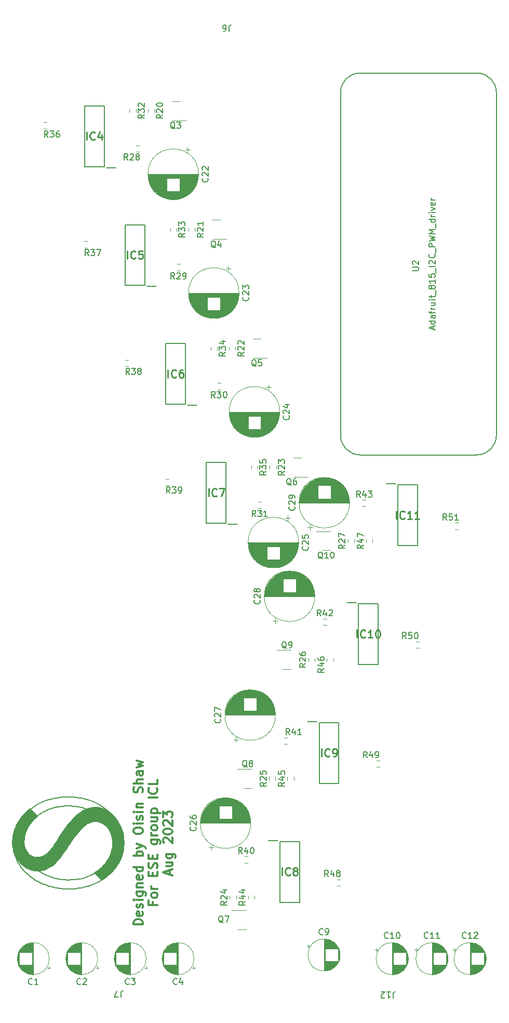
<source format=gbr>
%TF.GenerationSoftware,KiCad,Pcbnew,7.0.8*%
%TF.CreationDate,2023-10-09T09:06:24+01:00*%
%TF.ProjectId,CCC_rig_driver,4343435f-7269-4675-9f64-72697665722e,rev?*%
%TF.SameCoordinates,Original*%
%TF.FileFunction,Legend,Top*%
%TF.FilePolarity,Positive*%
%FSLAX46Y46*%
G04 Gerber Fmt 4.6, Leading zero omitted, Abs format (unit mm)*
G04 Created by KiCad (PCBNEW 7.0.8) date 2023-10-09 09:06:24*
%MOMM*%
%LPD*%
G01*
G04 APERTURE LIST*
%ADD10C,0.150641*%
%ADD11C,0.300000*%
%ADD12C,0.150000*%
%ADD13C,0.254000*%
%ADD14C,0.200000*%
%ADD15C,0.120000*%
%ADD16C,0.127000*%
G04 APERTURE END LIST*
D10*
X29473194Y-144965142D02*
X29454313Y-144763129D01*
X15489061Y-142878685D02*
X15392376Y-143062547D01*
X13387844Y-147134154D02*
X13326921Y-146899127D01*
X20723714Y-152752383D02*
X20430565Y-152709953D01*
X29686314Y-149519805D02*
X29431520Y-149819080D01*
X26084389Y-140218815D02*
X25877506Y-140118338D01*
X14839341Y-145174870D02*
X14835473Y-145375067D01*
X14850949Y-145766991D02*
X14870286Y-145961025D01*
X15441119Y-140307692D02*
X15755653Y-140031294D01*
X29414592Y-146279248D02*
X29455541Y-145983451D01*
X13326921Y-146899127D02*
X13275370Y-146661906D01*
X15378372Y-150335104D02*
X15190325Y-150151695D01*
X17149408Y-140928617D02*
X16981562Y-141064641D01*
X26807235Y-151819268D02*
X26434053Y-151997948D01*
X25877506Y-140118338D02*
X25877506Y-140118338D01*
X24792813Y-139699701D02*
X24567139Y-139634580D01*
X26278627Y-150381915D02*
X26567955Y-150210798D01*
X15392384Y-147649475D02*
X15489068Y-147830651D01*
X18653020Y-138397641D02*
X19057369Y-138270013D01*
X30787022Y-147562144D02*
X30654529Y-147907708D01*
X31112975Y-144559989D02*
X31143687Y-144939625D01*
X14897358Y-146153774D02*
X14932164Y-146345237D01*
X28308970Y-148689569D02*
X28497335Y-148444142D01*
X13158210Y-145442908D02*
X13158210Y-145442908D01*
X29087000Y-147406469D02*
X29193467Y-147133059D01*
X15146877Y-140592334D02*
X15441119Y-140307692D01*
X24811385Y-138159402D02*
X25223696Y-138270013D01*
X31062199Y-146479163D02*
X30990857Y-146847871D01*
X29393891Y-144365003D02*
X29352350Y-144168889D01*
X13168356Y-145042853D02*
X13198795Y-144651042D01*
X14974698Y-144194304D02*
X14932157Y-144387694D01*
X17654228Y-151861372D02*
X17654228Y-151861372D01*
X13833050Y-148276392D02*
X13725264Y-148052331D01*
X28497335Y-148444142D02*
X28669321Y-148193119D01*
X30498740Y-142439417D02*
X30652299Y-142774126D01*
X29423828Y-140878185D02*
X29679760Y-141175456D01*
X16981562Y-141064641D02*
X16818903Y-141205732D01*
X24855787Y-152542501D02*
X24439836Y-152636096D01*
X15755653Y-140031294D02*
X15755653Y-140031294D01*
X27209121Y-140924918D02*
X27035543Y-140794944D01*
X13655377Y-142815648D02*
X13807571Y-142473300D01*
X22405033Y-139327585D02*
X22150239Y-139324484D01*
X22231773Y-151367537D02*
X22231773Y-151367537D01*
X29352350Y-144168889D02*
X29303257Y-143974742D01*
X19135348Y-150843497D02*
X19355517Y-150921017D01*
X22656915Y-139336888D02*
X22405033Y-139327585D01*
X23151943Y-139374099D02*
X22905885Y-139352392D01*
X31061789Y-144187841D02*
X31112975Y-144559989D01*
X13980057Y-142139197D02*
X14172836Y-141813337D01*
X17496211Y-138882631D02*
X17872441Y-138703950D01*
X30501653Y-148245557D02*
X30328394Y-148575691D01*
X21975569Y-151364436D02*
X22231773Y-151367537D01*
X26407120Y-138703950D02*
X26783759Y-138882631D01*
X25677859Y-150683079D02*
X25981928Y-150539342D01*
X23582273Y-152772236D02*
X23140660Y-152814779D01*
X27696550Y-141344338D02*
X27539625Y-141199615D01*
X24338553Y-139575661D02*
X24107055Y-139522945D01*
X24567139Y-139634580D02*
X24338553Y-139575661D01*
X16664712Y-149339387D02*
X16823367Y-149484602D01*
X14897351Y-144582446D02*
X14870280Y-144778559D01*
X28521537Y-142315901D02*
X28397917Y-142141685D01*
X14669318Y-149567889D02*
X14510026Y-149362094D01*
X20739593Y-151255905D02*
X20980782Y-151290015D01*
X29031356Y-143217817D02*
X28944498Y-143033502D01*
X28104225Y-148929399D02*
X28308970Y-148689569D01*
X26849912Y-150025992D02*
X27124498Y-149827495D01*
X25662028Y-152304259D02*
X25263185Y-152431888D01*
X21680288Y-137861603D02*
X22150245Y-137853094D01*
X19099355Y-139848549D02*
X18886330Y-139932276D01*
X15825530Y-148366461D02*
X15951972Y-148540715D01*
X15825530Y-148366461D02*
X15825530Y-148366461D01*
X18676399Y-140022206D02*
X18469562Y-140118338D01*
X15985645Y-150851750D02*
X15776032Y-150685131D01*
X24390156Y-138065808D02*
X24811385Y-138159402D01*
X14172836Y-141813337D02*
X14385908Y-141495721D01*
X17919167Y-151980944D02*
X17654228Y-151861372D01*
X29246611Y-143782561D02*
X29182412Y-143592347D01*
X20501406Y-151215594D02*
X20739593Y-151255905D01*
X27539625Y-141199615D02*
X27377148Y-141059809D01*
X15082985Y-143811607D02*
X15024974Y-144002275D01*
X18186928Y-152092802D02*
X17919167Y-151980944D01*
X29488300Y-145375067D02*
X29488300Y-145375067D01*
X17322440Y-140797661D02*
X17149408Y-140928617D01*
X29484523Y-145169121D02*
X29473194Y-144965142D01*
X15024974Y-144002275D02*
X14974698Y-144194304D01*
X26671734Y-140549744D02*
X26481503Y-140434518D01*
X19315475Y-139771024D02*
X19099355Y-139848549D01*
X17697173Y-150138074D02*
X17888040Y-150254248D01*
X16220137Y-141820773D02*
X16083413Y-141987203D01*
X21924519Y-152844957D02*
X21620086Y-152833385D01*
X14076741Y-148717934D02*
X13950210Y-148498260D01*
X18492856Y-150573729D02*
X18704018Y-150669853D01*
X18492856Y-150573729D02*
X18492856Y-150573729D01*
X31153924Y-145326750D02*
X31153924Y-145326750D01*
X29915217Y-141480215D02*
X30130199Y-141792462D01*
X27124498Y-149827495D02*
X27391714Y-149615309D01*
X19804864Y-151057452D02*
X20034042Y-151116368D01*
X19568044Y-152536378D02*
X19286179Y-152463091D01*
X25666391Y-140022206D02*
X25452365Y-139932276D01*
X17872660Y-140435196D02*
X17684066Y-140550951D01*
X14385908Y-141495721D02*
X14619272Y-141186348D01*
X13158210Y-145442908D02*
X13158210Y-145442908D01*
X13233193Y-146422493D02*
X13200388Y-146180886D01*
X21019684Y-152787098D02*
X20723714Y-152752383D01*
X22231773Y-152848814D02*
X22231773Y-152848814D01*
X18469562Y-140118338D02*
X18265408Y-140218890D01*
X14835473Y-145375067D02*
X14835479Y-145375067D01*
X27510284Y-139291044D02*
X27860170Y-139520776D01*
X19894184Y-138065808D02*
X20326651Y-137989231D01*
X27391714Y-149615309D02*
X27391714Y-149615309D01*
X25263185Y-152431888D02*
X24855787Y-152542501D01*
X19578689Y-150992335D02*
X19804864Y-151057452D01*
X28964153Y-147674282D02*
X29087000Y-147406469D01*
X13320550Y-143892153D02*
X13411867Y-143525074D01*
X13725264Y-148052331D02*
X13626850Y-147826077D01*
X14932157Y-144387694D02*
X14897351Y-144582446D01*
X13275370Y-146661906D02*
X13233193Y-146422493D01*
X15222219Y-147283265D02*
X15303434Y-147467013D01*
X28544837Y-150670614D02*
X28544837Y-150670614D01*
X29455541Y-145983451D02*
X29480110Y-145682057D01*
X21896993Y-139327585D02*
X21646840Y-139336888D01*
X17331544Y-149891205D02*
X17511674Y-150017060D01*
X26783759Y-138882631D02*
X27151481Y-139078328D01*
X19057369Y-138270013D02*
X19471090Y-138159402D01*
X16085019Y-139767526D02*
X16423757Y-139520776D01*
X23342992Y-151305936D02*
X23698657Y-151258025D01*
X20677166Y-139436118D02*
X20442482Y-139476430D01*
X22616063Y-137861603D02*
X23072963Y-137887128D01*
X14835473Y-145375067D02*
X14835473Y-145375067D01*
X21224974Y-151317923D02*
X21472170Y-151339629D01*
X27035543Y-140794944D02*
X26856413Y-140669886D01*
X15009467Y-149962690D02*
X14835798Y-149768088D01*
X16657618Y-151318025D02*
X16426438Y-151168197D01*
X31143687Y-144939625D02*
X31153924Y-145326750D01*
X19355517Y-150921017D02*
X19578689Y-150992335D01*
X23960010Y-137989231D02*
X24390156Y-138065808D01*
X20430565Y-152709953D02*
X20140237Y-152659809D01*
X16426438Y-151168197D02*
X16202447Y-151012772D01*
D11*
X27660896Y-151322470D02*
X27660890Y-151322470D01*
X27660893Y-151322468D01*
X27660896Y-151322470D01*
G36*
X27660896Y-151322470D02*
G01*
X27660890Y-151322470D01*
X27660893Y-151322468D01*
X27660896Y-151322470D01*
G37*
D10*
X18730912Y-152293375D02*
X18457509Y-152196945D01*
X29110661Y-143404099D02*
X29031356Y-143217817D01*
X22231773Y-152848814D02*
X21924519Y-152844957D01*
X20210893Y-139522945D02*
X19982397Y-139575661D01*
X14872928Y-140885219D02*
X15146877Y-140592334D01*
X25981928Y-150539342D02*
X26278627Y-150381915D01*
X17654228Y-151861372D02*
X17394292Y-151733930D01*
X16083413Y-141987203D02*
X15951875Y-142158700D01*
X28850088Y-142851152D02*
X28748124Y-142670769D01*
X31113158Y-146102740D02*
X31062199Y-146479163D01*
X25015576Y-139771024D02*
X24792813Y-139699701D01*
X26052317Y-152159612D02*
X25662028Y-152304259D01*
X23872645Y-139476430D02*
X23635323Y-139436118D01*
X24046951Y-151196424D02*
X24387874Y-151121134D01*
X15024982Y-146724305D02*
X15082993Y-146911911D01*
X29488300Y-145375067D02*
X29484523Y-145169121D01*
X18285882Y-150472075D02*
X18492856Y-150573729D01*
X17394292Y-151733930D02*
X17141545Y-151600892D01*
X18918181Y-150759775D02*
X19135348Y-150843497D01*
X30990128Y-143823180D02*
X31061789Y-144187841D01*
X25235426Y-139848549D02*
X25015576Y-139771024D01*
X27151481Y-139078328D02*
X27510284Y-139291044D01*
D11*
X26770437Y-139659557D02*
X26997559Y-139678479D01*
X27220860Y-139710015D01*
X27440341Y-139754166D01*
X27656002Y-139810931D01*
X27867842Y-139880311D01*
X28075862Y-139962305D01*
X28280062Y-140056915D01*
X28480442Y-140164138D01*
X28677001Y-140283977D01*
X28869740Y-140416430D01*
X29058660Y-140561498D01*
X29243759Y-140719181D01*
X29425038Y-140889479D01*
X29602497Y-141072392D01*
X29776136Y-141267920D01*
X29928084Y-141483819D01*
X30072343Y-141700166D01*
X30208673Y-141917667D01*
X30336834Y-142137032D01*
X30456584Y-142358967D01*
X30567683Y-142584180D01*
X30669891Y-142813378D01*
X30762967Y-143047270D01*
X30846670Y-143286563D01*
X30920761Y-143531964D01*
X30984997Y-143784181D01*
X31039139Y-144043922D01*
X31082947Y-144311895D01*
X31116178Y-144588807D01*
X31138594Y-144875365D01*
X31149953Y-145172278D01*
X31151126Y-145402703D01*
X31145830Y-145628884D01*
X31134118Y-145850972D01*
X31116044Y-146069117D01*
X31091660Y-146283470D01*
X31061019Y-146494180D01*
X31024175Y-146701399D01*
X30981181Y-146905276D01*
X30932089Y-147105963D01*
X30876952Y-147303609D01*
X30815824Y-147498364D01*
X30748757Y-147690379D01*
X30675805Y-147879805D01*
X30597021Y-148066792D01*
X30512457Y-148251490D01*
X30422166Y-148434050D01*
X30313387Y-148616060D01*
X30196552Y-148800991D01*
X30071564Y-148988176D01*
X29938326Y-149176946D01*
X29796743Y-149366633D01*
X29646717Y-149556567D01*
X29488152Y-149746080D01*
X29320952Y-149934505D01*
X29145020Y-150121171D01*
X28960259Y-150305412D01*
X28766574Y-150486558D01*
X28563866Y-150663941D01*
X28352041Y-150836892D01*
X28131001Y-151004743D01*
X27900649Y-151166825D01*
X27660893Y-151322468D01*
X26534437Y-150232832D01*
X26733095Y-150107418D01*
X26924147Y-149978391D01*
X27107665Y-149845939D01*
X27283725Y-149710248D01*
X27452399Y-149571507D01*
X27613763Y-149429902D01*
X27767889Y-149285622D01*
X27914851Y-149138854D01*
X28054724Y-148989786D01*
X28187582Y-148838604D01*
X28432545Y-148530652D01*
X28650333Y-148216498D01*
X28841537Y-147897642D01*
X29006747Y-147575585D01*
X29146555Y-147251827D01*
X29261553Y-146927867D01*
X29352330Y-146605207D01*
X29419479Y-146285345D01*
X29463591Y-145969783D01*
X29485256Y-145660020D01*
X29485067Y-145357557D01*
X29472023Y-145114662D01*
X29450248Y-144875440D01*
X29435824Y-144757211D01*
X29418902Y-144639904D01*
X29399378Y-144523521D01*
X29377146Y-144408064D01*
X29352102Y-144293534D01*
X29324140Y-144179932D01*
X29293155Y-144067260D01*
X29259044Y-143955520D01*
X29221699Y-143844711D01*
X29181017Y-143734837D01*
X29136893Y-143625899D01*
X29089221Y-143517897D01*
X29037239Y-143411962D01*
X28983165Y-143309234D01*
X28926999Y-143209711D01*
X28868741Y-143113394D01*
X28808390Y-143020282D01*
X28745948Y-142930376D01*
X28681414Y-142843676D01*
X28614787Y-142760181D01*
X28546069Y-142679891D01*
X28475258Y-142602807D01*
X28402356Y-142528929D01*
X28327361Y-142458256D01*
X28250274Y-142390788D01*
X28171096Y-142326526D01*
X28089825Y-142265469D01*
X28006462Y-142207617D01*
X27921734Y-142153126D01*
X27836370Y-142102149D01*
X27750369Y-142054689D01*
X27663732Y-142010743D01*
X27576458Y-141970313D01*
X27488547Y-141933399D01*
X27400000Y-141900000D01*
X27310816Y-141870116D01*
X27220995Y-141843749D01*
X27130538Y-141820896D01*
X27039444Y-141801560D01*
X26947713Y-141785739D01*
X26855345Y-141773434D01*
X26762341Y-141764644D01*
X26668700Y-141759370D01*
X26574422Y-141757612D01*
X26466865Y-141760198D01*
X26359580Y-141767953D01*
X26252569Y-141780878D01*
X26145830Y-141798974D01*
X26039364Y-141822240D01*
X25933171Y-141850675D01*
X25827251Y-141884281D01*
X25721604Y-141923057D01*
X25616229Y-141967002D01*
X25511128Y-142016118D01*
X25406299Y-142070404D01*
X25301743Y-142129859D01*
X25197460Y-142194484D01*
X25093449Y-142264279D01*
X24989712Y-142339244D01*
X24886247Y-142419378D01*
X24741807Y-142539423D01*
X24593729Y-142671256D01*
X24442013Y-142814877D01*
X24286658Y-142970286D01*
X24127664Y-143137483D01*
X23965032Y-143316468D01*
X23798762Y-143507240D01*
X23628853Y-143709800D01*
X23455306Y-143924147D01*
X23278121Y-144150282D01*
X23097297Y-144388205D01*
X22912834Y-144637914D01*
X22724734Y-144899411D01*
X22532994Y-145172694D01*
X22337617Y-145457764D01*
X22138601Y-145754622D01*
X21748028Y-146334691D01*
X21385471Y-146857271D01*
X21050929Y-147322361D01*
X20744401Y-147729961D01*
X20465889Y-148080070D01*
X20215393Y-148372688D01*
X19992911Y-148607816D01*
X19892176Y-148703820D01*
X19798444Y-148785452D01*
X19646317Y-148910462D01*
X19492644Y-149027406D01*
X19337424Y-149136284D01*
X19180659Y-149237098D01*
X19022347Y-149329846D01*
X18862488Y-149414529D01*
X18701084Y-149491147D01*
X18538133Y-149559699D01*
X18373636Y-149620187D01*
X18207593Y-149672609D01*
X18040003Y-149716966D01*
X17870867Y-149753259D01*
X17700186Y-149781486D01*
X17527958Y-149801648D01*
X17354183Y-149813745D01*
X17178863Y-149817778D01*
X17039925Y-149815400D01*
X16902534Y-149808266D01*
X16766689Y-149796375D01*
X16632390Y-149779729D01*
X16499637Y-149758326D01*
X16368431Y-149732167D01*
X16238771Y-149701252D01*
X16110657Y-149665580D01*
X15984090Y-149625152D01*
X15859069Y-149579968D01*
X15735594Y-149530027D01*
X15613665Y-149475329D01*
X15493283Y-149415876D01*
X15374447Y-149351665D01*
X15257157Y-149282698D01*
X15141414Y-149208975D01*
X15027989Y-149130960D01*
X14917657Y-149049120D01*
X14810417Y-148963453D01*
X14706271Y-148873961D01*
X14605216Y-148780643D01*
X14507255Y-148683499D01*
X14412386Y-148582530D01*
X14320610Y-148477735D01*
X14231926Y-148369114D01*
X14146335Y-148256668D01*
X14063836Y-148140396D01*
X13984430Y-148020298D01*
X13908116Y-147896375D01*
X13834895Y-147768627D01*
X13764767Y-147637053D01*
X13697730Y-147501654D01*
X13632448Y-147361967D01*
X13570607Y-147220842D01*
X13512384Y-147078280D01*
X13457955Y-146934280D01*
X13407496Y-146788841D01*
X13361184Y-146641964D01*
X13319195Y-146493648D01*
X13281706Y-146343892D01*
X13248892Y-146192697D01*
X13220929Y-146040063D01*
X13197995Y-145885988D01*
X13180266Y-145730472D01*
X13167917Y-145573516D01*
X13161125Y-145415119D01*
X13160066Y-145255280D01*
X13164916Y-145094000D01*
X13187707Y-144765031D01*
X13204354Y-144600563D01*
X13224615Y-144436296D01*
X13248575Y-144272372D01*
X13276318Y-144108934D01*
X13307930Y-143946124D01*
X13343496Y-143784084D01*
X13383099Y-143622956D01*
X13426825Y-143462884D01*
X13474759Y-143304010D01*
X13526986Y-143146475D01*
X13583589Y-142990423D01*
X13644655Y-142835995D01*
X13710267Y-142683334D01*
X13780511Y-142532583D01*
X13855724Y-142378846D01*
X13936762Y-142222748D01*
X14023979Y-142064544D01*
X14117732Y-141904484D01*
X14218377Y-141742823D01*
X14326270Y-141579811D01*
X14441766Y-141415702D01*
X14565222Y-141250748D01*
X14696993Y-141085201D01*
X14837436Y-140919313D01*
X14986906Y-140753338D01*
X15145759Y-140587527D01*
X15314351Y-140422133D01*
X15493039Y-140257408D01*
X15682177Y-140093604D01*
X15882122Y-139930975D01*
X17023893Y-141032194D01*
X16862750Y-141169472D01*
X16707817Y-141310551D01*
X16559223Y-141454821D01*
X16417099Y-141601673D01*
X16281575Y-141750498D01*
X16152780Y-141900687D01*
X16030846Y-142051632D01*
X15915902Y-142202722D01*
X15808079Y-142353349D01*
X15707506Y-142502903D01*
X15614315Y-142650777D01*
X15528634Y-142796359D01*
X15450595Y-142939042D01*
X15380327Y-143078217D01*
X15317960Y-143213274D01*
X15263626Y-143343603D01*
X15218044Y-143441061D01*
X15175881Y-143540572D01*
X15137005Y-143641994D01*
X15101286Y-143745185D01*
X15068596Y-143850002D01*
X15038803Y-143956304D01*
X15011779Y-144063948D01*
X14987392Y-144172791D01*
X14965513Y-144282691D01*
X14946012Y-144393507D01*
X14913624Y-144617314D01*
X14889188Y-144843073D01*
X14871665Y-145069647D01*
X14866599Y-145215775D01*
X14869837Y-145359965D01*
X14880979Y-145502023D01*
X14899623Y-145641755D01*
X14925368Y-145778967D01*
X14957812Y-145913465D01*
X14996556Y-146045056D01*
X15041196Y-146173544D01*
X15091333Y-146298737D01*
X15146565Y-146420439D01*
X15206490Y-146538458D01*
X15270708Y-146652599D01*
X15338818Y-146762668D01*
X15410417Y-146868471D01*
X15485106Y-146969814D01*
X15562482Y-147066504D01*
X15642185Y-147156236D01*
X15724122Y-147240145D01*
X15808299Y-147318236D01*
X15894721Y-147390513D01*
X15983394Y-147456981D01*
X16074324Y-147517644D01*
X16167517Y-147572508D01*
X16262978Y-147621576D01*
X16360713Y-147664855D01*
X16460728Y-147702347D01*
X16563028Y-147734059D01*
X16667619Y-147759994D01*
X16774507Y-147780158D01*
X16883697Y-147794555D01*
X16995196Y-147803190D01*
X17109008Y-147806067D01*
X17178727Y-147805033D01*
X17248173Y-147801931D01*
X17317347Y-147796761D01*
X17386247Y-147789523D01*
X17454874Y-147780217D01*
X17523229Y-147768843D01*
X17591311Y-147755401D01*
X17659119Y-147739891D01*
X17726655Y-147722313D01*
X17793918Y-147702668D01*
X17860909Y-147680954D01*
X17927626Y-147657172D01*
X17994071Y-147631322D01*
X18060243Y-147603404D01*
X18126142Y-147573419D01*
X18191768Y-147541365D01*
X18257621Y-147506571D01*
X18324201Y-147468365D01*
X18391510Y-147426746D01*
X18459546Y-147381716D01*
X18528310Y-147333273D01*
X18597801Y-147281418D01*
X18668020Y-147226151D01*
X18738967Y-147167472D01*
X18810642Y-147105381D01*
X18883044Y-147039878D01*
X18956174Y-146970963D01*
X19030032Y-146898636D01*
X19104617Y-146822897D01*
X19179930Y-146743746D01*
X19255970Y-146661183D01*
X19332738Y-146575209D01*
X19430791Y-146451954D01*
X19561952Y-146274105D01*
X19726222Y-146041664D01*
X19923601Y-145754627D01*
X20154088Y-145412997D01*
X20417684Y-145016770D01*
X20714389Y-144565948D01*
X21044202Y-144060530D01*
X21448963Y-143453367D01*
X21842445Y-142895837D01*
X22224648Y-142387939D01*
X22595573Y-141929674D01*
X22776806Y-141719154D01*
X22955220Y-141521041D01*
X23130813Y-141335336D01*
X23303587Y-141162038D01*
X23473542Y-141001148D01*
X23640676Y-140852666D01*
X23804991Y-140716592D01*
X23966485Y-140592924D01*
X24126616Y-140479136D01*
X24286837Y-140372688D01*
X24447150Y-140273582D01*
X24607554Y-140181817D01*
X24768048Y-140097393D01*
X24928634Y-140020310D01*
X25089311Y-139950569D01*
X25250078Y-139888169D01*
X25410937Y-139833109D01*
X25571887Y-139785392D01*
X25732927Y-139745015D01*
X25894059Y-139711980D01*
X26055282Y-139686285D01*
X26216595Y-139667932D01*
X26378000Y-139656921D01*
X26539495Y-139653250D01*
X26770437Y-139659557D01*
G36*
X26770437Y-139659557D02*
G01*
X26997559Y-139678479D01*
X27220860Y-139710015D01*
X27440341Y-139754166D01*
X27656002Y-139810931D01*
X27867842Y-139880311D01*
X28075862Y-139962305D01*
X28280062Y-140056915D01*
X28480442Y-140164138D01*
X28677001Y-140283977D01*
X28869740Y-140416430D01*
X29058660Y-140561498D01*
X29243759Y-140719181D01*
X29425038Y-140889479D01*
X29602497Y-141072392D01*
X29776136Y-141267920D01*
X29928084Y-141483819D01*
X30072343Y-141700166D01*
X30208673Y-141917667D01*
X30336834Y-142137032D01*
X30456584Y-142358967D01*
X30567683Y-142584180D01*
X30669891Y-142813378D01*
X30762967Y-143047270D01*
X30846670Y-143286563D01*
X30920761Y-143531964D01*
X30984997Y-143784181D01*
X31039139Y-144043922D01*
X31082947Y-144311895D01*
X31116178Y-144588807D01*
X31138594Y-144875365D01*
X31149953Y-145172278D01*
X31151126Y-145402703D01*
X31145830Y-145628884D01*
X31134118Y-145850972D01*
X31116044Y-146069117D01*
X31091660Y-146283470D01*
X31061019Y-146494180D01*
X31024175Y-146701399D01*
X30981181Y-146905276D01*
X30932089Y-147105963D01*
X30876952Y-147303609D01*
X30815824Y-147498364D01*
X30748757Y-147690379D01*
X30675805Y-147879805D01*
X30597021Y-148066792D01*
X30512457Y-148251490D01*
X30422166Y-148434050D01*
X30313387Y-148616060D01*
X30196552Y-148800991D01*
X30071564Y-148988176D01*
X29938326Y-149176946D01*
X29796743Y-149366633D01*
X29646717Y-149556567D01*
X29488152Y-149746080D01*
X29320952Y-149934505D01*
X29145020Y-150121171D01*
X28960259Y-150305412D01*
X28766574Y-150486558D01*
X28563866Y-150663941D01*
X28352041Y-150836892D01*
X28131001Y-151004743D01*
X27900649Y-151166825D01*
X27660893Y-151322468D01*
X26534437Y-150232832D01*
X26733095Y-150107418D01*
X26924147Y-149978391D01*
X27107665Y-149845939D01*
X27283725Y-149710248D01*
X27452399Y-149571507D01*
X27613763Y-149429902D01*
X27767889Y-149285622D01*
X27914851Y-149138854D01*
X28054724Y-148989786D01*
X28187582Y-148838604D01*
X28432545Y-148530652D01*
X28650333Y-148216498D01*
X28841537Y-147897642D01*
X29006747Y-147575585D01*
X29146555Y-147251827D01*
X29261553Y-146927867D01*
X29352330Y-146605207D01*
X29419479Y-146285345D01*
X29463591Y-145969783D01*
X29485256Y-145660020D01*
X29485067Y-145357557D01*
X29472023Y-145114662D01*
X29450248Y-144875440D01*
X29435824Y-144757211D01*
X29418902Y-144639904D01*
X29399378Y-144523521D01*
X29377146Y-144408064D01*
X29352102Y-144293534D01*
X29324140Y-144179932D01*
X29293155Y-144067260D01*
X29259044Y-143955520D01*
X29221699Y-143844711D01*
X29181017Y-143734837D01*
X29136893Y-143625899D01*
X29089221Y-143517897D01*
X29037239Y-143411962D01*
X28983165Y-143309234D01*
X28926999Y-143209711D01*
X28868741Y-143113394D01*
X28808390Y-143020282D01*
X28745948Y-142930376D01*
X28681414Y-142843676D01*
X28614787Y-142760181D01*
X28546069Y-142679891D01*
X28475258Y-142602807D01*
X28402356Y-142528929D01*
X28327361Y-142458256D01*
X28250274Y-142390788D01*
X28171096Y-142326526D01*
X28089825Y-142265469D01*
X28006462Y-142207617D01*
X27921734Y-142153126D01*
X27836370Y-142102149D01*
X27750369Y-142054689D01*
X27663732Y-142010743D01*
X27576458Y-141970313D01*
X27488547Y-141933399D01*
X27400000Y-141900000D01*
X27310816Y-141870116D01*
X27220995Y-141843749D01*
X27130538Y-141820896D01*
X27039444Y-141801560D01*
X26947713Y-141785739D01*
X26855345Y-141773434D01*
X26762341Y-141764644D01*
X26668700Y-141759370D01*
X26574422Y-141757612D01*
X26466865Y-141760198D01*
X26359580Y-141767953D01*
X26252569Y-141780878D01*
X26145830Y-141798974D01*
X26039364Y-141822240D01*
X25933171Y-141850675D01*
X25827251Y-141884281D01*
X25721604Y-141923057D01*
X25616229Y-141967002D01*
X25511128Y-142016118D01*
X25406299Y-142070404D01*
X25301743Y-142129859D01*
X25197460Y-142194484D01*
X25093449Y-142264279D01*
X24989712Y-142339244D01*
X24886247Y-142419378D01*
X24741807Y-142539423D01*
X24593729Y-142671256D01*
X24442013Y-142814877D01*
X24286658Y-142970286D01*
X24127664Y-143137483D01*
X23965032Y-143316468D01*
X23798762Y-143507240D01*
X23628853Y-143709800D01*
X23455306Y-143924147D01*
X23278121Y-144150282D01*
X23097297Y-144388205D01*
X22912834Y-144637914D01*
X22724734Y-144899411D01*
X22532994Y-145172694D01*
X22337617Y-145457764D01*
X22138601Y-145754622D01*
X21748028Y-146334691D01*
X21385471Y-146857271D01*
X21050929Y-147322361D01*
X20744401Y-147729961D01*
X20465889Y-148080070D01*
X20215393Y-148372688D01*
X19992911Y-148607816D01*
X19892176Y-148703820D01*
X19798444Y-148785452D01*
X19646317Y-148910462D01*
X19492644Y-149027406D01*
X19337424Y-149136284D01*
X19180659Y-149237098D01*
X19022347Y-149329846D01*
X18862488Y-149414529D01*
X18701084Y-149491147D01*
X18538133Y-149559699D01*
X18373636Y-149620187D01*
X18207593Y-149672609D01*
X18040003Y-149716966D01*
X17870867Y-149753259D01*
X17700186Y-149781486D01*
X17527958Y-149801648D01*
X17354183Y-149813745D01*
X17178863Y-149817778D01*
X17039925Y-149815400D01*
X16902534Y-149808266D01*
X16766689Y-149796375D01*
X16632390Y-149779729D01*
X16499637Y-149758326D01*
X16368431Y-149732167D01*
X16238771Y-149701252D01*
X16110657Y-149665580D01*
X15984090Y-149625152D01*
X15859069Y-149579968D01*
X15735594Y-149530027D01*
X15613665Y-149475329D01*
X15493283Y-149415876D01*
X15374447Y-149351665D01*
X15257157Y-149282698D01*
X15141414Y-149208975D01*
X15027989Y-149130960D01*
X14917657Y-149049120D01*
X14810417Y-148963453D01*
X14706271Y-148873961D01*
X14605216Y-148780643D01*
X14507255Y-148683499D01*
X14412386Y-148582530D01*
X14320610Y-148477735D01*
X14231926Y-148369114D01*
X14146335Y-148256668D01*
X14063836Y-148140396D01*
X13984430Y-148020298D01*
X13908116Y-147896375D01*
X13834895Y-147768627D01*
X13764767Y-147637053D01*
X13697730Y-147501654D01*
X13632448Y-147361967D01*
X13570607Y-147220842D01*
X13512384Y-147078280D01*
X13457955Y-146934280D01*
X13407496Y-146788841D01*
X13361184Y-146641964D01*
X13319195Y-146493648D01*
X13281706Y-146343892D01*
X13248892Y-146192697D01*
X13220929Y-146040063D01*
X13197995Y-145885988D01*
X13180266Y-145730472D01*
X13167917Y-145573516D01*
X13161125Y-145415119D01*
X13160066Y-145255280D01*
X13164916Y-145094000D01*
X13187707Y-144765031D01*
X13204354Y-144600563D01*
X13224615Y-144436296D01*
X13248575Y-144272372D01*
X13276318Y-144108934D01*
X13307930Y-143946124D01*
X13343496Y-143784084D01*
X13383099Y-143622956D01*
X13426825Y-143462884D01*
X13474759Y-143304010D01*
X13526986Y-143146475D01*
X13583589Y-142990423D01*
X13644655Y-142835995D01*
X13710267Y-142683334D01*
X13780511Y-142532583D01*
X13855724Y-142378846D01*
X13936762Y-142222748D01*
X14023979Y-142064544D01*
X14117732Y-141904484D01*
X14218377Y-141742823D01*
X14326270Y-141579811D01*
X14441766Y-141415702D01*
X14565222Y-141250748D01*
X14696993Y-141085201D01*
X14837436Y-140919313D01*
X14986906Y-140753338D01*
X15145759Y-140587527D01*
X15314351Y-140422133D01*
X15493039Y-140257408D01*
X15682177Y-140093604D01*
X15882122Y-139930975D01*
X17023893Y-141032194D01*
X16862750Y-141169472D01*
X16707817Y-141310551D01*
X16559223Y-141454821D01*
X16417099Y-141601673D01*
X16281575Y-141750498D01*
X16152780Y-141900687D01*
X16030846Y-142051632D01*
X15915902Y-142202722D01*
X15808079Y-142353349D01*
X15707506Y-142502903D01*
X15614315Y-142650777D01*
X15528634Y-142796359D01*
X15450595Y-142939042D01*
X15380327Y-143078217D01*
X15317960Y-143213274D01*
X15263626Y-143343603D01*
X15218044Y-143441061D01*
X15175881Y-143540572D01*
X15137005Y-143641994D01*
X15101286Y-143745185D01*
X15068596Y-143850002D01*
X15038803Y-143956304D01*
X15011779Y-144063948D01*
X14987392Y-144172791D01*
X14965513Y-144282691D01*
X14946012Y-144393507D01*
X14913624Y-144617314D01*
X14889188Y-144843073D01*
X14871665Y-145069647D01*
X14866599Y-145215775D01*
X14869837Y-145359965D01*
X14880979Y-145502023D01*
X14899623Y-145641755D01*
X14925368Y-145778967D01*
X14957812Y-145913465D01*
X14996556Y-146045056D01*
X15041196Y-146173544D01*
X15091333Y-146298737D01*
X15146565Y-146420439D01*
X15206490Y-146538458D01*
X15270708Y-146652599D01*
X15338818Y-146762668D01*
X15410417Y-146868471D01*
X15485106Y-146969814D01*
X15562482Y-147066504D01*
X15642185Y-147156236D01*
X15724122Y-147240145D01*
X15808299Y-147318236D01*
X15894721Y-147390513D01*
X15983394Y-147456981D01*
X16074324Y-147517644D01*
X16167517Y-147572508D01*
X16262978Y-147621576D01*
X16360713Y-147664855D01*
X16460728Y-147702347D01*
X16563028Y-147734059D01*
X16667619Y-147759994D01*
X16774507Y-147780158D01*
X16883697Y-147794555D01*
X16995196Y-147803190D01*
X17109008Y-147806067D01*
X17178727Y-147805033D01*
X17248173Y-147801931D01*
X17317347Y-147796761D01*
X17386247Y-147789523D01*
X17454874Y-147780217D01*
X17523229Y-147768843D01*
X17591311Y-147755401D01*
X17659119Y-147739891D01*
X17726655Y-147722313D01*
X17793918Y-147702668D01*
X17860909Y-147680954D01*
X17927626Y-147657172D01*
X17994071Y-147631322D01*
X18060243Y-147603404D01*
X18126142Y-147573419D01*
X18191768Y-147541365D01*
X18257621Y-147506571D01*
X18324201Y-147468365D01*
X18391510Y-147426746D01*
X18459546Y-147381716D01*
X18528310Y-147333273D01*
X18597801Y-147281418D01*
X18668020Y-147226151D01*
X18738967Y-147167472D01*
X18810642Y-147105381D01*
X18883044Y-147039878D01*
X18956174Y-146970963D01*
X19030032Y-146898636D01*
X19104617Y-146822897D01*
X19179930Y-146743746D01*
X19255970Y-146661183D01*
X19332738Y-146575209D01*
X19430791Y-146451954D01*
X19561952Y-146274105D01*
X19726222Y-146041664D01*
X19923601Y-145754627D01*
X20154088Y-145412997D01*
X20417684Y-145016770D01*
X20714389Y-144565948D01*
X21044202Y-144060530D01*
X21448963Y-143453367D01*
X21842445Y-142895837D01*
X22224648Y-142387939D01*
X22595573Y-141929674D01*
X22776806Y-141719154D01*
X22955220Y-141521041D01*
X23130813Y-141335336D01*
X23303587Y-141162038D01*
X23473542Y-141001148D01*
X23640676Y-140852666D01*
X23804991Y-140716592D01*
X23966485Y-140592924D01*
X24126616Y-140479136D01*
X24286837Y-140372688D01*
X24447150Y-140273582D01*
X24607554Y-140181817D01*
X24768048Y-140097393D01*
X24928634Y-140020310D01*
X25089311Y-139950569D01*
X25250078Y-139888169D01*
X25410937Y-139833109D01*
X25571887Y-139785392D01*
X25732927Y-139745015D01*
X25894059Y-139711980D01*
X26055282Y-139686285D01*
X26216595Y-139667932D01*
X26378000Y-139656921D01*
X26539495Y-139653250D01*
X26770437Y-139659557D01*
G37*
D10*
X17511674Y-150017060D02*
X17697173Y-150138074D01*
X28533187Y-140031294D02*
X28850542Y-140306104D01*
X13411867Y-143525074D02*
X13523476Y-143166239D01*
X14974706Y-146535414D02*
X15024982Y-146724305D01*
X29283555Y-146854052D02*
X29357263Y-146569448D01*
X26434053Y-151997948D02*
X26052317Y-152159612D01*
X25627088Y-138397641D02*
X26021563Y-138542287D01*
X30897993Y-143466008D02*
X30990128Y-143823180D01*
X17141545Y-151600892D02*
X16895987Y-151462257D01*
X20266223Y-151169082D02*
X20501406Y-151215594D01*
X25223696Y-138270013D02*
X25627088Y-138397641D01*
X15951875Y-142158700D02*
X15825525Y-142335264D01*
X16987390Y-149624976D02*
X17156783Y-149760511D01*
X15148730Y-143622300D02*
X15082985Y-143811607D01*
X31153924Y-145326750D02*
X31143733Y-145718602D01*
X17872441Y-138703950D02*
X18258044Y-138542287D01*
X28533187Y-140031294D02*
X28533187Y-140031294D01*
X29431520Y-149819080D02*
X29156343Y-150110640D01*
X28669321Y-148193119D02*
X28824927Y-147936499D01*
X15705635Y-142515043D02*
X15593480Y-142696184D01*
X22150239Y-139324484D02*
X21896993Y-139327585D01*
X20140237Y-152659809D02*
X19852730Y-152601951D01*
X30324707Y-142112196D02*
X30498740Y-142439417D01*
X25047608Y-150929485D02*
X25366419Y-150813127D01*
X15489068Y-147830651D02*
X15593488Y-148010541D01*
X18886330Y-139932276D02*
X18676399Y-140022206D01*
X16423757Y-139520776D02*
X16771869Y-139291044D01*
X14619272Y-141186348D02*
X14872928Y-140885219D01*
X30899131Y-147208865D02*
X30787022Y-147562144D01*
X29454313Y-144763129D02*
X29427878Y-144563083D01*
X14839347Y-145571672D02*
X14850949Y-145766991D01*
X13458140Y-147366988D02*
X13387844Y-147134154D01*
X23635323Y-139436118D02*
X23395089Y-139402007D01*
X19534688Y-139699701D02*
X19315475Y-139771024D01*
X13807571Y-142473300D02*
X13980057Y-142139197D01*
X21646840Y-139336888D02*
X21399780Y-139352392D01*
X31143733Y-145718602D02*
X31113158Y-146102740D01*
X15392376Y-143062547D02*
X15303426Y-143247770D01*
X17129353Y-139078328D02*
X17496211Y-138882631D01*
X14212646Y-148935414D02*
X14076741Y-148717934D01*
X28544837Y-150670614D02*
X28214424Y-150934378D01*
X13158210Y-145442908D02*
X13168356Y-145042853D01*
X27377148Y-141059809D02*
X27209121Y-140924918D01*
X29303257Y-143974742D02*
X29246611Y-143782561D01*
X19982397Y-139575661D02*
X19756996Y-139634580D01*
X22609550Y-151360692D02*
X22979957Y-151340159D01*
X25452365Y-139932276D02*
X25235426Y-139848549D01*
X25877506Y-140118338D02*
X25666391Y-140022206D01*
X21472170Y-151339629D02*
X21722368Y-151355133D01*
X23520946Y-137929671D02*
X23960010Y-137989231D01*
X14357923Y-149150702D02*
X14357923Y-149150702D01*
X13162897Y-145691093D02*
X13158210Y-145442908D01*
X28944498Y-143033502D02*
X28850088Y-142851152D01*
X15303434Y-147467013D02*
X15392384Y-147649475D01*
X20326651Y-137989231D02*
X20768491Y-137929671D01*
X19007135Y-152382090D02*
X18730912Y-152293375D01*
X15082993Y-146911911D02*
X15148738Y-147098231D01*
X24721427Y-151032154D02*
X25047608Y-150929485D01*
X23698657Y-151258025D02*
X24046951Y-151196424D01*
X15222211Y-143434354D02*
X15148730Y-143622300D01*
X30990857Y-146847871D02*
X30899131Y-147208865D01*
X26856413Y-140669886D02*
X26671734Y-140549744D01*
X16083782Y-148710129D02*
X16220962Y-148874703D01*
X30652299Y-142774126D02*
X30785383Y-143116323D01*
X14510026Y-149362094D02*
X14357923Y-149150702D01*
X14932164Y-146345237D02*
X14974706Y-146535414D01*
X25366419Y-150813127D02*
X25677859Y-150683079D01*
X14835798Y-149768088D02*
X14669318Y-149567889D01*
X16661431Y-141351891D02*
X16509146Y-141503118D01*
X16202447Y-151012772D02*
X15985645Y-150851750D01*
X20442482Y-139476430D02*
X20210893Y-139522945D01*
X15705642Y-148189144D02*
X15825530Y-148366461D01*
X20914944Y-139402007D02*
X20677166Y-139436118D01*
X27875458Y-151181126D02*
X27527937Y-151410856D01*
X16895987Y-151462257D02*
X16657618Y-151318025D01*
X27993749Y-141648529D02*
X27847925Y-141493976D01*
X28748124Y-142670769D02*
X28638607Y-142492352D01*
X18066440Y-140324510D02*
X17872660Y-140435196D01*
X30654529Y-147907708D02*
X30501653Y-148245557D01*
X15825525Y-142335264D02*
X15825525Y-142335264D01*
X15593480Y-142696184D02*
X15489061Y-142878685D01*
X16509146Y-141503118D02*
X16362048Y-141659412D01*
X22690493Y-152840305D02*
X22231773Y-152848814D01*
X26567955Y-150210798D02*
X26849912Y-150025992D01*
X16362048Y-141659412D02*
X16220137Y-141820773D01*
X28824927Y-147936499D02*
X28964153Y-147674282D01*
X22905885Y-139352392D02*
X22656915Y-139336888D01*
X30328394Y-148575691D02*
X30134751Y-148898111D01*
X13950210Y-148498260D02*
X13833050Y-148276392D01*
X16818903Y-141205732D02*
X16661431Y-141351891D01*
X14850943Y-144976034D02*
X14839341Y-145174870D01*
X17156783Y-149760511D02*
X17331544Y-149891205D01*
X28214424Y-150934378D02*
X27875458Y-151181126D01*
X21620086Y-152833385D02*
X21318474Y-152814099D01*
X29193467Y-147133059D02*
X29283555Y-146854052D01*
X19286179Y-152463091D02*
X19007135Y-152382090D01*
X23140660Y-152814779D02*
X22690493Y-152840305D01*
X28850542Y-140306104D02*
X29147423Y-140588401D01*
X15593488Y-148010541D02*
X15705642Y-148189144D01*
X22979957Y-151340159D02*
X23342992Y-151305936D01*
X30785383Y-143116323D02*
X30897993Y-143466008D01*
X26285721Y-140324208D02*
X26084389Y-140218815D01*
X22150245Y-137853094D02*
X22616063Y-137861603D01*
X17500660Y-140671772D02*
X17322440Y-140797661D01*
X24439836Y-152636096D02*
X24015332Y-152712675D01*
X14870286Y-145961025D02*
X14897358Y-146153774D01*
X15776032Y-150685131D02*
X15573607Y-150512916D01*
X15951972Y-148540715D02*
X16083782Y-148710129D01*
X14870280Y-144778559D02*
X14850943Y-144976034D01*
X19756996Y-139634580D02*
X19534688Y-139699701D01*
X13249527Y-144267475D02*
X13320550Y-143892153D01*
X21722368Y-151355133D02*
X21975569Y-151364436D01*
X21399780Y-139352392D02*
X21155815Y-139374099D01*
X14357923Y-149150702D02*
X14212646Y-148935414D01*
X27860170Y-139520776D02*
X28201137Y-139767526D01*
X17888040Y-150254248D02*
X18084277Y-150365582D01*
X14835479Y-145375067D02*
X14839347Y-145571672D01*
X29480110Y-145682057D02*
X29488300Y-145375067D01*
X15755653Y-140031294D02*
X16085019Y-139767526D01*
X16511427Y-149189333D02*
X16664712Y-149339387D01*
X23395089Y-139402007D02*
X23151943Y-139374099D01*
X17684066Y-140550951D02*
X17500660Y-140671772D01*
X15303426Y-143247770D02*
X15222211Y-143434354D01*
X30134751Y-148898111D02*
X29920724Y-149212816D01*
X16771869Y-139291044D02*
X17129353Y-139078328D01*
X21155815Y-139374099D02*
X20914944Y-139402007D01*
X28268745Y-141972384D02*
X28134023Y-141807999D01*
X29920724Y-149212816D02*
X29686314Y-149519805D01*
X22150245Y-137853094D02*
X22150245Y-137853094D01*
X29357263Y-146569448D02*
X29414592Y-146279248D01*
X26021563Y-138542287D02*
X26407120Y-138703950D01*
X29679760Y-141175456D02*
X29915217Y-141480215D01*
X30130199Y-141792462D02*
X30324707Y-142112196D01*
X27527937Y-151410856D02*
X27171863Y-151623570D01*
X22231773Y-151367537D02*
X22609550Y-151360692D01*
X27391714Y-149615309D02*
X27645597Y-149392269D01*
X28134023Y-141807999D02*
X27993749Y-141648529D01*
X28201137Y-139767526D02*
X28533187Y-140031294D01*
X22150239Y-139324484D02*
X22150239Y-139324484D01*
X18258044Y-138542287D02*
X18653020Y-138397641D01*
X16823367Y-149484602D02*
X16987390Y-149624976D01*
X15825525Y-142335264D02*
X15705635Y-142515043D01*
X20980782Y-151290015D02*
X21224974Y-151317923D01*
X19852730Y-152601951D02*
X19568044Y-152536378D01*
X15190325Y-150151695D02*
X15009467Y-149962690D01*
X28397917Y-142141685D02*
X28268745Y-141972384D01*
X13198795Y-144651042D02*
X13249527Y-144267475D01*
X18457509Y-152196945D02*
X18186928Y-152092802D01*
X13176956Y-145937086D02*
X13162897Y-145691093D01*
X16220962Y-148874703D02*
X16363510Y-149034438D01*
X18704018Y-150669853D02*
X18918181Y-150759775D01*
X29147423Y-140588401D02*
X29423828Y-140878185D01*
X19471090Y-138159402D02*
X19894184Y-138065808D01*
X24015332Y-152712675D02*
X23582273Y-152772236D01*
X27847925Y-141493976D02*
X27696550Y-141344338D01*
X18469562Y-140118338D02*
X18469562Y-140118338D01*
X28521537Y-142315901D02*
X28521537Y-142315901D01*
X13200388Y-146180886D02*
X13176956Y-145937086D01*
X21318474Y-152814099D02*
X21019684Y-152787098D01*
X18265408Y-140218890D02*
X18066440Y-140324510D01*
X13626850Y-147826077D02*
X13537808Y-147597629D01*
X20034042Y-151116368D02*
X20266223Y-151169082D01*
X15148738Y-147098231D02*
X15222219Y-147283265D01*
X28860782Y-150394485D02*
X28544837Y-150670614D01*
X16363510Y-149034438D02*
X16511427Y-149189333D01*
X29427878Y-144563083D02*
X29393891Y-144365003D01*
X23072963Y-137887128D02*
X23520946Y-137929671D01*
X27171863Y-151623570D02*
X26807235Y-151819268D01*
X21219703Y-137887128D02*
X21680288Y-137861603D01*
X29156343Y-150110640D02*
X28860782Y-150394485D01*
X29182412Y-143592347D02*
X29110661Y-143404099D01*
X24107055Y-139522945D02*
X23872645Y-139476430D01*
X20768491Y-137929671D02*
X21219703Y-137887128D01*
X27883101Y-149163632D02*
X28104225Y-148929399D01*
X27645597Y-149392269D02*
X27883101Y-149163632D01*
X13523476Y-143166239D02*
X13655377Y-142815648D01*
X18084277Y-150365582D02*
X18285882Y-150472075D01*
X24387874Y-151121134D02*
X24721427Y-151032154D01*
X28638607Y-142492352D02*
X28521537Y-142315901D01*
X26481503Y-140434518D02*
X26285721Y-140324208D01*
X13537808Y-147597629D02*
X13458140Y-147366988D01*
X15573607Y-150512916D02*
X15378372Y-150335104D01*
D11*
X34296322Y-158636669D02*
X32796322Y-158636669D01*
X32796322Y-158636669D02*
X32796322Y-158279526D01*
X32796322Y-158279526D02*
X32867751Y-158065240D01*
X32867751Y-158065240D02*
X33010608Y-157922383D01*
X33010608Y-157922383D02*
X33153465Y-157850954D01*
X33153465Y-157850954D02*
X33439179Y-157779526D01*
X33439179Y-157779526D02*
X33653465Y-157779526D01*
X33653465Y-157779526D02*
X33939179Y-157850954D01*
X33939179Y-157850954D02*
X34082036Y-157922383D01*
X34082036Y-157922383D02*
X34224894Y-158065240D01*
X34224894Y-158065240D02*
X34296322Y-158279526D01*
X34296322Y-158279526D02*
X34296322Y-158636669D01*
X34224894Y-156565240D02*
X34296322Y-156708097D01*
X34296322Y-156708097D02*
X34296322Y-156993812D01*
X34296322Y-156993812D02*
X34224894Y-157136669D01*
X34224894Y-157136669D02*
X34082036Y-157208097D01*
X34082036Y-157208097D02*
X33510608Y-157208097D01*
X33510608Y-157208097D02*
X33367751Y-157136669D01*
X33367751Y-157136669D02*
X33296322Y-156993812D01*
X33296322Y-156993812D02*
X33296322Y-156708097D01*
X33296322Y-156708097D02*
X33367751Y-156565240D01*
X33367751Y-156565240D02*
X33510608Y-156493812D01*
X33510608Y-156493812D02*
X33653465Y-156493812D01*
X33653465Y-156493812D02*
X33796322Y-157208097D01*
X34224894Y-155922383D02*
X34296322Y-155779526D01*
X34296322Y-155779526D02*
X34296322Y-155493812D01*
X34296322Y-155493812D02*
X34224894Y-155350955D01*
X34224894Y-155350955D02*
X34082036Y-155279526D01*
X34082036Y-155279526D02*
X34010608Y-155279526D01*
X34010608Y-155279526D02*
X33867751Y-155350955D01*
X33867751Y-155350955D02*
X33796322Y-155493812D01*
X33796322Y-155493812D02*
X33796322Y-155708098D01*
X33796322Y-155708098D02*
X33724894Y-155850955D01*
X33724894Y-155850955D02*
X33582036Y-155922383D01*
X33582036Y-155922383D02*
X33510608Y-155922383D01*
X33510608Y-155922383D02*
X33367751Y-155850955D01*
X33367751Y-155850955D02*
X33296322Y-155708098D01*
X33296322Y-155708098D02*
X33296322Y-155493812D01*
X33296322Y-155493812D02*
X33367751Y-155350955D01*
X34296322Y-154636669D02*
X33296322Y-154636669D01*
X32796322Y-154636669D02*
X32867751Y-154708097D01*
X32867751Y-154708097D02*
X32939179Y-154636669D01*
X32939179Y-154636669D02*
X32867751Y-154565240D01*
X32867751Y-154565240D02*
X32796322Y-154636669D01*
X32796322Y-154636669D02*
X32939179Y-154636669D01*
X33296322Y-153279526D02*
X34510608Y-153279526D01*
X34510608Y-153279526D02*
X34653465Y-153350954D01*
X34653465Y-153350954D02*
X34724894Y-153422383D01*
X34724894Y-153422383D02*
X34796322Y-153565240D01*
X34796322Y-153565240D02*
X34796322Y-153779526D01*
X34796322Y-153779526D02*
X34724894Y-153922383D01*
X34224894Y-153279526D02*
X34296322Y-153422383D01*
X34296322Y-153422383D02*
X34296322Y-153708097D01*
X34296322Y-153708097D02*
X34224894Y-153850954D01*
X34224894Y-153850954D02*
X34153465Y-153922383D01*
X34153465Y-153922383D02*
X34010608Y-153993811D01*
X34010608Y-153993811D02*
X33582036Y-153993811D01*
X33582036Y-153993811D02*
X33439179Y-153922383D01*
X33439179Y-153922383D02*
X33367751Y-153850954D01*
X33367751Y-153850954D02*
X33296322Y-153708097D01*
X33296322Y-153708097D02*
X33296322Y-153422383D01*
X33296322Y-153422383D02*
X33367751Y-153279526D01*
X33296322Y-152565240D02*
X34296322Y-152565240D01*
X33439179Y-152565240D02*
X33367751Y-152493811D01*
X33367751Y-152493811D02*
X33296322Y-152350954D01*
X33296322Y-152350954D02*
X33296322Y-152136668D01*
X33296322Y-152136668D02*
X33367751Y-151993811D01*
X33367751Y-151993811D02*
X33510608Y-151922383D01*
X33510608Y-151922383D02*
X34296322Y-151922383D01*
X34224894Y-150636668D02*
X34296322Y-150779525D01*
X34296322Y-150779525D02*
X34296322Y-151065240D01*
X34296322Y-151065240D02*
X34224894Y-151208097D01*
X34224894Y-151208097D02*
X34082036Y-151279525D01*
X34082036Y-151279525D02*
X33510608Y-151279525D01*
X33510608Y-151279525D02*
X33367751Y-151208097D01*
X33367751Y-151208097D02*
X33296322Y-151065240D01*
X33296322Y-151065240D02*
X33296322Y-150779525D01*
X33296322Y-150779525D02*
X33367751Y-150636668D01*
X33367751Y-150636668D02*
X33510608Y-150565240D01*
X33510608Y-150565240D02*
X33653465Y-150565240D01*
X33653465Y-150565240D02*
X33796322Y-151279525D01*
X34296322Y-149279526D02*
X32796322Y-149279526D01*
X34224894Y-149279526D02*
X34296322Y-149422383D01*
X34296322Y-149422383D02*
X34296322Y-149708097D01*
X34296322Y-149708097D02*
X34224894Y-149850954D01*
X34224894Y-149850954D02*
X34153465Y-149922383D01*
X34153465Y-149922383D02*
X34010608Y-149993811D01*
X34010608Y-149993811D02*
X33582036Y-149993811D01*
X33582036Y-149993811D02*
X33439179Y-149922383D01*
X33439179Y-149922383D02*
X33367751Y-149850954D01*
X33367751Y-149850954D02*
X33296322Y-149708097D01*
X33296322Y-149708097D02*
X33296322Y-149422383D01*
X33296322Y-149422383D02*
X33367751Y-149279526D01*
X34296322Y-147422383D02*
X32796322Y-147422383D01*
X33367751Y-147422383D02*
X33296322Y-147279526D01*
X33296322Y-147279526D02*
X33296322Y-146993811D01*
X33296322Y-146993811D02*
X33367751Y-146850954D01*
X33367751Y-146850954D02*
X33439179Y-146779526D01*
X33439179Y-146779526D02*
X33582036Y-146708097D01*
X33582036Y-146708097D02*
X34010608Y-146708097D01*
X34010608Y-146708097D02*
X34153465Y-146779526D01*
X34153465Y-146779526D02*
X34224894Y-146850954D01*
X34224894Y-146850954D02*
X34296322Y-146993811D01*
X34296322Y-146993811D02*
X34296322Y-147279526D01*
X34296322Y-147279526D02*
X34224894Y-147422383D01*
X33296322Y-146208097D02*
X34296322Y-145850954D01*
X33296322Y-145493811D02*
X34296322Y-145850954D01*
X34296322Y-145850954D02*
X34653465Y-145993811D01*
X34653465Y-145993811D02*
X34724894Y-146065240D01*
X34724894Y-146065240D02*
X34796322Y-146208097D01*
X32796322Y-143493811D02*
X32796322Y-143208097D01*
X32796322Y-143208097D02*
X32867751Y-143065240D01*
X32867751Y-143065240D02*
X33010608Y-142922383D01*
X33010608Y-142922383D02*
X33296322Y-142850954D01*
X33296322Y-142850954D02*
X33796322Y-142850954D01*
X33796322Y-142850954D02*
X34082036Y-142922383D01*
X34082036Y-142922383D02*
X34224894Y-143065240D01*
X34224894Y-143065240D02*
X34296322Y-143208097D01*
X34296322Y-143208097D02*
X34296322Y-143493811D01*
X34296322Y-143493811D02*
X34224894Y-143636669D01*
X34224894Y-143636669D02*
X34082036Y-143779526D01*
X34082036Y-143779526D02*
X33796322Y-143850954D01*
X33796322Y-143850954D02*
X33296322Y-143850954D01*
X33296322Y-143850954D02*
X33010608Y-143779526D01*
X33010608Y-143779526D02*
X32867751Y-143636669D01*
X32867751Y-143636669D02*
X32796322Y-143493811D01*
X34296322Y-142208097D02*
X33296322Y-142208097D01*
X32796322Y-142208097D02*
X32867751Y-142279525D01*
X32867751Y-142279525D02*
X32939179Y-142208097D01*
X32939179Y-142208097D02*
X32867751Y-142136668D01*
X32867751Y-142136668D02*
X32796322Y-142208097D01*
X32796322Y-142208097D02*
X32939179Y-142208097D01*
X34224894Y-141565239D02*
X34296322Y-141422382D01*
X34296322Y-141422382D02*
X34296322Y-141136668D01*
X34296322Y-141136668D02*
X34224894Y-140993811D01*
X34224894Y-140993811D02*
X34082036Y-140922382D01*
X34082036Y-140922382D02*
X34010608Y-140922382D01*
X34010608Y-140922382D02*
X33867751Y-140993811D01*
X33867751Y-140993811D02*
X33796322Y-141136668D01*
X33796322Y-141136668D02*
X33796322Y-141350954D01*
X33796322Y-141350954D02*
X33724894Y-141493811D01*
X33724894Y-141493811D02*
X33582036Y-141565239D01*
X33582036Y-141565239D02*
X33510608Y-141565239D01*
X33510608Y-141565239D02*
X33367751Y-141493811D01*
X33367751Y-141493811D02*
X33296322Y-141350954D01*
X33296322Y-141350954D02*
X33296322Y-141136668D01*
X33296322Y-141136668D02*
X33367751Y-140993811D01*
X34296322Y-140279525D02*
X33296322Y-140279525D01*
X32796322Y-140279525D02*
X32867751Y-140350953D01*
X32867751Y-140350953D02*
X32939179Y-140279525D01*
X32939179Y-140279525D02*
X32867751Y-140208096D01*
X32867751Y-140208096D02*
X32796322Y-140279525D01*
X32796322Y-140279525D02*
X32939179Y-140279525D01*
X33296322Y-139565239D02*
X34296322Y-139565239D01*
X33439179Y-139565239D02*
X33367751Y-139493810D01*
X33367751Y-139493810D02*
X33296322Y-139350953D01*
X33296322Y-139350953D02*
X33296322Y-139136667D01*
X33296322Y-139136667D02*
X33367751Y-138993810D01*
X33367751Y-138993810D02*
X33510608Y-138922382D01*
X33510608Y-138922382D02*
X34296322Y-138922382D01*
X34224894Y-137136667D02*
X34296322Y-136922382D01*
X34296322Y-136922382D02*
X34296322Y-136565239D01*
X34296322Y-136565239D02*
X34224894Y-136422382D01*
X34224894Y-136422382D02*
X34153465Y-136350953D01*
X34153465Y-136350953D02*
X34010608Y-136279524D01*
X34010608Y-136279524D02*
X33867751Y-136279524D01*
X33867751Y-136279524D02*
X33724894Y-136350953D01*
X33724894Y-136350953D02*
X33653465Y-136422382D01*
X33653465Y-136422382D02*
X33582036Y-136565239D01*
X33582036Y-136565239D02*
X33510608Y-136850953D01*
X33510608Y-136850953D02*
X33439179Y-136993810D01*
X33439179Y-136993810D02*
X33367751Y-137065239D01*
X33367751Y-137065239D02*
X33224894Y-137136667D01*
X33224894Y-137136667D02*
X33082036Y-137136667D01*
X33082036Y-137136667D02*
X32939179Y-137065239D01*
X32939179Y-137065239D02*
X32867751Y-136993810D01*
X32867751Y-136993810D02*
X32796322Y-136850953D01*
X32796322Y-136850953D02*
X32796322Y-136493810D01*
X32796322Y-136493810D02*
X32867751Y-136279524D01*
X34296322Y-135636668D02*
X32796322Y-135636668D01*
X34296322Y-134993811D02*
X33510608Y-134993811D01*
X33510608Y-134993811D02*
X33367751Y-135065239D01*
X33367751Y-135065239D02*
X33296322Y-135208096D01*
X33296322Y-135208096D02*
X33296322Y-135422382D01*
X33296322Y-135422382D02*
X33367751Y-135565239D01*
X33367751Y-135565239D02*
X33439179Y-135636668D01*
X34296322Y-133636668D02*
X33510608Y-133636668D01*
X33510608Y-133636668D02*
X33367751Y-133708096D01*
X33367751Y-133708096D02*
X33296322Y-133850953D01*
X33296322Y-133850953D02*
X33296322Y-134136668D01*
X33296322Y-134136668D02*
X33367751Y-134279525D01*
X34224894Y-133636668D02*
X34296322Y-133779525D01*
X34296322Y-133779525D02*
X34296322Y-134136668D01*
X34296322Y-134136668D02*
X34224894Y-134279525D01*
X34224894Y-134279525D02*
X34082036Y-134350953D01*
X34082036Y-134350953D02*
X33939179Y-134350953D01*
X33939179Y-134350953D02*
X33796322Y-134279525D01*
X33796322Y-134279525D02*
X33724894Y-134136668D01*
X33724894Y-134136668D02*
X33724894Y-133779525D01*
X33724894Y-133779525D02*
X33653465Y-133636668D01*
X33296322Y-133065239D02*
X34296322Y-132779525D01*
X34296322Y-132779525D02*
X33582036Y-132493810D01*
X33582036Y-132493810D02*
X34296322Y-132208096D01*
X34296322Y-132208096D02*
X33296322Y-131922382D01*
X35925608Y-154958096D02*
X35925608Y-155458096D01*
X36711322Y-155458096D02*
X35211322Y-155458096D01*
X35211322Y-155458096D02*
X35211322Y-154743810D01*
X36711322Y-153958096D02*
X36639894Y-154100953D01*
X36639894Y-154100953D02*
X36568465Y-154172382D01*
X36568465Y-154172382D02*
X36425608Y-154243810D01*
X36425608Y-154243810D02*
X35997036Y-154243810D01*
X35997036Y-154243810D02*
X35854179Y-154172382D01*
X35854179Y-154172382D02*
X35782751Y-154100953D01*
X35782751Y-154100953D02*
X35711322Y-153958096D01*
X35711322Y-153958096D02*
X35711322Y-153743810D01*
X35711322Y-153743810D02*
X35782751Y-153600953D01*
X35782751Y-153600953D02*
X35854179Y-153529525D01*
X35854179Y-153529525D02*
X35997036Y-153458096D01*
X35997036Y-153458096D02*
X36425608Y-153458096D01*
X36425608Y-153458096D02*
X36568465Y-153529525D01*
X36568465Y-153529525D02*
X36639894Y-153600953D01*
X36639894Y-153600953D02*
X36711322Y-153743810D01*
X36711322Y-153743810D02*
X36711322Y-153958096D01*
X36711322Y-152815239D02*
X35711322Y-152815239D01*
X35997036Y-152815239D02*
X35854179Y-152743810D01*
X35854179Y-152743810D02*
X35782751Y-152672382D01*
X35782751Y-152672382D02*
X35711322Y-152529524D01*
X35711322Y-152529524D02*
X35711322Y-152386667D01*
X35925608Y-150743811D02*
X35925608Y-150243811D01*
X36711322Y-150029525D02*
X36711322Y-150743811D01*
X36711322Y-150743811D02*
X35211322Y-150743811D01*
X35211322Y-150743811D02*
X35211322Y-150029525D01*
X36639894Y-149458096D02*
X36711322Y-149243811D01*
X36711322Y-149243811D02*
X36711322Y-148886668D01*
X36711322Y-148886668D02*
X36639894Y-148743811D01*
X36639894Y-148743811D02*
X36568465Y-148672382D01*
X36568465Y-148672382D02*
X36425608Y-148600953D01*
X36425608Y-148600953D02*
X36282751Y-148600953D01*
X36282751Y-148600953D02*
X36139894Y-148672382D01*
X36139894Y-148672382D02*
X36068465Y-148743811D01*
X36068465Y-148743811D02*
X35997036Y-148886668D01*
X35997036Y-148886668D02*
X35925608Y-149172382D01*
X35925608Y-149172382D02*
X35854179Y-149315239D01*
X35854179Y-149315239D02*
X35782751Y-149386668D01*
X35782751Y-149386668D02*
X35639894Y-149458096D01*
X35639894Y-149458096D02*
X35497036Y-149458096D01*
X35497036Y-149458096D02*
X35354179Y-149386668D01*
X35354179Y-149386668D02*
X35282751Y-149315239D01*
X35282751Y-149315239D02*
X35211322Y-149172382D01*
X35211322Y-149172382D02*
X35211322Y-148815239D01*
X35211322Y-148815239D02*
X35282751Y-148600953D01*
X35925608Y-147958097D02*
X35925608Y-147458097D01*
X36711322Y-147243811D02*
X36711322Y-147958097D01*
X36711322Y-147958097D02*
X35211322Y-147958097D01*
X35211322Y-147958097D02*
X35211322Y-147243811D01*
X35711322Y-144815240D02*
X36925608Y-144815240D01*
X36925608Y-144815240D02*
X37068465Y-144886668D01*
X37068465Y-144886668D02*
X37139894Y-144958097D01*
X37139894Y-144958097D02*
X37211322Y-145100954D01*
X37211322Y-145100954D02*
X37211322Y-145315240D01*
X37211322Y-145315240D02*
X37139894Y-145458097D01*
X36639894Y-144815240D02*
X36711322Y-144958097D01*
X36711322Y-144958097D02*
X36711322Y-145243811D01*
X36711322Y-145243811D02*
X36639894Y-145386668D01*
X36639894Y-145386668D02*
X36568465Y-145458097D01*
X36568465Y-145458097D02*
X36425608Y-145529525D01*
X36425608Y-145529525D02*
X35997036Y-145529525D01*
X35997036Y-145529525D02*
X35854179Y-145458097D01*
X35854179Y-145458097D02*
X35782751Y-145386668D01*
X35782751Y-145386668D02*
X35711322Y-145243811D01*
X35711322Y-145243811D02*
X35711322Y-144958097D01*
X35711322Y-144958097D02*
X35782751Y-144815240D01*
X36711322Y-144100954D02*
X35711322Y-144100954D01*
X35997036Y-144100954D02*
X35854179Y-144029525D01*
X35854179Y-144029525D02*
X35782751Y-143958097D01*
X35782751Y-143958097D02*
X35711322Y-143815239D01*
X35711322Y-143815239D02*
X35711322Y-143672382D01*
X36711322Y-142958097D02*
X36639894Y-143100954D01*
X36639894Y-143100954D02*
X36568465Y-143172383D01*
X36568465Y-143172383D02*
X36425608Y-143243811D01*
X36425608Y-143243811D02*
X35997036Y-143243811D01*
X35997036Y-143243811D02*
X35854179Y-143172383D01*
X35854179Y-143172383D02*
X35782751Y-143100954D01*
X35782751Y-143100954D02*
X35711322Y-142958097D01*
X35711322Y-142958097D02*
X35711322Y-142743811D01*
X35711322Y-142743811D02*
X35782751Y-142600954D01*
X35782751Y-142600954D02*
X35854179Y-142529526D01*
X35854179Y-142529526D02*
X35997036Y-142458097D01*
X35997036Y-142458097D02*
X36425608Y-142458097D01*
X36425608Y-142458097D02*
X36568465Y-142529526D01*
X36568465Y-142529526D02*
X36639894Y-142600954D01*
X36639894Y-142600954D02*
X36711322Y-142743811D01*
X36711322Y-142743811D02*
X36711322Y-142958097D01*
X35711322Y-141172383D02*
X36711322Y-141172383D01*
X35711322Y-141815240D02*
X36497036Y-141815240D01*
X36497036Y-141815240D02*
X36639894Y-141743811D01*
X36639894Y-141743811D02*
X36711322Y-141600954D01*
X36711322Y-141600954D02*
X36711322Y-141386668D01*
X36711322Y-141386668D02*
X36639894Y-141243811D01*
X36639894Y-141243811D02*
X36568465Y-141172383D01*
X35711322Y-140458097D02*
X37211322Y-140458097D01*
X35782751Y-140458097D02*
X35711322Y-140315240D01*
X35711322Y-140315240D02*
X35711322Y-140029525D01*
X35711322Y-140029525D02*
X35782751Y-139886668D01*
X35782751Y-139886668D02*
X35854179Y-139815240D01*
X35854179Y-139815240D02*
X35997036Y-139743811D01*
X35997036Y-139743811D02*
X36425608Y-139743811D01*
X36425608Y-139743811D02*
X36568465Y-139815240D01*
X36568465Y-139815240D02*
X36639894Y-139886668D01*
X36639894Y-139886668D02*
X36711322Y-140029525D01*
X36711322Y-140029525D02*
X36711322Y-140315240D01*
X36711322Y-140315240D02*
X36639894Y-140458097D01*
X36711322Y-137958097D02*
X35211322Y-137958097D01*
X36568465Y-136386668D02*
X36639894Y-136458096D01*
X36639894Y-136458096D02*
X36711322Y-136672382D01*
X36711322Y-136672382D02*
X36711322Y-136815239D01*
X36711322Y-136815239D02*
X36639894Y-137029525D01*
X36639894Y-137029525D02*
X36497036Y-137172382D01*
X36497036Y-137172382D02*
X36354179Y-137243811D01*
X36354179Y-137243811D02*
X36068465Y-137315239D01*
X36068465Y-137315239D02*
X35854179Y-137315239D01*
X35854179Y-137315239D02*
X35568465Y-137243811D01*
X35568465Y-137243811D02*
X35425608Y-137172382D01*
X35425608Y-137172382D02*
X35282751Y-137029525D01*
X35282751Y-137029525D02*
X35211322Y-136815239D01*
X35211322Y-136815239D02*
X35211322Y-136672382D01*
X35211322Y-136672382D02*
X35282751Y-136458096D01*
X35282751Y-136458096D02*
X35354179Y-136386668D01*
X36711322Y-135029525D02*
X36711322Y-135743811D01*
X36711322Y-135743811D02*
X35211322Y-135743811D01*
X38697751Y-150493809D02*
X38697751Y-149779524D01*
X39126322Y-150636666D02*
X37626322Y-150136666D01*
X37626322Y-150136666D02*
X39126322Y-149636666D01*
X38126322Y-148493810D02*
X39126322Y-148493810D01*
X38126322Y-149136667D02*
X38912036Y-149136667D01*
X38912036Y-149136667D02*
X39054894Y-149065238D01*
X39054894Y-149065238D02*
X39126322Y-148922381D01*
X39126322Y-148922381D02*
X39126322Y-148708095D01*
X39126322Y-148708095D02*
X39054894Y-148565238D01*
X39054894Y-148565238D02*
X38983465Y-148493810D01*
X38126322Y-147136667D02*
X39340608Y-147136667D01*
X39340608Y-147136667D02*
X39483465Y-147208095D01*
X39483465Y-147208095D02*
X39554894Y-147279524D01*
X39554894Y-147279524D02*
X39626322Y-147422381D01*
X39626322Y-147422381D02*
X39626322Y-147636667D01*
X39626322Y-147636667D02*
X39554894Y-147779524D01*
X39054894Y-147136667D02*
X39126322Y-147279524D01*
X39126322Y-147279524D02*
X39126322Y-147565238D01*
X39126322Y-147565238D02*
X39054894Y-147708095D01*
X39054894Y-147708095D02*
X38983465Y-147779524D01*
X38983465Y-147779524D02*
X38840608Y-147850952D01*
X38840608Y-147850952D02*
X38412036Y-147850952D01*
X38412036Y-147850952D02*
X38269179Y-147779524D01*
X38269179Y-147779524D02*
X38197751Y-147708095D01*
X38197751Y-147708095D02*
X38126322Y-147565238D01*
X38126322Y-147565238D02*
X38126322Y-147279524D01*
X38126322Y-147279524D02*
X38197751Y-147136667D01*
X37769179Y-145350952D02*
X37697751Y-145279524D01*
X37697751Y-145279524D02*
X37626322Y-145136667D01*
X37626322Y-145136667D02*
X37626322Y-144779524D01*
X37626322Y-144779524D02*
X37697751Y-144636667D01*
X37697751Y-144636667D02*
X37769179Y-144565238D01*
X37769179Y-144565238D02*
X37912036Y-144493809D01*
X37912036Y-144493809D02*
X38054894Y-144493809D01*
X38054894Y-144493809D02*
X38269179Y-144565238D01*
X38269179Y-144565238D02*
X39126322Y-145422381D01*
X39126322Y-145422381D02*
X39126322Y-144493809D01*
X37626322Y-143565238D02*
X37626322Y-143422381D01*
X37626322Y-143422381D02*
X37697751Y-143279524D01*
X37697751Y-143279524D02*
X37769179Y-143208096D01*
X37769179Y-143208096D02*
X37912036Y-143136667D01*
X37912036Y-143136667D02*
X38197751Y-143065238D01*
X38197751Y-143065238D02*
X38554894Y-143065238D01*
X38554894Y-143065238D02*
X38840608Y-143136667D01*
X38840608Y-143136667D02*
X38983465Y-143208096D01*
X38983465Y-143208096D02*
X39054894Y-143279524D01*
X39054894Y-143279524D02*
X39126322Y-143422381D01*
X39126322Y-143422381D02*
X39126322Y-143565238D01*
X39126322Y-143565238D02*
X39054894Y-143708096D01*
X39054894Y-143708096D02*
X38983465Y-143779524D01*
X38983465Y-143779524D02*
X38840608Y-143850953D01*
X38840608Y-143850953D02*
X38554894Y-143922381D01*
X38554894Y-143922381D02*
X38197751Y-143922381D01*
X38197751Y-143922381D02*
X37912036Y-143850953D01*
X37912036Y-143850953D02*
X37769179Y-143779524D01*
X37769179Y-143779524D02*
X37697751Y-143708096D01*
X37697751Y-143708096D02*
X37626322Y-143565238D01*
X37769179Y-142493810D02*
X37697751Y-142422382D01*
X37697751Y-142422382D02*
X37626322Y-142279525D01*
X37626322Y-142279525D02*
X37626322Y-141922382D01*
X37626322Y-141922382D02*
X37697751Y-141779525D01*
X37697751Y-141779525D02*
X37769179Y-141708096D01*
X37769179Y-141708096D02*
X37912036Y-141636667D01*
X37912036Y-141636667D02*
X38054894Y-141636667D01*
X38054894Y-141636667D02*
X38269179Y-141708096D01*
X38269179Y-141708096D02*
X39126322Y-142565239D01*
X39126322Y-142565239D02*
X39126322Y-141636667D01*
X37626322Y-141136668D02*
X37626322Y-140208096D01*
X37626322Y-140208096D02*
X38197751Y-140708096D01*
X38197751Y-140708096D02*
X38197751Y-140493811D01*
X38197751Y-140493811D02*
X38269179Y-140350954D01*
X38269179Y-140350954D02*
X38340608Y-140279525D01*
X38340608Y-140279525D02*
X38483465Y-140208096D01*
X38483465Y-140208096D02*
X38840608Y-140208096D01*
X38840608Y-140208096D02*
X38983465Y-140279525D01*
X38983465Y-140279525D02*
X39054894Y-140350954D01*
X39054894Y-140350954D02*
X39126322Y-140493811D01*
X39126322Y-140493811D02*
X39126322Y-140922382D01*
X39126322Y-140922382D02*
X39054894Y-141065239D01*
X39054894Y-141065239D02*
X38983465Y-141136668D01*
D12*
X75109523Y-170645180D02*
X75109523Y-169930895D01*
X75109523Y-169930895D02*
X75157142Y-169788038D01*
X75157142Y-169788038D02*
X75252380Y-169692800D01*
X75252380Y-169692800D02*
X75395237Y-169645180D01*
X75395237Y-169645180D02*
X75490475Y-169645180D01*
X74109523Y-169645180D02*
X74680951Y-169645180D01*
X74395237Y-169645180D02*
X74395237Y-170645180D01*
X74395237Y-170645180D02*
X74490475Y-170502323D01*
X74490475Y-170502323D02*
X74585713Y-170407085D01*
X74585713Y-170407085D02*
X74680951Y-170359466D01*
X73728570Y-170549942D02*
X73680951Y-170597561D01*
X73680951Y-170597561D02*
X73585713Y-170645180D01*
X73585713Y-170645180D02*
X73347618Y-170645180D01*
X73347618Y-170645180D02*
X73252380Y-170597561D01*
X73252380Y-170597561D02*
X73204761Y-170549942D01*
X73204761Y-170549942D02*
X73157142Y-170454704D01*
X73157142Y-170454704D02*
X73157142Y-170359466D01*
X73157142Y-170359466D02*
X73204761Y-170216609D01*
X73204761Y-170216609D02*
X73776189Y-169645180D01*
X73776189Y-169645180D02*
X73157142Y-169645180D01*
X30733333Y-170445180D02*
X30733333Y-169730895D01*
X30733333Y-169730895D02*
X30780952Y-169588038D01*
X30780952Y-169588038D02*
X30876190Y-169492800D01*
X30876190Y-169492800D02*
X31019047Y-169445180D01*
X31019047Y-169445180D02*
X31114285Y-169445180D01*
X30352380Y-170445180D02*
X29685714Y-170445180D01*
X29685714Y-170445180D02*
X30114285Y-169445180D01*
X48333333Y-13039780D02*
X48333333Y-12325495D01*
X48333333Y-12325495D02*
X48380952Y-12182638D01*
X48380952Y-12182638D02*
X48476190Y-12087400D01*
X48476190Y-12087400D02*
X48619047Y-12039780D01*
X48619047Y-12039780D02*
X48714285Y-12039780D01*
X47428571Y-13039780D02*
X47619047Y-13039780D01*
X47619047Y-13039780D02*
X47714285Y-12992161D01*
X47714285Y-12992161D02*
X47761904Y-12944542D01*
X47761904Y-12944542D02*
X47857142Y-12801685D01*
X47857142Y-12801685D02*
X47904761Y-12611209D01*
X47904761Y-12611209D02*
X47904761Y-12230257D01*
X47904761Y-12230257D02*
X47857142Y-12135019D01*
X47857142Y-12135019D02*
X47809523Y-12087400D01*
X47809523Y-12087400D02*
X47714285Y-12039780D01*
X47714285Y-12039780D02*
X47523809Y-12039780D01*
X47523809Y-12039780D02*
X47428571Y-12087400D01*
X47428571Y-12087400D02*
X47380952Y-12135019D01*
X47380952Y-12135019D02*
X47333333Y-12230257D01*
X47333333Y-12230257D02*
X47333333Y-12468352D01*
X47333333Y-12468352D02*
X47380952Y-12563590D01*
X47380952Y-12563590D02*
X47428571Y-12611209D01*
X47428571Y-12611209D02*
X47523809Y-12658828D01*
X47523809Y-12658828D02*
X47714285Y-12658828D01*
X47714285Y-12658828D02*
X47809523Y-12611209D01*
X47809523Y-12611209D02*
X47857142Y-12563590D01*
X47857142Y-12563590D02*
X47904761Y-12468352D01*
D13*
X69236475Y-111900818D02*
X69236475Y-110630818D01*
X70566952Y-111779865D02*
X70506476Y-111840342D01*
X70506476Y-111840342D02*
X70325047Y-111900818D01*
X70325047Y-111900818D02*
X70204095Y-111900818D01*
X70204095Y-111900818D02*
X70022666Y-111840342D01*
X70022666Y-111840342D02*
X69901714Y-111719389D01*
X69901714Y-111719389D02*
X69841237Y-111598437D01*
X69841237Y-111598437D02*
X69780761Y-111356532D01*
X69780761Y-111356532D02*
X69780761Y-111175103D01*
X69780761Y-111175103D02*
X69841237Y-110933199D01*
X69841237Y-110933199D02*
X69901714Y-110812246D01*
X69901714Y-110812246D02*
X70022666Y-110691294D01*
X70022666Y-110691294D02*
X70204095Y-110630818D01*
X70204095Y-110630818D02*
X70325047Y-110630818D01*
X70325047Y-110630818D02*
X70506476Y-110691294D01*
X70506476Y-110691294D02*
X70566952Y-110751770D01*
X71776476Y-111900818D02*
X71050761Y-111900818D01*
X71413618Y-111900818D02*
X71413618Y-110630818D01*
X71413618Y-110630818D02*
X71292666Y-110812246D01*
X71292666Y-110812246D02*
X71171714Y-110933199D01*
X71171714Y-110933199D02*
X71050761Y-110993675D01*
X72562666Y-110630818D02*
X72683619Y-110630818D01*
X72683619Y-110630818D02*
X72804571Y-110691294D01*
X72804571Y-110691294D02*
X72865047Y-110751770D01*
X72865047Y-110751770D02*
X72925523Y-110872722D01*
X72925523Y-110872722D02*
X72986000Y-111114627D01*
X72986000Y-111114627D02*
X72986000Y-111417008D01*
X72986000Y-111417008D02*
X72925523Y-111658913D01*
X72925523Y-111658913D02*
X72865047Y-111779865D01*
X72865047Y-111779865D02*
X72804571Y-111840342D01*
X72804571Y-111840342D02*
X72683619Y-111900818D01*
X72683619Y-111900818D02*
X72562666Y-111900818D01*
X72562666Y-111900818D02*
X72441714Y-111840342D01*
X72441714Y-111840342D02*
X72381238Y-111779865D01*
X72381238Y-111779865D02*
X72320761Y-111658913D01*
X72320761Y-111658913D02*
X72260285Y-111417008D01*
X72260285Y-111417008D02*
X72260285Y-111114627D01*
X72260285Y-111114627D02*
X72320761Y-110872722D01*
X72320761Y-110872722D02*
X72381238Y-110751770D01*
X72381238Y-110751770D02*
X72441714Y-110691294D01*
X72441714Y-110691294D02*
X72562666Y-110630818D01*
D12*
X58114280Y-75748357D02*
X58161900Y-75795976D01*
X58161900Y-75795976D02*
X58209519Y-75938833D01*
X58209519Y-75938833D02*
X58209519Y-76034071D01*
X58209519Y-76034071D02*
X58161900Y-76176928D01*
X58161900Y-76176928D02*
X58066661Y-76272166D01*
X58066661Y-76272166D02*
X57971423Y-76319785D01*
X57971423Y-76319785D02*
X57780947Y-76367404D01*
X57780947Y-76367404D02*
X57638090Y-76367404D01*
X57638090Y-76367404D02*
X57447614Y-76319785D01*
X57447614Y-76319785D02*
X57352376Y-76272166D01*
X57352376Y-76272166D02*
X57257138Y-76176928D01*
X57257138Y-76176928D02*
X57209519Y-76034071D01*
X57209519Y-76034071D02*
X57209519Y-75938833D01*
X57209519Y-75938833D02*
X57257138Y-75795976D01*
X57257138Y-75795976D02*
X57304757Y-75748357D01*
X57304757Y-75367404D02*
X57257138Y-75319785D01*
X57257138Y-75319785D02*
X57209519Y-75224547D01*
X57209519Y-75224547D02*
X57209519Y-74986452D01*
X57209519Y-74986452D02*
X57257138Y-74891214D01*
X57257138Y-74891214D02*
X57304757Y-74843595D01*
X57304757Y-74843595D02*
X57399995Y-74795976D01*
X57399995Y-74795976D02*
X57495233Y-74795976D01*
X57495233Y-74795976D02*
X57638090Y-74843595D01*
X57638090Y-74843595D02*
X58209519Y-75415023D01*
X58209519Y-75415023D02*
X58209519Y-74795976D01*
X57542852Y-73938833D02*
X58209519Y-73938833D01*
X57161900Y-74176928D02*
X57876185Y-74415023D01*
X57876185Y-74415023D02*
X57876185Y-73795976D01*
X63678221Y-160209580D02*
X63630602Y-160257200D01*
X63630602Y-160257200D02*
X63487745Y-160304819D01*
X63487745Y-160304819D02*
X63392507Y-160304819D01*
X63392507Y-160304819D02*
X63249650Y-160257200D01*
X63249650Y-160257200D02*
X63154412Y-160161961D01*
X63154412Y-160161961D02*
X63106793Y-160066723D01*
X63106793Y-160066723D02*
X63059174Y-159876247D01*
X63059174Y-159876247D02*
X63059174Y-159733390D01*
X63059174Y-159733390D02*
X63106793Y-159542914D01*
X63106793Y-159542914D02*
X63154412Y-159447676D01*
X63154412Y-159447676D02*
X63249650Y-159352438D01*
X63249650Y-159352438D02*
X63392507Y-159304819D01*
X63392507Y-159304819D02*
X63487745Y-159304819D01*
X63487745Y-159304819D02*
X63630602Y-159352438D01*
X63630602Y-159352438D02*
X63678221Y-159400057D01*
X64154412Y-160304819D02*
X64344888Y-160304819D01*
X64344888Y-160304819D02*
X64440126Y-160257200D01*
X64440126Y-160257200D02*
X64487745Y-160209580D01*
X64487745Y-160209580D02*
X64582983Y-160066723D01*
X64582983Y-160066723D02*
X64630602Y-159876247D01*
X64630602Y-159876247D02*
X64630602Y-159495295D01*
X64630602Y-159495295D02*
X64582983Y-159400057D01*
X64582983Y-159400057D02*
X64535364Y-159352438D01*
X64535364Y-159352438D02*
X64440126Y-159304819D01*
X64440126Y-159304819D02*
X64249650Y-159304819D01*
X64249650Y-159304819D02*
X64154412Y-159352438D01*
X64154412Y-159352438D02*
X64106793Y-159400057D01*
X64106793Y-159400057D02*
X64059174Y-159495295D01*
X64059174Y-159495295D02*
X64059174Y-159733390D01*
X64059174Y-159733390D02*
X64106793Y-159828628D01*
X64106793Y-159828628D02*
X64154412Y-159876247D01*
X64154412Y-159876247D02*
X64249650Y-159923866D01*
X64249650Y-159923866D02*
X64440126Y-159923866D01*
X64440126Y-159923866D02*
X64535364Y-159876247D01*
X64535364Y-159876247D02*
X64582983Y-159828628D01*
X64582983Y-159828628D02*
X64630602Y-159733390D01*
X46190861Y-48340357D02*
X46095623Y-48292738D01*
X46095623Y-48292738D02*
X46000385Y-48197500D01*
X46000385Y-48197500D02*
X45857528Y-48054642D01*
X45857528Y-48054642D02*
X45762290Y-48007023D01*
X45762290Y-48007023D02*
X45667052Y-48007023D01*
X45714671Y-48245119D02*
X45619433Y-48197500D01*
X45619433Y-48197500D02*
X45524195Y-48102261D01*
X45524195Y-48102261D02*
X45476576Y-47911785D01*
X45476576Y-47911785D02*
X45476576Y-47578452D01*
X45476576Y-47578452D02*
X45524195Y-47387976D01*
X45524195Y-47387976D02*
X45619433Y-47292738D01*
X45619433Y-47292738D02*
X45714671Y-47245119D01*
X45714671Y-47245119D02*
X45905147Y-47245119D01*
X45905147Y-47245119D02*
X46000385Y-47292738D01*
X46000385Y-47292738D02*
X46095623Y-47387976D01*
X46095623Y-47387976D02*
X46143242Y-47578452D01*
X46143242Y-47578452D02*
X46143242Y-47911785D01*
X46143242Y-47911785D02*
X46095623Y-48102261D01*
X46095623Y-48102261D02*
X46000385Y-48197500D01*
X46000385Y-48197500D02*
X45905147Y-48245119D01*
X45905147Y-48245119D02*
X45714671Y-48245119D01*
X47000385Y-47578452D02*
X47000385Y-48245119D01*
X46762290Y-47197500D02*
X46524195Y-47911785D01*
X46524195Y-47911785D02*
X47143242Y-47911785D01*
X70857142Y-131454819D02*
X70523809Y-130978628D01*
X70285714Y-131454819D02*
X70285714Y-130454819D01*
X70285714Y-130454819D02*
X70666666Y-130454819D01*
X70666666Y-130454819D02*
X70761904Y-130502438D01*
X70761904Y-130502438D02*
X70809523Y-130550057D01*
X70809523Y-130550057D02*
X70857142Y-130645295D01*
X70857142Y-130645295D02*
X70857142Y-130788152D01*
X70857142Y-130788152D02*
X70809523Y-130883390D01*
X70809523Y-130883390D02*
X70761904Y-130931009D01*
X70761904Y-130931009D02*
X70666666Y-130978628D01*
X70666666Y-130978628D02*
X70285714Y-130978628D01*
X71714285Y-130788152D02*
X71714285Y-131454819D01*
X71476190Y-130407200D02*
X71238095Y-131121485D01*
X71238095Y-131121485D02*
X71857142Y-131121485D01*
X72285714Y-131454819D02*
X72476190Y-131454819D01*
X72476190Y-131454819D02*
X72571428Y-131407200D01*
X72571428Y-131407200D02*
X72619047Y-131359580D01*
X72619047Y-131359580D02*
X72714285Y-131216723D01*
X72714285Y-131216723D02*
X72761904Y-131026247D01*
X72761904Y-131026247D02*
X72761904Y-130645295D01*
X72761904Y-130645295D02*
X72714285Y-130550057D01*
X72714285Y-130550057D02*
X72666666Y-130502438D01*
X72666666Y-130502438D02*
X72571428Y-130454819D01*
X72571428Y-130454819D02*
X72380952Y-130454819D01*
X72380952Y-130454819D02*
X72285714Y-130502438D01*
X72285714Y-130502438D02*
X72238095Y-130550057D01*
X72238095Y-130550057D02*
X72190476Y-130645295D01*
X72190476Y-130645295D02*
X72190476Y-130883390D01*
X72190476Y-130883390D02*
X72238095Y-130978628D01*
X72238095Y-130978628D02*
X72285714Y-131026247D01*
X72285714Y-131026247D02*
X72380952Y-131073866D01*
X72380952Y-131073866D02*
X72571428Y-131073866D01*
X72571428Y-131073866D02*
X72666666Y-131026247D01*
X72666666Y-131026247D02*
X72714285Y-130978628D01*
X72714285Y-130978628D02*
X72761904Y-130883390D01*
X25519942Y-49624419D02*
X25186609Y-49148228D01*
X24948514Y-49624419D02*
X24948514Y-48624419D01*
X24948514Y-48624419D02*
X25329466Y-48624419D01*
X25329466Y-48624419D02*
X25424704Y-48672038D01*
X25424704Y-48672038D02*
X25472323Y-48719657D01*
X25472323Y-48719657D02*
X25519942Y-48814895D01*
X25519942Y-48814895D02*
X25519942Y-48957752D01*
X25519942Y-48957752D02*
X25472323Y-49052990D01*
X25472323Y-49052990D02*
X25424704Y-49100609D01*
X25424704Y-49100609D02*
X25329466Y-49148228D01*
X25329466Y-49148228D02*
X24948514Y-49148228D01*
X25853276Y-48624419D02*
X26472323Y-48624419D01*
X26472323Y-48624419D02*
X26138990Y-49005371D01*
X26138990Y-49005371D02*
X26281847Y-49005371D01*
X26281847Y-49005371D02*
X26377085Y-49052990D01*
X26377085Y-49052990D02*
X26424704Y-49100609D01*
X26424704Y-49100609D02*
X26472323Y-49195847D01*
X26472323Y-49195847D02*
X26472323Y-49433942D01*
X26472323Y-49433942D02*
X26424704Y-49529180D01*
X26424704Y-49529180D02*
X26377085Y-49576800D01*
X26377085Y-49576800D02*
X26281847Y-49624419D01*
X26281847Y-49624419D02*
X25996133Y-49624419D01*
X25996133Y-49624419D02*
X25900895Y-49576800D01*
X25900895Y-49576800D02*
X25853276Y-49529180D01*
X26805657Y-48624419D02*
X27472323Y-48624419D01*
X27472323Y-48624419D02*
X27043752Y-49624419D01*
X37552319Y-26667957D02*
X37076128Y-27001290D01*
X37552319Y-27239385D02*
X36552319Y-27239385D01*
X36552319Y-27239385D02*
X36552319Y-26858433D01*
X36552319Y-26858433D02*
X36599938Y-26763195D01*
X36599938Y-26763195D02*
X36647557Y-26715576D01*
X36647557Y-26715576D02*
X36742795Y-26667957D01*
X36742795Y-26667957D02*
X36885652Y-26667957D01*
X36885652Y-26667957D02*
X36980890Y-26715576D01*
X36980890Y-26715576D02*
X37028509Y-26763195D01*
X37028509Y-26763195D02*
X37076128Y-26858433D01*
X37076128Y-26858433D02*
X37076128Y-27239385D01*
X36647557Y-26287004D02*
X36599938Y-26239385D01*
X36599938Y-26239385D02*
X36552319Y-26144147D01*
X36552319Y-26144147D02*
X36552319Y-25906052D01*
X36552319Y-25906052D02*
X36599938Y-25810814D01*
X36599938Y-25810814D02*
X36647557Y-25763195D01*
X36647557Y-25763195D02*
X36742795Y-25715576D01*
X36742795Y-25715576D02*
X36838033Y-25715576D01*
X36838033Y-25715576D02*
X36980890Y-25763195D01*
X36980890Y-25763195D02*
X37552319Y-26334623D01*
X37552319Y-26334623D02*
X37552319Y-25715576D01*
X36552319Y-25096528D02*
X36552319Y-25001290D01*
X36552319Y-25001290D02*
X36599938Y-24906052D01*
X36599938Y-24906052D02*
X36647557Y-24858433D01*
X36647557Y-24858433D02*
X36742795Y-24810814D01*
X36742795Y-24810814D02*
X36933271Y-24763195D01*
X36933271Y-24763195D02*
X37171366Y-24763195D01*
X37171366Y-24763195D02*
X37361842Y-24810814D01*
X37361842Y-24810814D02*
X37457080Y-24858433D01*
X37457080Y-24858433D02*
X37504700Y-24906052D01*
X37504700Y-24906052D02*
X37552319Y-25001290D01*
X37552319Y-25001290D02*
X37552319Y-25096528D01*
X37552319Y-25096528D02*
X37504700Y-25191766D01*
X37504700Y-25191766D02*
X37457080Y-25239385D01*
X37457080Y-25239385D02*
X37361842Y-25287004D01*
X37361842Y-25287004D02*
X37171366Y-25334623D01*
X37171366Y-25334623D02*
X36933271Y-25334623D01*
X36933271Y-25334623D02*
X36742795Y-25287004D01*
X36742795Y-25287004D02*
X36647557Y-25239385D01*
X36647557Y-25239385D02*
X36599938Y-25191766D01*
X36599938Y-25191766D02*
X36552319Y-25096528D01*
X50789519Y-65398357D02*
X50313328Y-65731690D01*
X50789519Y-65969785D02*
X49789519Y-65969785D01*
X49789519Y-65969785D02*
X49789519Y-65588833D01*
X49789519Y-65588833D02*
X49837138Y-65493595D01*
X49837138Y-65493595D02*
X49884757Y-65445976D01*
X49884757Y-65445976D02*
X49979995Y-65398357D01*
X49979995Y-65398357D02*
X50122852Y-65398357D01*
X50122852Y-65398357D02*
X50218090Y-65445976D01*
X50218090Y-65445976D02*
X50265709Y-65493595D01*
X50265709Y-65493595D02*
X50313328Y-65588833D01*
X50313328Y-65588833D02*
X50313328Y-65969785D01*
X49884757Y-65017404D02*
X49837138Y-64969785D01*
X49837138Y-64969785D02*
X49789519Y-64874547D01*
X49789519Y-64874547D02*
X49789519Y-64636452D01*
X49789519Y-64636452D02*
X49837138Y-64541214D01*
X49837138Y-64541214D02*
X49884757Y-64493595D01*
X49884757Y-64493595D02*
X49979995Y-64445976D01*
X49979995Y-64445976D02*
X50075233Y-64445976D01*
X50075233Y-64445976D02*
X50218090Y-64493595D01*
X50218090Y-64493595D02*
X50789519Y-65065023D01*
X50789519Y-65065023D02*
X50789519Y-64445976D01*
X49884757Y-64065023D02*
X49837138Y-64017404D01*
X49837138Y-64017404D02*
X49789519Y-63922166D01*
X49789519Y-63922166D02*
X49789519Y-63684071D01*
X49789519Y-63684071D02*
X49837138Y-63588833D01*
X49837138Y-63588833D02*
X49884757Y-63541214D01*
X49884757Y-63541214D02*
X49979995Y-63493595D01*
X49979995Y-63493595D02*
X50075233Y-63493595D01*
X50075233Y-63493595D02*
X50218090Y-63541214D01*
X50218090Y-63541214D02*
X50789519Y-64112642D01*
X50789519Y-64112642D02*
X50789519Y-63493595D01*
X74302030Y-160809580D02*
X74254411Y-160857200D01*
X74254411Y-160857200D02*
X74111554Y-160904819D01*
X74111554Y-160904819D02*
X74016316Y-160904819D01*
X74016316Y-160904819D02*
X73873459Y-160857200D01*
X73873459Y-160857200D02*
X73778221Y-160761961D01*
X73778221Y-160761961D02*
X73730602Y-160666723D01*
X73730602Y-160666723D02*
X73682983Y-160476247D01*
X73682983Y-160476247D02*
X73682983Y-160333390D01*
X73682983Y-160333390D02*
X73730602Y-160142914D01*
X73730602Y-160142914D02*
X73778221Y-160047676D01*
X73778221Y-160047676D02*
X73873459Y-159952438D01*
X73873459Y-159952438D02*
X74016316Y-159904819D01*
X74016316Y-159904819D02*
X74111554Y-159904819D01*
X74111554Y-159904819D02*
X74254411Y-159952438D01*
X74254411Y-159952438D02*
X74302030Y-160000057D01*
X75254411Y-160904819D02*
X74682983Y-160904819D01*
X74968697Y-160904819D02*
X74968697Y-159904819D01*
X74968697Y-159904819D02*
X74873459Y-160047676D01*
X74873459Y-160047676D02*
X74778221Y-160142914D01*
X74778221Y-160142914D02*
X74682983Y-160190533D01*
X75873459Y-159904819D02*
X75968697Y-159904819D01*
X75968697Y-159904819D02*
X76063935Y-159952438D01*
X76063935Y-159952438D02*
X76111554Y-160000057D01*
X76111554Y-160000057D02*
X76159173Y-160095295D01*
X76159173Y-160095295D02*
X76206792Y-160285771D01*
X76206792Y-160285771D02*
X76206792Y-160523866D01*
X76206792Y-160523866D02*
X76159173Y-160714342D01*
X76159173Y-160714342D02*
X76111554Y-160809580D01*
X76111554Y-160809580D02*
X76063935Y-160857200D01*
X76063935Y-160857200D02*
X75968697Y-160904819D01*
X75968697Y-160904819D02*
X75873459Y-160904819D01*
X75873459Y-160904819D02*
X75778221Y-160857200D01*
X75778221Y-160857200D02*
X75730602Y-160809580D01*
X75730602Y-160809580D02*
X75682983Y-160714342D01*
X75682983Y-160714342D02*
X75635364Y-160523866D01*
X75635364Y-160523866D02*
X75635364Y-160285771D01*
X75635364Y-160285771D02*
X75682983Y-160095295D01*
X75682983Y-160095295D02*
X75730602Y-160000057D01*
X75730602Y-160000057D02*
X75778221Y-159952438D01*
X75778221Y-159952438D02*
X75873459Y-159904819D01*
D13*
X38414937Y-69492318D02*
X38414937Y-68222318D01*
X39745414Y-69371365D02*
X39684938Y-69431842D01*
X39684938Y-69431842D02*
X39503509Y-69492318D01*
X39503509Y-69492318D02*
X39382557Y-69492318D01*
X39382557Y-69492318D02*
X39201128Y-69431842D01*
X39201128Y-69431842D02*
X39080176Y-69310889D01*
X39080176Y-69310889D02*
X39019699Y-69189937D01*
X39019699Y-69189937D02*
X38959223Y-68948032D01*
X38959223Y-68948032D02*
X38959223Y-68766603D01*
X38959223Y-68766603D02*
X39019699Y-68524699D01*
X39019699Y-68524699D02*
X39080176Y-68403746D01*
X39080176Y-68403746D02*
X39201128Y-68282794D01*
X39201128Y-68282794D02*
X39382557Y-68222318D01*
X39382557Y-68222318D02*
X39503509Y-68222318D01*
X39503509Y-68222318D02*
X39684938Y-68282794D01*
X39684938Y-68282794D02*
X39745414Y-68343270D01*
X40833985Y-68222318D02*
X40592080Y-68222318D01*
X40592080Y-68222318D02*
X40471128Y-68282794D01*
X40471128Y-68282794D02*
X40410652Y-68343270D01*
X40410652Y-68343270D02*
X40289699Y-68524699D01*
X40289699Y-68524699D02*
X40229223Y-68766603D01*
X40229223Y-68766603D02*
X40229223Y-69250413D01*
X40229223Y-69250413D02*
X40289699Y-69371365D01*
X40289699Y-69371365D02*
X40350176Y-69431842D01*
X40350176Y-69431842D02*
X40471128Y-69492318D01*
X40471128Y-69492318D02*
X40713033Y-69492318D01*
X40713033Y-69492318D02*
X40833985Y-69431842D01*
X40833985Y-69431842D02*
X40894461Y-69371365D01*
X40894461Y-69371365D02*
X40954938Y-69250413D01*
X40954938Y-69250413D02*
X40954938Y-68948032D01*
X40954938Y-68948032D02*
X40894461Y-68827080D01*
X40894461Y-68827080D02*
X40833985Y-68766603D01*
X40833985Y-68766603D02*
X40713033Y-68706127D01*
X40713033Y-68706127D02*
X40471128Y-68706127D01*
X40471128Y-68706127D02*
X40350176Y-68766603D01*
X40350176Y-68766603D02*
X40289699Y-68827080D01*
X40289699Y-68827080D02*
X40229223Y-68948032D01*
D12*
X59009580Y-90545557D02*
X59057200Y-90593176D01*
X59057200Y-90593176D02*
X59104819Y-90736033D01*
X59104819Y-90736033D02*
X59104819Y-90831271D01*
X59104819Y-90831271D02*
X59057200Y-90974128D01*
X59057200Y-90974128D02*
X58961961Y-91069366D01*
X58961961Y-91069366D02*
X58866723Y-91116985D01*
X58866723Y-91116985D02*
X58676247Y-91164604D01*
X58676247Y-91164604D02*
X58533390Y-91164604D01*
X58533390Y-91164604D02*
X58342914Y-91116985D01*
X58342914Y-91116985D02*
X58247676Y-91069366D01*
X58247676Y-91069366D02*
X58152438Y-90974128D01*
X58152438Y-90974128D02*
X58104819Y-90831271D01*
X58104819Y-90831271D02*
X58104819Y-90736033D01*
X58104819Y-90736033D02*
X58152438Y-90593176D01*
X58152438Y-90593176D02*
X58200057Y-90545557D01*
X58200057Y-90164604D02*
X58152438Y-90116985D01*
X58152438Y-90116985D02*
X58104819Y-90021747D01*
X58104819Y-90021747D02*
X58104819Y-89783652D01*
X58104819Y-89783652D02*
X58152438Y-89688414D01*
X58152438Y-89688414D02*
X58200057Y-89640795D01*
X58200057Y-89640795D02*
X58295295Y-89593176D01*
X58295295Y-89593176D02*
X58390533Y-89593176D01*
X58390533Y-89593176D02*
X58533390Y-89640795D01*
X58533390Y-89640795D02*
X59104819Y-90212223D01*
X59104819Y-90212223D02*
X59104819Y-89593176D01*
X59104819Y-89116985D02*
X59104819Y-88926509D01*
X59104819Y-88926509D02*
X59057200Y-88831271D01*
X59057200Y-88831271D02*
X59009580Y-88783652D01*
X59009580Y-88783652D02*
X58866723Y-88688414D01*
X58866723Y-88688414D02*
X58676247Y-88640795D01*
X58676247Y-88640795D02*
X58295295Y-88640795D01*
X58295295Y-88640795D02*
X58200057Y-88688414D01*
X58200057Y-88688414D02*
X58152438Y-88736033D01*
X58152438Y-88736033D02*
X58104819Y-88831271D01*
X58104819Y-88831271D02*
X58104819Y-89021747D01*
X58104819Y-89021747D02*
X58152438Y-89116985D01*
X58152438Y-89116985D02*
X58200057Y-89164604D01*
X58200057Y-89164604D02*
X58295295Y-89212223D01*
X58295295Y-89212223D02*
X58533390Y-89212223D01*
X58533390Y-89212223D02*
X58628628Y-89164604D01*
X58628628Y-89164604D02*
X58676247Y-89116985D01*
X58676247Y-89116985D02*
X58723866Y-89021747D01*
X58723866Y-89021747D02*
X58723866Y-88831271D01*
X58723866Y-88831271D02*
X58676247Y-88736033D01*
X58676247Y-88736033D02*
X58628628Y-88688414D01*
X58628628Y-88688414D02*
X58533390Y-88640795D01*
X61209580Y-97040157D02*
X61257200Y-97087776D01*
X61257200Y-97087776D02*
X61304819Y-97230633D01*
X61304819Y-97230633D02*
X61304819Y-97325871D01*
X61304819Y-97325871D02*
X61257200Y-97468728D01*
X61257200Y-97468728D02*
X61161961Y-97563966D01*
X61161961Y-97563966D02*
X61066723Y-97611585D01*
X61066723Y-97611585D02*
X60876247Y-97659204D01*
X60876247Y-97659204D02*
X60733390Y-97659204D01*
X60733390Y-97659204D02*
X60542914Y-97611585D01*
X60542914Y-97611585D02*
X60447676Y-97563966D01*
X60447676Y-97563966D02*
X60352438Y-97468728D01*
X60352438Y-97468728D02*
X60304819Y-97325871D01*
X60304819Y-97325871D02*
X60304819Y-97230633D01*
X60304819Y-97230633D02*
X60352438Y-97087776D01*
X60352438Y-97087776D02*
X60400057Y-97040157D01*
X60400057Y-96659204D02*
X60352438Y-96611585D01*
X60352438Y-96611585D02*
X60304819Y-96516347D01*
X60304819Y-96516347D02*
X60304819Y-96278252D01*
X60304819Y-96278252D02*
X60352438Y-96183014D01*
X60352438Y-96183014D02*
X60400057Y-96135395D01*
X60400057Y-96135395D02*
X60495295Y-96087776D01*
X60495295Y-96087776D02*
X60590533Y-96087776D01*
X60590533Y-96087776D02*
X60733390Y-96135395D01*
X60733390Y-96135395D02*
X61304819Y-96706823D01*
X61304819Y-96706823D02*
X61304819Y-96087776D01*
X60304819Y-95183014D02*
X60304819Y-95659204D01*
X60304819Y-95659204D02*
X60781009Y-95706823D01*
X60781009Y-95706823D02*
X60733390Y-95659204D01*
X60733390Y-95659204D02*
X60685771Y-95563966D01*
X60685771Y-95563966D02*
X60685771Y-95325871D01*
X60685771Y-95325871D02*
X60733390Y-95230633D01*
X60733390Y-95230633D02*
X60781009Y-95183014D01*
X60781009Y-95183014D02*
X60876247Y-95135395D01*
X60876247Y-95135395D02*
X61114342Y-95135395D01*
X61114342Y-95135395D02*
X61209580Y-95183014D01*
X61209580Y-95183014D02*
X61257200Y-95230633D01*
X61257200Y-95230633D02*
X61304819Y-95325871D01*
X61304819Y-95325871D02*
X61304819Y-95563966D01*
X61304819Y-95563966D02*
X61257200Y-95659204D01*
X61257200Y-95659204D02*
X61209580Y-95706823D01*
X48022519Y-154862257D02*
X47546328Y-155195590D01*
X48022519Y-155433685D02*
X47022519Y-155433685D01*
X47022519Y-155433685D02*
X47022519Y-155052733D01*
X47022519Y-155052733D02*
X47070138Y-154957495D01*
X47070138Y-154957495D02*
X47117757Y-154909876D01*
X47117757Y-154909876D02*
X47212995Y-154862257D01*
X47212995Y-154862257D02*
X47355852Y-154862257D01*
X47355852Y-154862257D02*
X47451090Y-154909876D01*
X47451090Y-154909876D02*
X47498709Y-154957495D01*
X47498709Y-154957495D02*
X47546328Y-155052733D01*
X47546328Y-155052733D02*
X47546328Y-155433685D01*
X47117757Y-154481304D02*
X47070138Y-154433685D01*
X47070138Y-154433685D02*
X47022519Y-154338447D01*
X47022519Y-154338447D02*
X47022519Y-154100352D01*
X47022519Y-154100352D02*
X47070138Y-154005114D01*
X47070138Y-154005114D02*
X47117757Y-153957495D01*
X47117757Y-153957495D02*
X47212995Y-153909876D01*
X47212995Y-153909876D02*
X47308233Y-153909876D01*
X47308233Y-153909876D02*
X47451090Y-153957495D01*
X47451090Y-153957495D02*
X48022519Y-154528923D01*
X48022519Y-154528923D02*
X48022519Y-153909876D01*
X47355852Y-153052733D02*
X48022519Y-153052733D01*
X46974900Y-153290828D02*
X47689185Y-153528923D01*
X47689185Y-153528923D02*
X47689185Y-152909876D01*
D13*
X63424637Y-131266018D02*
X63424637Y-129996018D01*
X64755114Y-131145065D02*
X64694638Y-131205542D01*
X64694638Y-131205542D02*
X64513209Y-131266018D01*
X64513209Y-131266018D02*
X64392257Y-131266018D01*
X64392257Y-131266018D02*
X64210828Y-131205542D01*
X64210828Y-131205542D02*
X64089876Y-131084589D01*
X64089876Y-131084589D02*
X64029399Y-130963637D01*
X64029399Y-130963637D02*
X63968923Y-130721732D01*
X63968923Y-130721732D02*
X63968923Y-130540303D01*
X63968923Y-130540303D02*
X64029399Y-130298399D01*
X64029399Y-130298399D02*
X64089876Y-130177446D01*
X64089876Y-130177446D02*
X64210828Y-130056494D01*
X64210828Y-130056494D02*
X64392257Y-129996018D01*
X64392257Y-129996018D02*
X64513209Y-129996018D01*
X64513209Y-129996018D02*
X64694638Y-130056494D01*
X64694638Y-130056494D02*
X64755114Y-130116970D01*
X65359876Y-131266018D02*
X65601780Y-131266018D01*
X65601780Y-131266018D02*
X65722733Y-131205542D01*
X65722733Y-131205542D02*
X65783209Y-131145065D01*
X65783209Y-131145065D02*
X65904161Y-130963637D01*
X65904161Y-130963637D02*
X65964638Y-130721732D01*
X65964638Y-130721732D02*
X65964638Y-130237922D01*
X65964638Y-130237922D02*
X65904161Y-130116970D01*
X65904161Y-130116970D02*
X65843685Y-130056494D01*
X65843685Y-130056494D02*
X65722733Y-129996018D01*
X65722733Y-129996018D02*
X65480828Y-129996018D01*
X65480828Y-129996018D02*
X65359876Y-130056494D01*
X65359876Y-130056494D02*
X65299399Y-130116970D01*
X65299399Y-130116970D02*
X65238923Y-130237922D01*
X65238923Y-130237922D02*
X65238923Y-130540303D01*
X65238923Y-130540303D02*
X65299399Y-130661256D01*
X65299399Y-130661256D02*
X65359876Y-130721732D01*
X65359876Y-130721732D02*
X65480828Y-130782208D01*
X65480828Y-130782208D02*
X65722733Y-130782208D01*
X65722733Y-130782208D02*
X65843685Y-130721732D01*
X65843685Y-130721732D02*
X65904161Y-130661256D01*
X65904161Y-130661256D02*
X65964638Y-130540303D01*
D12*
X51319161Y-133004257D02*
X51223923Y-132956638D01*
X51223923Y-132956638D02*
X51128685Y-132861400D01*
X51128685Y-132861400D02*
X50985828Y-132718542D01*
X50985828Y-132718542D02*
X50890590Y-132670923D01*
X50890590Y-132670923D02*
X50795352Y-132670923D01*
X50842971Y-132909019D02*
X50747733Y-132861400D01*
X50747733Y-132861400D02*
X50652495Y-132766161D01*
X50652495Y-132766161D02*
X50604876Y-132575685D01*
X50604876Y-132575685D02*
X50604876Y-132242352D01*
X50604876Y-132242352D02*
X50652495Y-132051876D01*
X50652495Y-132051876D02*
X50747733Y-131956638D01*
X50747733Y-131956638D02*
X50842971Y-131909019D01*
X50842971Y-131909019D02*
X51033447Y-131909019D01*
X51033447Y-131909019D02*
X51128685Y-131956638D01*
X51128685Y-131956638D02*
X51223923Y-132051876D01*
X51223923Y-132051876D02*
X51271542Y-132242352D01*
X51271542Y-132242352D02*
X51271542Y-132575685D01*
X51271542Y-132575685D02*
X51223923Y-132766161D01*
X51223923Y-132766161D02*
X51128685Y-132861400D01*
X51128685Y-132861400D02*
X51033447Y-132909019D01*
X51033447Y-132909019D02*
X50842971Y-132909019D01*
X51842971Y-132337590D02*
X51747733Y-132289971D01*
X51747733Y-132289971D02*
X51700114Y-132242352D01*
X51700114Y-132242352D02*
X51652495Y-132147114D01*
X51652495Y-132147114D02*
X51652495Y-132099495D01*
X51652495Y-132099495D02*
X51700114Y-132004257D01*
X51700114Y-132004257D02*
X51747733Y-131956638D01*
X51747733Y-131956638D02*
X51842971Y-131909019D01*
X51842971Y-131909019D02*
X52033447Y-131909019D01*
X52033447Y-131909019D02*
X52128685Y-131956638D01*
X52128685Y-131956638D02*
X52176304Y-132004257D01*
X52176304Y-132004257D02*
X52223923Y-132099495D01*
X52223923Y-132099495D02*
X52223923Y-132147114D01*
X52223923Y-132147114D02*
X52176304Y-132242352D01*
X52176304Y-132242352D02*
X52128685Y-132289971D01*
X52128685Y-132289971D02*
X52033447Y-132337590D01*
X52033447Y-132337590D02*
X51842971Y-132337590D01*
X51842971Y-132337590D02*
X51747733Y-132385209D01*
X51747733Y-132385209D02*
X51700114Y-132432828D01*
X51700114Y-132432828D02*
X51652495Y-132528066D01*
X51652495Y-132528066D02*
X51652495Y-132718542D01*
X51652495Y-132718542D02*
X51700114Y-132813780D01*
X51700114Y-132813780D02*
X51747733Y-132861400D01*
X51747733Y-132861400D02*
X51842971Y-132909019D01*
X51842971Y-132909019D02*
X52033447Y-132909019D01*
X52033447Y-132909019D02*
X52128685Y-132861400D01*
X52128685Y-132861400D02*
X52176304Y-132813780D01*
X52176304Y-132813780D02*
X52223923Y-132718542D01*
X52223923Y-132718542D02*
X52223923Y-132528066D01*
X52223923Y-132528066D02*
X52176304Y-132432828D01*
X52176304Y-132432828D02*
X52128685Y-132385209D01*
X52128685Y-132385209D02*
X52033447Y-132337590D01*
D13*
X31796337Y-50127118D02*
X31796337Y-48857118D01*
X33126814Y-50006165D02*
X33066338Y-50066642D01*
X33066338Y-50066642D02*
X32884909Y-50127118D01*
X32884909Y-50127118D02*
X32763957Y-50127118D01*
X32763957Y-50127118D02*
X32582528Y-50066642D01*
X32582528Y-50066642D02*
X32461576Y-49945689D01*
X32461576Y-49945689D02*
X32401099Y-49824737D01*
X32401099Y-49824737D02*
X32340623Y-49582832D01*
X32340623Y-49582832D02*
X32340623Y-49401403D01*
X32340623Y-49401403D02*
X32401099Y-49159499D01*
X32401099Y-49159499D02*
X32461576Y-49038546D01*
X32461576Y-49038546D02*
X32582528Y-48917594D01*
X32582528Y-48917594D02*
X32763957Y-48857118D01*
X32763957Y-48857118D02*
X32884909Y-48857118D01*
X32884909Y-48857118D02*
X33066338Y-48917594D01*
X33066338Y-48917594D02*
X33126814Y-48978070D01*
X34275861Y-48857118D02*
X33671099Y-48857118D01*
X33671099Y-48857118D02*
X33610623Y-49461880D01*
X33610623Y-49461880D02*
X33671099Y-49401403D01*
X33671099Y-49401403D02*
X33792052Y-49340927D01*
X33792052Y-49340927D02*
X34094433Y-49340927D01*
X34094433Y-49340927D02*
X34215385Y-49401403D01*
X34215385Y-49401403D02*
X34275861Y-49461880D01*
X34275861Y-49461880D02*
X34336338Y-49582832D01*
X34336338Y-49582832D02*
X34336338Y-49885213D01*
X34336338Y-49885213D02*
X34275861Y-50006165D01*
X34275861Y-50006165D02*
X34215385Y-50066642D01*
X34215385Y-50066642D02*
X34094433Y-50127118D01*
X34094433Y-50127118D02*
X33792052Y-50127118D01*
X33792052Y-50127118D02*
X33671099Y-50066642D01*
X33671099Y-50066642D02*
X33610623Y-50006165D01*
D12*
X32138542Y-68989619D02*
X31805209Y-68513428D01*
X31567114Y-68989619D02*
X31567114Y-67989619D01*
X31567114Y-67989619D02*
X31948066Y-67989619D01*
X31948066Y-67989619D02*
X32043304Y-68037238D01*
X32043304Y-68037238D02*
X32090923Y-68084857D01*
X32090923Y-68084857D02*
X32138542Y-68180095D01*
X32138542Y-68180095D02*
X32138542Y-68322952D01*
X32138542Y-68322952D02*
X32090923Y-68418190D01*
X32090923Y-68418190D02*
X32043304Y-68465809D01*
X32043304Y-68465809D02*
X31948066Y-68513428D01*
X31948066Y-68513428D02*
X31567114Y-68513428D01*
X32471876Y-67989619D02*
X33090923Y-67989619D01*
X33090923Y-67989619D02*
X32757590Y-68370571D01*
X32757590Y-68370571D02*
X32900447Y-68370571D01*
X32900447Y-68370571D02*
X32995685Y-68418190D01*
X32995685Y-68418190D02*
X33043304Y-68465809D01*
X33043304Y-68465809D02*
X33090923Y-68561047D01*
X33090923Y-68561047D02*
X33090923Y-68799142D01*
X33090923Y-68799142D02*
X33043304Y-68894380D01*
X33043304Y-68894380D02*
X32995685Y-68942000D01*
X32995685Y-68942000D02*
X32900447Y-68989619D01*
X32900447Y-68989619D02*
X32614733Y-68989619D01*
X32614733Y-68989619D02*
X32519495Y-68942000D01*
X32519495Y-68942000D02*
X32471876Y-68894380D01*
X33662352Y-68418190D02*
X33567114Y-68370571D01*
X33567114Y-68370571D02*
X33519495Y-68322952D01*
X33519495Y-68322952D02*
X33471876Y-68227714D01*
X33471876Y-68227714D02*
X33471876Y-68180095D01*
X33471876Y-68180095D02*
X33519495Y-68084857D01*
X33519495Y-68084857D02*
X33567114Y-68037238D01*
X33567114Y-68037238D02*
X33662352Y-67989619D01*
X33662352Y-67989619D02*
X33852828Y-67989619D01*
X33852828Y-67989619D02*
X33948066Y-68037238D01*
X33948066Y-68037238D02*
X33995685Y-68084857D01*
X33995685Y-68084857D02*
X34043304Y-68180095D01*
X34043304Y-68180095D02*
X34043304Y-68227714D01*
X34043304Y-68227714D02*
X33995685Y-68322952D01*
X33995685Y-68322952D02*
X33948066Y-68370571D01*
X33948066Y-68370571D02*
X33852828Y-68418190D01*
X33852828Y-68418190D02*
X33662352Y-68418190D01*
X33662352Y-68418190D02*
X33567114Y-68465809D01*
X33567114Y-68465809D02*
X33519495Y-68513428D01*
X33519495Y-68513428D02*
X33471876Y-68608666D01*
X33471876Y-68608666D02*
X33471876Y-68799142D01*
X33471876Y-68799142D02*
X33519495Y-68894380D01*
X33519495Y-68894380D02*
X33567114Y-68942000D01*
X33567114Y-68942000D02*
X33662352Y-68989619D01*
X33662352Y-68989619D02*
X33852828Y-68989619D01*
X33852828Y-68989619D02*
X33948066Y-68942000D01*
X33948066Y-68942000D02*
X33995685Y-68894380D01*
X33995685Y-68894380D02*
X34043304Y-68799142D01*
X34043304Y-68799142D02*
X34043304Y-68608666D01*
X34043304Y-68608666D02*
X33995685Y-68513428D01*
X33995685Y-68513428D02*
X33948066Y-68465809D01*
X33948066Y-68465809D02*
X33852828Y-68418190D01*
X70272519Y-96766657D02*
X69796328Y-97099990D01*
X70272519Y-97338085D02*
X69272519Y-97338085D01*
X69272519Y-97338085D02*
X69272519Y-96957133D01*
X69272519Y-96957133D02*
X69320138Y-96861895D01*
X69320138Y-96861895D02*
X69367757Y-96814276D01*
X69367757Y-96814276D02*
X69462995Y-96766657D01*
X69462995Y-96766657D02*
X69605852Y-96766657D01*
X69605852Y-96766657D02*
X69701090Y-96814276D01*
X69701090Y-96814276D02*
X69748709Y-96861895D01*
X69748709Y-96861895D02*
X69796328Y-96957133D01*
X69796328Y-96957133D02*
X69796328Y-97338085D01*
X69605852Y-95909514D02*
X70272519Y-95909514D01*
X69224900Y-96147609D02*
X69939185Y-96385704D01*
X69939185Y-96385704D02*
X69939185Y-95766657D01*
X69272519Y-95480942D02*
X69272519Y-94814276D01*
X69272519Y-94814276D02*
X70272519Y-95242847D01*
X47789519Y-65398357D02*
X47313328Y-65731690D01*
X47789519Y-65969785D02*
X46789519Y-65969785D01*
X46789519Y-65969785D02*
X46789519Y-65588833D01*
X46789519Y-65588833D02*
X46837138Y-65493595D01*
X46837138Y-65493595D02*
X46884757Y-65445976D01*
X46884757Y-65445976D02*
X46979995Y-65398357D01*
X46979995Y-65398357D02*
X47122852Y-65398357D01*
X47122852Y-65398357D02*
X47218090Y-65445976D01*
X47218090Y-65445976D02*
X47265709Y-65493595D01*
X47265709Y-65493595D02*
X47313328Y-65588833D01*
X47313328Y-65588833D02*
X47313328Y-65969785D01*
X46789519Y-65065023D02*
X46789519Y-64445976D01*
X46789519Y-64445976D02*
X47170471Y-64779309D01*
X47170471Y-64779309D02*
X47170471Y-64636452D01*
X47170471Y-64636452D02*
X47218090Y-64541214D01*
X47218090Y-64541214D02*
X47265709Y-64493595D01*
X47265709Y-64493595D02*
X47360947Y-64445976D01*
X47360947Y-64445976D02*
X47599042Y-64445976D01*
X47599042Y-64445976D02*
X47694280Y-64493595D01*
X47694280Y-64493595D02*
X47741900Y-64541214D01*
X47741900Y-64541214D02*
X47789519Y-64636452D01*
X47789519Y-64636452D02*
X47789519Y-64922166D01*
X47789519Y-64922166D02*
X47741900Y-65017404D01*
X47741900Y-65017404D02*
X47694280Y-65065023D01*
X47122852Y-63588833D02*
X47789519Y-63588833D01*
X46741900Y-63826928D02*
X47456185Y-64065023D01*
X47456185Y-64065023D02*
X47456185Y-63445976D01*
X57439219Y-135497057D02*
X56963028Y-135830390D01*
X57439219Y-136068485D02*
X56439219Y-136068485D01*
X56439219Y-136068485D02*
X56439219Y-135687533D01*
X56439219Y-135687533D02*
X56486838Y-135592295D01*
X56486838Y-135592295D02*
X56534457Y-135544676D01*
X56534457Y-135544676D02*
X56629695Y-135497057D01*
X56629695Y-135497057D02*
X56772552Y-135497057D01*
X56772552Y-135497057D02*
X56867790Y-135544676D01*
X56867790Y-135544676D02*
X56915409Y-135592295D01*
X56915409Y-135592295D02*
X56963028Y-135687533D01*
X56963028Y-135687533D02*
X56963028Y-136068485D01*
X56772552Y-134639914D02*
X57439219Y-134639914D01*
X56391600Y-134878009D02*
X57105885Y-135116104D01*
X57105885Y-135116104D02*
X57105885Y-134497057D01*
X56439219Y-133639914D02*
X56439219Y-134116104D01*
X56439219Y-134116104D02*
X56915409Y-134163723D01*
X56915409Y-134163723D02*
X56867790Y-134116104D01*
X56867790Y-134116104D02*
X56820171Y-134020866D01*
X56820171Y-134020866D02*
X56820171Y-133782771D01*
X56820171Y-133782771D02*
X56867790Y-133687533D01*
X56867790Y-133687533D02*
X56915409Y-133639914D01*
X56915409Y-133639914D02*
X57010647Y-133592295D01*
X57010647Y-133592295D02*
X57248742Y-133592295D01*
X57248742Y-133592295D02*
X57343980Y-133639914D01*
X57343980Y-133639914D02*
X57391600Y-133687533D01*
X57391600Y-133687533D02*
X57439219Y-133782771D01*
X57439219Y-133782771D02*
X57439219Y-134020866D01*
X57439219Y-134020866D02*
X57391600Y-134116104D01*
X57391600Y-134116104D02*
X57343980Y-134163723D01*
X52717942Y-92168019D02*
X52384609Y-91691828D01*
X52146514Y-92168019D02*
X52146514Y-91168019D01*
X52146514Y-91168019D02*
X52527466Y-91168019D01*
X52527466Y-91168019D02*
X52622704Y-91215638D01*
X52622704Y-91215638D02*
X52670323Y-91263257D01*
X52670323Y-91263257D02*
X52717942Y-91358495D01*
X52717942Y-91358495D02*
X52717942Y-91501352D01*
X52717942Y-91501352D02*
X52670323Y-91596590D01*
X52670323Y-91596590D02*
X52622704Y-91644209D01*
X52622704Y-91644209D02*
X52527466Y-91691828D01*
X52527466Y-91691828D02*
X52146514Y-91691828D01*
X53051276Y-91168019D02*
X53670323Y-91168019D01*
X53670323Y-91168019D02*
X53336990Y-91548971D01*
X53336990Y-91548971D02*
X53479847Y-91548971D01*
X53479847Y-91548971D02*
X53575085Y-91596590D01*
X53575085Y-91596590D02*
X53622704Y-91644209D01*
X53622704Y-91644209D02*
X53670323Y-91739447D01*
X53670323Y-91739447D02*
X53670323Y-91977542D01*
X53670323Y-91977542D02*
X53622704Y-92072780D01*
X53622704Y-92072780D02*
X53575085Y-92120400D01*
X53575085Y-92120400D02*
X53479847Y-92168019D01*
X53479847Y-92168019D02*
X53194133Y-92168019D01*
X53194133Y-92168019D02*
X53098895Y-92120400D01*
X53098895Y-92120400D02*
X53051276Y-92072780D01*
X54622704Y-92168019D02*
X54051276Y-92168019D01*
X54336990Y-92168019D02*
X54336990Y-91168019D01*
X54336990Y-91168019D02*
X54241752Y-91310876D01*
X54241752Y-91310876D02*
X54146514Y-91406114D01*
X54146514Y-91406114D02*
X54051276Y-91453733D01*
X58257142Y-127716519D02*
X57923809Y-127240328D01*
X57685714Y-127716519D02*
X57685714Y-126716519D01*
X57685714Y-126716519D02*
X58066666Y-126716519D01*
X58066666Y-126716519D02*
X58161904Y-126764138D01*
X58161904Y-126764138D02*
X58209523Y-126811757D01*
X58209523Y-126811757D02*
X58257142Y-126906995D01*
X58257142Y-126906995D02*
X58257142Y-127049852D01*
X58257142Y-127049852D02*
X58209523Y-127145090D01*
X58209523Y-127145090D02*
X58161904Y-127192709D01*
X58161904Y-127192709D02*
X58066666Y-127240328D01*
X58066666Y-127240328D02*
X57685714Y-127240328D01*
X59114285Y-127049852D02*
X59114285Y-127716519D01*
X58876190Y-126668900D02*
X58638095Y-127383185D01*
X58638095Y-127383185D02*
X59257142Y-127383185D01*
X60161904Y-127716519D02*
X59590476Y-127716519D01*
X59876190Y-127716519D02*
X59876190Y-126716519D01*
X59876190Y-126716519D02*
X59780952Y-126859376D01*
X59780952Y-126859376D02*
X59685714Y-126954614D01*
X59685714Y-126954614D02*
X59590476Y-127002233D01*
D13*
X75653175Y-92535618D02*
X75653175Y-91265618D01*
X76983652Y-92414665D02*
X76923176Y-92475142D01*
X76923176Y-92475142D02*
X76741747Y-92535618D01*
X76741747Y-92535618D02*
X76620795Y-92535618D01*
X76620795Y-92535618D02*
X76439366Y-92475142D01*
X76439366Y-92475142D02*
X76318414Y-92354189D01*
X76318414Y-92354189D02*
X76257937Y-92233237D01*
X76257937Y-92233237D02*
X76197461Y-91991332D01*
X76197461Y-91991332D02*
X76197461Y-91809903D01*
X76197461Y-91809903D02*
X76257937Y-91567999D01*
X76257937Y-91567999D02*
X76318414Y-91447046D01*
X76318414Y-91447046D02*
X76439366Y-91326094D01*
X76439366Y-91326094D02*
X76620795Y-91265618D01*
X76620795Y-91265618D02*
X76741747Y-91265618D01*
X76741747Y-91265618D02*
X76923176Y-91326094D01*
X76923176Y-91326094D02*
X76983652Y-91386570D01*
X78193176Y-92535618D02*
X77467461Y-92535618D01*
X77830318Y-92535618D02*
X77830318Y-91265618D01*
X77830318Y-91265618D02*
X77709366Y-91447046D01*
X77709366Y-91447046D02*
X77588414Y-91567999D01*
X77588414Y-91567999D02*
X77467461Y-91628475D01*
X79402700Y-92535618D02*
X78676985Y-92535618D01*
X79039842Y-92535618D02*
X79039842Y-91265618D01*
X79039842Y-91265618D02*
X78918890Y-91447046D01*
X78918890Y-91447046D02*
X78797938Y-91567999D01*
X78797938Y-91567999D02*
X78676985Y-91628475D01*
D12*
X16288433Y-168309580D02*
X16240814Y-168357200D01*
X16240814Y-168357200D02*
X16097957Y-168404819D01*
X16097957Y-168404819D02*
X16002719Y-168404819D01*
X16002719Y-168404819D02*
X15859862Y-168357200D01*
X15859862Y-168357200D02*
X15764624Y-168261961D01*
X15764624Y-168261961D02*
X15717005Y-168166723D01*
X15717005Y-168166723D02*
X15669386Y-167976247D01*
X15669386Y-167976247D02*
X15669386Y-167833390D01*
X15669386Y-167833390D02*
X15717005Y-167642914D01*
X15717005Y-167642914D02*
X15764624Y-167547676D01*
X15764624Y-167547676D02*
X15859862Y-167452438D01*
X15859862Y-167452438D02*
X16002719Y-167404819D01*
X16002719Y-167404819D02*
X16097957Y-167404819D01*
X16097957Y-167404819D02*
X16240814Y-167452438D01*
X16240814Y-167452438D02*
X16288433Y-167500057D01*
X17240814Y-168404819D02*
X16669386Y-168404819D01*
X16955100Y-168404819D02*
X16955100Y-167404819D01*
X16955100Y-167404819D02*
X16859862Y-167547676D01*
X16859862Y-167547676D02*
X16764624Y-167642914D01*
X16764624Y-167642914D02*
X16669386Y-167690533D01*
X57408119Y-84763557D02*
X56931928Y-85096890D01*
X57408119Y-85334985D02*
X56408119Y-85334985D01*
X56408119Y-85334985D02*
X56408119Y-84954033D01*
X56408119Y-84954033D02*
X56455738Y-84858795D01*
X56455738Y-84858795D02*
X56503357Y-84811176D01*
X56503357Y-84811176D02*
X56598595Y-84763557D01*
X56598595Y-84763557D02*
X56741452Y-84763557D01*
X56741452Y-84763557D02*
X56836690Y-84811176D01*
X56836690Y-84811176D02*
X56884309Y-84858795D01*
X56884309Y-84858795D02*
X56931928Y-84954033D01*
X56931928Y-84954033D02*
X56931928Y-85334985D01*
X56503357Y-84382604D02*
X56455738Y-84334985D01*
X56455738Y-84334985D02*
X56408119Y-84239747D01*
X56408119Y-84239747D02*
X56408119Y-84001652D01*
X56408119Y-84001652D02*
X56455738Y-83906414D01*
X56455738Y-83906414D02*
X56503357Y-83858795D01*
X56503357Y-83858795D02*
X56598595Y-83811176D01*
X56598595Y-83811176D02*
X56693833Y-83811176D01*
X56693833Y-83811176D02*
X56836690Y-83858795D01*
X56836690Y-83858795D02*
X57408119Y-84430223D01*
X57408119Y-84430223D02*
X57408119Y-83811176D01*
X56408119Y-83477842D02*
X56408119Y-82858795D01*
X56408119Y-82858795D02*
X56789071Y-83192128D01*
X56789071Y-83192128D02*
X56789071Y-83049271D01*
X56789071Y-83049271D02*
X56836690Y-82954033D01*
X56836690Y-82954033D02*
X56884309Y-82906414D01*
X56884309Y-82906414D02*
X56979547Y-82858795D01*
X56979547Y-82858795D02*
X57217642Y-82858795D01*
X57217642Y-82858795D02*
X57312880Y-82906414D01*
X57312880Y-82906414D02*
X57360500Y-82954033D01*
X57360500Y-82954033D02*
X57408119Y-83049271D01*
X57408119Y-83049271D02*
X57408119Y-83334985D01*
X57408119Y-83334985D02*
X57360500Y-83430223D01*
X57360500Y-83430223D02*
X57312880Y-83477842D01*
X39888446Y-168309580D02*
X39840827Y-168357200D01*
X39840827Y-168357200D02*
X39697970Y-168404819D01*
X39697970Y-168404819D02*
X39602732Y-168404819D01*
X39602732Y-168404819D02*
X39459875Y-168357200D01*
X39459875Y-168357200D02*
X39364637Y-168261961D01*
X39364637Y-168261961D02*
X39317018Y-168166723D01*
X39317018Y-168166723D02*
X39269399Y-167976247D01*
X39269399Y-167976247D02*
X39269399Y-167833390D01*
X39269399Y-167833390D02*
X39317018Y-167642914D01*
X39317018Y-167642914D02*
X39364637Y-167547676D01*
X39364637Y-167547676D02*
X39459875Y-167452438D01*
X39459875Y-167452438D02*
X39602732Y-167404819D01*
X39602732Y-167404819D02*
X39697970Y-167404819D01*
X39697970Y-167404819D02*
X39840827Y-167452438D01*
X39840827Y-167452438D02*
X39888446Y-167500057D01*
X40745589Y-167738152D02*
X40745589Y-168404819D01*
X40507494Y-167357200D02*
X40269399Y-168071485D01*
X40269399Y-168071485D02*
X40888446Y-168071485D01*
D13*
X45033537Y-88857518D02*
X45033537Y-87587518D01*
X46364014Y-88736565D02*
X46303538Y-88797042D01*
X46303538Y-88797042D02*
X46122109Y-88857518D01*
X46122109Y-88857518D02*
X46001157Y-88857518D01*
X46001157Y-88857518D02*
X45819728Y-88797042D01*
X45819728Y-88797042D02*
X45698776Y-88676089D01*
X45698776Y-88676089D02*
X45638299Y-88555137D01*
X45638299Y-88555137D02*
X45577823Y-88313232D01*
X45577823Y-88313232D02*
X45577823Y-88131803D01*
X45577823Y-88131803D02*
X45638299Y-87889899D01*
X45638299Y-87889899D02*
X45698776Y-87768946D01*
X45698776Y-87768946D02*
X45819728Y-87647994D01*
X45819728Y-87647994D02*
X46001157Y-87587518D01*
X46001157Y-87587518D02*
X46122109Y-87587518D01*
X46122109Y-87587518D02*
X46303538Y-87647994D01*
X46303538Y-87647994D02*
X46364014Y-87708470D01*
X46787347Y-87587518D02*
X47634014Y-87587518D01*
X47634014Y-87587518D02*
X47089728Y-88857518D01*
D12*
X58504761Y-87070757D02*
X58409523Y-87023138D01*
X58409523Y-87023138D02*
X58314285Y-86927900D01*
X58314285Y-86927900D02*
X58171428Y-86785042D01*
X58171428Y-86785042D02*
X58076190Y-86737423D01*
X58076190Y-86737423D02*
X57980952Y-86737423D01*
X58028571Y-86975519D02*
X57933333Y-86927900D01*
X57933333Y-86927900D02*
X57838095Y-86832661D01*
X57838095Y-86832661D02*
X57790476Y-86642185D01*
X57790476Y-86642185D02*
X57790476Y-86308852D01*
X57790476Y-86308852D02*
X57838095Y-86118376D01*
X57838095Y-86118376D02*
X57933333Y-86023138D01*
X57933333Y-86023138D02*
X58028571Y-85975519D01*
X58028571Y-85975519D02*
X58219047Y-85975519D01*
X58219047Y-85975519D02*
X58314285Y-86023138D01*
X58314285Y-86023138D02*
X58409523Y-86118376D01*
X58409523Y-86118376D02*
X58457142Y-86308852D01*
X58457142Y-86308852D02*
X58457142Y-86642185D01*
X58457142Y-86642185D02*
X58409523Y-86832661D01*
X58409523Y-86832661D02*
X58314285Y-86927900D01*
X58314285Y-86927900D02*
X58219047Y-86975519D01*
X58219047Y-86975519D02*
X58028571Y-86975519D01*
X59314285Y-85975519D02*
X59123809Y-85975519D01*
X59123809Y-85975519D02*
X59028571Y-86023138D01*
X59028571Y-86023138D02*
X58980952Y-86070757D01*
X58980952Y-86070757D02*
X58885714Y-86213614D01*
X58885714Y-86213614D02*
X58838095Y-86404090D01*
X58838095Y-86404090D02*
X58838095Y-86785042D01*
X58838095Y-86785042D02*
X58885714Y-86880280D01*
X58885714Y-86880280D02*
X58933333Y-86927900D01*
X58933333Y-86927900D02*
X59028571Y-86975519D01*
X59028571Y-86975519D02*
X59219047Y-86975519D01*
X59219047Y-86975519D02*
X59314285Y-86927900D01*
X59314285Y-86927900D02*
X59361904Y-86880280D01*
X59361904Y-86880280D02*
X59409523Y-86785042D01*
X59409523Y-86785042D02*
X59409523Y-86546947D01*
X59409523Y-86546947D02*
X59361904Y-86451709D01*
X59361904Y-86451709D02*
X59314285Y-86404090D01*
X59314285Y-86404090D02*
X59219047Y-86356471D01*
X59219047Y-86356471D02*
X59028571Y-86356471D01*
X59028571Y-86356471D02*
X58933333Y-86404090D01*
X58933333Y-86404090D02*
X58885714Y-86451709D01*
X58885714Y-86451709D02*
X58838095Y-86546947D01*
X34552319Y-26667957D02*
X34076128Y-27001290D01*
X34552319Y-27239385D02*
X33552319Y-27239385D01*
X33552319Y-27239385D02*
X33552319Y-26858433D01*
X33552319Y-26858433D02*
X33599938Y-26763195D01*
X33599938Y-26763195D02*
X33647557Y-26715576D01*
X33647557Y-26715576D02*
X33742795Y-26667957D01*
X33742795Y-26667957D02*
X33885652Y-26667957D01*
X33885652Y-26667957D02*
X33980890Y-26715576D01*
X33980890Y-26715576D02*
X34028509Y-26763195D01*
X34028509Y-26763195D02*
X34076128Y-26858433D01*
X34076128Y-26858433D02*
X34076128Y-27239385D01*
X33552319Y-26334623D02*
X33552319Y-25715576D01*
X33552319Y-25715576D02*
X33933271Y-26048909D01*
X33933271Y-26048909D02*
X33933271Y-25906052D01*
X33933271Y-25906052D02*
X33980890Y-25810814D01*
X33980890Y-25810814D02*
X34028509Y-25763195D01*
X34028509Y-25763195D02*
X34123747Y-25715576D01*
X34123747Y-25715576D02*
X34361842Y-25715576D01*
X34361842Y-25715576D02*
X34457080Y-25763195D01*
X34457080Y-25763195D02*
X34504700Y-25810814D01*
X34504700Y-25810814D02*
X34552319Y-25906052D01*
X34552319Y-25906052D02*
X34552319Y-26191766D01*
X34552319Y-26191766D02*
X34504700Y-26287004D01*
X34504700Y-26287004D02*
X34457080Y-26334623D01*
X33647557Y-25334623D02*
X33599938Y-25287004D01*
X33599938Y-25287004D02*
X33552319Y-25191766D01*
X33552319Y-25191766D02*
X33552319Y-24953671D01*
X33552319Y-24953671D02*
X33599938Y-24858433D01*
X33599938Y-24858433D02*
X33647557Y-24810814D01*
X33647557Y-24810814D02*
X33742795Y-24763195D01*
X33742795Y-24763195D02*
X33838033Y-24763195D01*
X33838033Y-24763195D02*
X33980890Y-24810814D01*
X33980890Y-24810814D02*
X34552319Y-25382242D01*
X34552319Y-25382242D02*
X34552319Y-24763195D01*
D13*
X25177737Y-30761918D02*
X25177737Y-29491918D01*
X26508214Y-30640965D02*
X26447738Y-30701442D01*
X26447738Y-30701442D02*
X26266309Y-30761918D01*
X26266309Y-30761918D02*
X26145357Y-30761918D01*
X26145357Y-30761918D02*
X25963928Y-30701442D01*
X25963928Y-30701442D02*
X25842976Y-30580489D01*
X25842976Y-30580489D02*
X25782499Y-30459537D01*
X25782499Y-30459537D02*
X25722023Y-30217632D01*
X25722023Y-30217632D02*
X25722023Y-30036203D01*
X25722023Y-30036203D02*
X25782499Y-29794299D01*
X25782499Y-29794299D02*
X25842976Y-29673346D01*
X25842976Y-29673346D02*
X25963928Y-29552394D01*
X25963928Y-29552394D02*
X26145357Y-29491918D01*
X26145357Y-29491918D02*
X26266309Y-29491918D01*
X26266309Y-29491918D02*
X26447738Y-29552394D01*
X26447738Y-29552394D02*
X26508214Y-29612870D01*
X27596785Y-29915251D02*
X27596785Y-30761918D01*
X27294404Y-29431442D02*
X26992023Y-30338584D01*
X26992023Y-30338584D02*
X27778214Y-30338584D01*
D12*
X42909580Y-142745557D02*
X42957200Y-142793176D01*
X42957200Y-142793176D02*
X43004819Y-142936033D01*
X43004819Y-142936033D02*
X43004819Y-143031271D01*
X43004819Y-143031271D02*
X42957200Y-143174128D01*
X42957200Y-143174128D02*
X42861961Y-143269366D01*
X42861961Y-143269366D02*
X42766723Y-143316985D01*
X42766723Y-143316985D02*
X42576247Y-143364604D01*
X42576247Y-143364604D02*
X42433390Y-143364604D01*
X42433390Y-143364604D02*
X42242914Y-143316985D01*
X42242914Y-143316985D02*
X42147676Y-143269366D01*
X42147676Y-143269366D02*
X42052438Y-143174128D01*
X42052438Y-143174128D02*
X42004819Y-143031271D01*
X42004819Y-143031271D02*
X42004819Y-142936033D01*
X42004819Y-142936033D02*
X42052438Y-142793176D01*
X42052438Y-142793176D02*
X42100057Y-142745557D01*
X42100057Y-142364604D02*
X42052438Y-142316985D01*
X42052438Y-142316985D02*
X42004819Y-142221747D01*
X42004819Y-142221747D02*
X42004819Y-141983652D01*
X42004819Y-141983652D02*
X42052438Y-141888414D01*
X42052438Y-141888414D02*
X42100057Y-141840795D01*
X42100057Y-141840795D02*
X42195295Y-141793176D01*
X42195295Y-141793176D02*
X42290533Y-141793176D01*
X42290533Y-141793176D02*
X42433390Y-141840795D01*
X42433390Y-141840795D02*
X43004819Y-142412223D01*
X43004819Y-142412223D02*
X43004819Y-141793176D01*
X42004819Y-140936033D02*
X42004819Y-141126509D01*
X42004819Y-141126509D02*
X42052438Y-141221747D01*
X42052438Y-141221747D02*
X42100057Y-141269366D01*
X42100057Y-141269366D02*
X42242914Y-141364604D01*
X42242914Y-141364604D02*
X42433390Y-141412223D01*
X42433390Y-141412223D02*
X42814342Y-141412223D01*
X42814342Y-141412223D02*
X42909580Y-141364604D01*
X42909580Y-141364604D02*
X42957200Y-141316985D01*
X42957200Y-141316985D02*
X43004819Y-141221747D01*
X43004819Y-141221747D02*
X43004819Y-141031271D01*
X43004819Y-141031271D02*
X42957200Y-140936033D01*
X42957200Y-140936033D02*
X42909580Y-140888414D01*
X42909580Y-140888414D02*
X42814342Y-140840795D01*
X42814342Y-140840795D02*
X42576247Y-140840795D01*
X42576247Y-140840795D02*
X42481009Y-140888414D01*
X42481009Y-140888414D02*
X42433390Y-140936033D01*
X42433390Y-140936033D02*
X42385771Y-141031271D01*
X42385771Y-141031271D02*
X42385771Y-141221747D01*
X42385771Y-141221747D02*
X42433390Y-141316985D01*
X42433390Y-141316985D02*
X42481009Y-141364604D01*
X42481009Y-141364604D02*
X42576247Y-141412223D01*
X63854819Y-116942857D02*
X63378628Y-117276190D01*
X63854819Y-117514285D02*
X62854819Y-117514285D01*
X62854819Y-117514285D02*
X62854819Y-117133333D01*
X62854819Y-117133333D02*
X62902438Y-117038095D01*
X62902438Y-117038095D02*
X62950057Y-116990476D01*
X62950057Y-116990476D02*
X63045295Y-116942857D01*
X63045295Y-116942857D02*
X63188152Y-116942857D01*
X63188152Y-116942857D02*
X63283390Y-116990476D01*
X63283390Y-116990476D02*
X63331009Y-117038095D01*
X63331009Y-117038095D02*
X63378628Y-117133333D01*
X63378628Y-117133333D02*
X63378628Y-117514285D01*
X63188152Y-116085714D02*
X63854819Y-116085714D01*
X62807200Y-116323809D02*
X63521485Y-116561904D01*
X63521485Y-116561904D02*
X63521485Y-115942857D01*
X62854819Y-115133333D02*
X62854819Y-115323809D01*
X62854819Y-115323809D02*
X62902438Y-115419047D01*
X62902438Y-115419047D02*
X62950057Y-115466666D01*
X62950057Y-115466666D02*
X63092914Y-115561904D01*
X63092914Y-115561904D02*
X63283390Y-115609523D01*
X63283390Y-115609523D02*
X63664342Y-115609523D01*
X63664342Y-115609523D02*
X63759580Y-115561904D01*
X63759580Y-115561904D02*
X63807200Y-115514285D01*
X63807200Y-115514285D02*
X63854819Y-115419047D01*
X63854819Y-115419047D02*
X63854819Y-115228571D01*
X63854819Y-115228571D02*
X63807200Y-115133333D01*
X63807200Y-115133333D02*
X63759580Y-115085714D01*
X63759580Y-115085714D02*
X63664342Y-115038095D01*
X63664342Y-115038095D02*
X63426247Y-115038095D01*
X63426247Y-115038095D02*
X63331009Y-115085714D01*
X63331009Y-115085714D02*
X63283390Y-115133333D01*
X63283390Y-115133333D02*
X63235771Y-115228571D01*
X63235771Y-115228571D02*
X63235771Y-115419047D01*
X63235771Y-115419047D02*
X63283390Y-115514285D01*
X63283390Y-115514285D02*
X63331009Y-115561904D01*
X63331009Y-115561904D02*
X63426247Y-115609523D01*
X41170919Y-46033157D02*
X40694728Y-46366490D01*
X41170919Y-46604585D02*
X40170919Y-46604585D01*
X40170919Y-46604585D02*
X40170919Y-46223633D01*
X40170919Y-46223633D02*
X40218538Y-46128395D01*
X40218538Y-46128395D02*
X40266157Y-46080776D01*
X40266157Y-46080776D02*
X40361395Y-46033157D01*
X40361395Y-46033157D02*
X40504252Y-46033157D01*
X40504252Y-46033157D02*
X40599490Y-46080776D01*
X40599490Y-46080776D02*
X40647109Y-46128395D01*
X40647109Y-46128395D02*
X40694728Y-46223633D01*
X40694728Y-46223633D02*
X40694728Y-46604585D01*
X40170919Y-45699823D02*
X40170919Y-45080776D01*
X40170919Y-45080776D02*
X40551871Y-45414109D01*
X40551871Y-45414109D02*
X40551871Y-45271252D01*
X40551871Y-45271252D02*
X40599490Y-45176014D01*
X40599490Y-45176014D02*
X40647109Y-45128395D01*
X40647109Y-45128395D02*
X40742347Y-45080776D01*
X40742347Y-45080776D02*
X40980442Y-45080776D01*
X40980442Y-45080776D02*
X41075680Y-45128395D01*
X41075680Y-45128395D02*
X41123300Y-45176014D01*
X41123300Y-45176014D02*
X41170919Y-45271252D01*
X41170919Y-45271252D02*
X41170919Y-45556966D01*
X41170919Y-45556966D02*
X41123300Y-45652204D01*
X41123300Y-45652204D02*
X41075680Y-45699823D01*
X40170919Y-44747442D02*
X40170919Y-44128395D01*
X40170919Y-44128395D02*
X40551871Y-44461728D01*
X40551871Y-44461728D02*
X40551871Y-44318871D01*
X40551871Y-44318871D02*
X40599490Y-44223633D01*
X40599490Y-44223633D02*
X40647109Y-44176014D01*
X40647109Y-44176014D02*
X40742347Y-44128395D01*
X40742347Y-44128395D02*
X40980442Y-44128395D01*
X40980442Y-44128395D02*
X41075680Y-44176014D01*
X41075680Y-44176014D02*
X41123300Y-44223633D01*
X41123300Y-44223633D02*
X41170919Y-44318871D01*
X41170919Y-44318871D02*
X41170919Y-44604585D01*
X41170919Y-44604585D02*
X41123300Y-44699823D01*
X41123300Y-44699823D02*
X41075680Y-44747442D01*
X69767342Y-88986119D02*
X69434009Y-88509928D01*
X69195914Y-88986119D02*
X69195914Y-87986119D01*
X69195914Y-87986119D02*
X69576866Y-87986119D01*
X69576866Y-87986119D02*
X69672104Y-88033738D01*
X69672104Y-88033738D02*
X69719723Y-88081357D01*
X69719723Y-88081357D02*
X69767342Y-88176595D01*
X69767342Y-88176595D02*
X69767342Y-88319452D01*
X69767342Y-88319452D02*
X69719723Y-88414690D01*
X69719723Y-88414690D02*
X69672104Y-88462309D01*
X69672104Y-88462309D02*
X69576866Y-88509928D01*
X69576866Y-88509928D02*
X69195914Y-88509928D01*
X70624485Y-88319452D02*
X70624485Y-88986119D01*
X70386390Y-87938500D02*
X70148295Y-88652785D01*
X70148295Y-88652785D02*
X70767342Y-88652785D01*
X71053057Y-87986119D02*
X71672104Y-87986119D01*
X71672104Y-87986119D02*
X71338771Y-88367071D01*
X71338771Y-88367071D02*
X71481628Y-88367071D01*
X71481628Y-88367071D02*
X71576866Y-88414690D01*
X71576866Y-88414690D02*
X71624485Y-88462309D01*
X71624485Y-88462309D02*
X71672104Y-88557547D01*
X71672104Y-88557547D02*
X71672104Y-88795642D01*
X71672104Y-88795642D02*
X71624485Y-88890880D01*
X71624485Y-88890880D02*
X71576866Y-88938500D01*
X71576866Y-88938500D02*
X71481628Y-88986119D01*
X71481628Y-88986119D02*
X71195914Y-88986119D01*
X71195914Y-88986119D02*
X71100676Y-88938500D01*
X71100676Y-88938500D02*
X71053057Y-88890880D01*
X24188433Y-168309580D02*
X24140814Y-168357200D01*
X24140814Y-168357200D02*
X23997957Y-168404819D01*
X23997957Y-168404819D02*
X23902719Y-168404819D01*
X23902719Y-168404819D02*
X23759862Y-168357200D01*
X23759862Y-168357200D02*
X23664624Y-168261961D01*
X23664624Y-168261961D02*
X23617005Y-168166723D01*
X23617005Y-168166723D02*
X23569386Y-167976247D01*
X23569386Y-167976247D02*
X23569386Y-167833390D01*
X23569386Y-167833390D02*
X23617005Y-167642914D01*
X23617005Y-167642914D02*
X23664624Y-167547676D01*
X23664624Y-167547676D02*
X23759862Y-167452438D01*
X23759862Y-167452438D02*
X23902719Y-167404819D01*
X23902719Y-167404819D02*
X23997957Y-167404819D01*
X23997957Y-167404819D02*
X24140814Y-167452438D01*
X24140814Y-167452438D02*
X24188433Y-167500057D01*
X24569386Y-167500057D02*
X24617005Y-167452438D01*
X24617005Y-167452438D02*
X24712243Y-167404819D01*
X24712243Y-167404819D02*
X24950338Y-167404819D01*
X24950338Y-167404819D02*
X25045576Y-167452438D01*
X25045576Y-167452438D02*
X25093195Y-167500057D01*
X25093195Y-167500057D02*
X25140814Y-167595295D01*
X25140814Y-167595295D02*
X25140814Y-167690533D01*
X25140814Y-167690533D02*
X25093195Y-167833390D01*
X25093195Y-167833390D02*
X24521767Y-168404819D01*
X24521767Y-168404819D02*
X25140814Y-168404819D01*
X67272519Y-96766657D02*
X66796328Y-97099990D01*
X67272519Y-97338085D02*
X66272519Y-97338085D01*
X66272519Y-97338085D02*
X66272519Y-96957133D01*
X66272519Y-96957133D02*
X66320138Y-96861895D01*
X66320138Y-96861895D02*
X66367757Y-96814276D01*
X66367757Y-96814276D02*
X66462995Y-96766657D01*
X66462995Y-96766657D02*
X66605852Y-96766657D01*
X66605852Y-96766657D02*
X66701090Y-96814276D01*
X66701090Y-96814276D02*
X66748709Y-96861895D01*
X66748709Y-96861895D02*
X66796328Y-96957133D01*
X66796328Y-96957133D02*
X66796328Y-97338085D01*
X66367757Y-96385704D02*
X66320138Y-96338085D01*
X66320138Y-96338085D02*
X66272519Y-96242847D01*
X66272519Y-96242847D02*
X66272519Y-96004752D01*
X66272519Y-96004752D02*
X66320138Y-95909514D01*
X66320138Y-95909514D02*
X66367757Y-95861895D01*
X66367757Y-95861895D02*
X66462995Y-95814276D01*
X66462995Y-95814276D02*
X66558233Y-95814276D01*
X66558233Y-95814276D02*
X66701090Y-95861895D01*
X66701090Y-95861895D02*
X67272519Y-96433323D01*
X67272519Y-96433323D02*
X67272519Y-95814276D01*
X66272519Y-95480942D02*
X66272519Y-94814276D01*
X66272519Y-94814276D02*
X67272519Y-95242847D01*
X46923980Y-125147057D02*
X46971600Y-125194676D01*
X46971600Y-125194676D02*
X47019219Y-125337533D01*
X47019219Y-125337533D02*
X47019219Y-125432771D01*
X47019219Y-125432771D02*
X46971600Y-125575628D01*
X46971600Y-125575628D02*
X46876361Y-125670866D01*
X46876361Y-125670866D02*
X46781123Y-125718485D01*
X46781123Y-125718485D02*
X46590647Y-125766104D01*
X46590647Y-125766104D02*
X46447790Y-125766104D01*
X46447790Y-125766104D02*
X46257314Y-125718485D01*
X46257314Y-125718485D02*
X46162076Y-125670866D01*
X46162076Y-125670866D02*
X46066838Y-125575628D01*
X46066838Y-125575628D02*
X46019219Y-125432771D01*
X46019219Y-125432771D02*
X46019219Y-125337533D01*
X46019219Y-125337533D02*
X46066838Y-125194676D01*
X46066838Y-125194676D02*
X46114457Y-125147057D01*
X46114457Y-124766104D02*
X46066838Y-124718485D01*
X46066838Y-124718485D02*
X46019219Y-124623247D01*
X46019219Y-124623247D02*
X46019219Y-124385152D01*
X46019219Y-124385152D02*
X46066838Y-124289914D01*
X46066838Y-124289914D02*
X46114457Y-124242295D01*
X46114457Y-124242295D02*
X46209695Y-124194676D01*
X46209695Y-124194676D02*
X46304933Y-124194676D01*
X46304933Y-124194676D02*
X46447790Y-124242295D01*
X46447790Y-124242295D02*
X47019219Y-124813723D01*
X47019219Y-124813723D02*
X47019219Y-124194676D01*
X46019219Y-123861342D02*
X46019219Y-123194676D01*
X46019219Y-123194676D02*
X47019219Y-123623247D01*
X51022519Y-154862257D02*
X50546328Y-155195590D01*
X51022519Y-155433685D02*
X50022519Y-155433685D01*
X50022519Y-155433685D02*
X50022519Y-155052733D01*
X50022519Y-155052733D02*
X50070138Y-154957495D01*
X50070138Y-154957495D02*
X50117757Y-154909876D01*
X50117757Y-154909876D02*
X50212995Y-154862257D01*
X50212995Y-154862257D02*
X50355852Y-154862257D01*
X50355852Y-154862257D02*
X50451090Y-154909876D01*
X50451090Y-154909876D02*
X50498709Y-154957495D01*
X50498709Y-154957495D02*
X50546328Y-155052733D01*
X50546328Y-155052733D02*
X50546328Y-155433685D01*
X50355852Y-154005114D02*
X51022519Y-154005114D01*
X49974900Y-154243209D02*
X50689185Y-154481304D01*
X50689185Y-154481304D02*
X50689185Y-153862257D01*
X50355852Y-153052733D02*
X51022519Y-153052733D01*
X49974900Y-153290828D02*
X50689185Y-153528923D01*
X50689185Y-153528923D02*
X50689185Y-152909876D01*
X44877080Y-37017957D02*
X44924700Y-37065576D01*
X44924700Y-37065576D02*
X44972319Y-37208433D01*
X44972319Y-37208433D02*
X44972319Y-37303671D01*
X44972319Y-37303671D02*
X44924700Y-37446528D01*
X44924700Y-37446528D02*
X44829461Y-37541766D01*
X44829461Y-37541766D02*
X44734223Y-37589385D01*
X44734223Y-37589385D02*
X44543747Y-37637004D01*
X44543747Y-37637004D02*
X44400890Y-37637004D01*
X44400890Y-37637004D02*
X44210414Y-37589385D01*
X44210414Y-37589385D02*
X44115176Y-37541766D01*
X44115176Y-37541766D02*
X44019938Y-37446528D01*
X44019938Y-37446528D02*
X43972319Y-37303671D01*
X43972319Y-37303671D02*
X43972319Y-37208433D01*
X43972319Y-37208433D02*
X44019938Y-37065576D01*
X44019938Y-37065576D02*
X44067557Y-37017957D01*
X44067557Y-36637004D02*
X44019938Y-36589385D01*
X44019938Y-36589385D02*
X43972319Y-36494147D01*
X43972319Y-36494147D02*
X43972319Y-36256052D01*
X43972319Y-36256052D02*
X44019938Y-36160814D01*
X44019938Y-36160814D02*
X44067557Y-36113195D01*
X44067557Y-36113195D02*
X44162795Y-36065576D01*
X44162795Y-36065576D02*
X44258033Y-36065576D01*
X44258033Y-36065576D02*
X44400890Y-36113195D01*
X44400890Y-36113195D02*
X44972319Y-36684623D01*
X44972319Y-36684623D02*
X44972319Y-36065576D01*
X44067557Y-35684623D02*
X44019938Y-35637004D01*
X44019938Y-35637004D02*
X43972319Y-35541766D01*
X43972319Y-35541766D02*
X43972319Y-35303671D01*
X43972319Y-35303671D02*
X44019938Y-35208433D01*
X44019938Y-35208433D02*
X44067557Y-35160814D01*
X44067557Y-35160814D02*
X44162795Y-35113195D01*
X44162795Y-35113195D02*
X44258033Y-35113195D01*
X44258033Y-35113195D02*
X44400890Y-35160814D01*
X44400890Y-35160814D02*
X44972319Y-35732242D01*
X44972319Y-35732242D02*
X44972319Y-35113195D01*
X80802030Y-160809580D02*
X80754411Y-160857200D01*
X80754411Y-160857200D02*
X80611554Y-160904819D01*
X80611554Y-160904819D02*
X80516316Y-160904819D01*
X80516316Y-160904819D02*
X80373459Y-160857200D01*
X80373459Y-160857200D02*
X80278221Y-160761961D01*
X80278221Y-160761961D02*
X80230602Y-160666723D01*
X80230602Y-160666723D02*
X80182983Y-160476247D01*
X80182983Y-160476247D02*
X80182983Y-160333390D01*
X80182983Y-160333390D02*
X80230602Y-160142914D01*
X80230602Y-160142914D02*
X80278221Y-160047676D01*
X80278221Y-160047676D02*
X80373459Y-159952438D01*
X80373459Y-159952438D02*
X80516316Y-159904819D01*
X80516316Y-159904819D02*
X80611554Y-159904819D01*
X80611554Y-159904819D02*
X80754411Y-159952438D01*
X80754411Y-159952438D02*
X80802030Y-160000057D01*
X81754411Y-160904819D02*
X81182983Y-160904819D01*
X81468697Y-160904819D02*
X81468697Y-159904819D01*
X81468697Y-159904819D02*
X81373459Y-160047676D01*
X81373459Y-160047676D02*
X81278221Y-160142914D01*
X81278221Y-160142914D02*
X81182983Y-160190533D01*
X82706792Y-160904819D02*
X82135364Y-160904819D01*
X82421078Y-160904819D02*
X82421078Y-159904819D01*
X82421078Y-159904819D02*
X82325840Y-160047676D01*
X82325840Y-160047676D02*
X82230602Y-160142914D01*
X82230602Y-160142914D02*
X82135364Y-160190533D01*
X52809461Y-67705557D02*
X52714223Y-67657938D01*
X52714223Y-67657938D02*
X52618985Y-67562700D01*
X52618985Y-67562700D02*
X52476128Y-67419842D01*
X52476128Y-67419842D02*
X52380890Y-67372223D01*
X52380890Y-67372223D02*
X52285652Y-67372223D01*
X52333271Y-67610319D02*
X52238033Y-67562700D01*
X52238033Y-67562700D02*
X52142795Y-67467461D01*
X52142795Y-67467461D02*
X52095176Y-67276985D01*
X52095176Y-67276985D02*
X52095176Y-66943652D01*
X52095176Y-66943652D02*
X52142795Y-66753176D01*
X52142795Y-66753176D02*
X52238033Y-66657938D01*
X52238033Y-66657938D02*
X52333271Y-66610319D01*
X52333271Y-66610319D02*
X52523747Y-66610319D01*
X52523747Y-66610319D02*
X52618985Y-66657938D01*
X52618985Y-66657938D02*
X52714223Y-66753176D01*
X52714223Y-66753176D02*
X52761842Y-66943652D01*
X52761842Y-66943652D02*
X52761842Y-67276985D01*
X52761842Y-67276985D02*
X52714223Y-67467461D01*
X52714223Y-67467461D02*
X52618985Y-67562700D01*
X52618985Y-67562700D02*
X52523747Y-67610319D01*
X52523747Y-67610319D02*
X52333271Y-67610319D01*
X53666604Y-66610319D02*
X53190414Y-66610319D01*
X53190414Y-66610319D02*
X53142795Y-67086509D01*
X53142795Y-67086509D02*
X53190414Y-67038890D01*
X53190414Y-67038890D02*
X53285652Y-66991271D01*
X53285652Y-66991271D02*
X53523747Y-66991271D01*
X53523747Y-66991271D02*
X53618985Y-67038890D01*
X53618985Y-67038890D02*
X53666604Y-67086509D01*
X53666604Y-67086509D02*
X53714223Y-67181747D01*
X53714223Y-67181747D02*
X53714223Y-67419842D01*
X53714223Y-67419842D02*
X53666604Y-67515080D01*
X53666604Y-67515080D02*
X53618985Y-67562700D01*
X53618985Y-67562700D02*
X53523747Y-67610319D01*
X53523747Y-67610319D02*
X53285652Y-67610319D01*
X53285652Y-67610319D02*
X53190414Y-67562700D01*
X53190414Y-67562700D02*
X53142795Y-67515080D01*
X32088433Y-168309580D02*
X32040814Y-168357200D01*
X32040814Y-168357200D02*
X31897957Y-168404819D01*
X31897957Y-168404819D02*
X31802719Y-168404819D01*
X31802719Y-168404819D02*
X31659862Y-168357200D01*
X31659862Y-168357200D02*
X31564624Y-168261961D01*
X31564624Y-168261961D02*
X31517005Y-168166723D01*
X31517005Y-168166723D02*
X31469386Y-167976247D01*
X31469386Y-167976247D02*
X31469386Y-167833390D01*
X31469386Y-167833390D02*
X31517005Y-167642914D01*
X31517005Y-167642914D02*
X31564624Y-167547676D01*
X31564624Y-167547676D02*
X31659862Y-167452438D01*
X31659862Y-167452438D02*
X31802719Y-167404819D01*
X31802719Y-167404819D02*
X31897957Y-167404819D01*
X31897957Y-167404819D02*
X32040814Y-167452438D01*
X32040814Y-167452438D02*
X32088433Y-167500057D01*
X32421767Y-167404819D02*
X33040814Y-167404819D01*
X33040814Y-167404819D02*
X32707481Y-167785771D01*
X32707481Y-167785771D02*
X32850338Y-167785771D01*
X32850338Y-167785771D02*
X32945576Y-167833390D01*
X32945576Y-167833390D02*
X32993195Y-167881009D01*
X32993195Y-167881009D02*
X33040814Y-167976247D01*
X33040814Y-167976247D02*
X33040814Y-168214342D01*
X33040814Y-168214342D02*
X32993195Y-168309580D01*
X32993195Y-168309580D02*
X32945576Y-168357200D01*
X32945576Y-168357200D02*
X32850338Y-168404819D01*
X32850338Y-168404819D02*
X32564624Y-168404819D01*
X32564624Y-168404819D02*
X32469386Y-168357200D01*
X32469386Y-168357200D02*
X32421767Y-168309580D01*
X87002042Y-160809580D02*
X86954423Y-160857200D01*
X86954423Y-160857200D02*
X86811566Y-160904819D01*
X86811566Y-160904819D02*
X86716328Y-160904819D01*
X86716328Y-160904819D02*
X86573471Y-160857200D01*
X86573471Y-160857200D02*
X86478233Y-160761961D01*
X86478233Y-160761961D02*
X86430614Y-160666723D01*
X86430614Y-160666723D02*
X86382995Y-160476247D01*
X86382995Y-160476247D02*
X86382995Y-160333390D01*
X86382995Y-160333390D02*
X86430614Y-160142914D01*
X86430614Y-160142914D02*
X86478233Y-160047676D01*
X86478233Y-160047676D02*
X86573471Y-159952438D01*
X86573471Y-159952438D02*
X86716328Y-159904819D01*
X86716328Y-159904819D02*
X86811566Y-159904819D01*
X86811566Y-159904819D02*
X86954423Y-159952438D01*
X86954423Y-159952438D02*
X87002042Y-160000057D01*
X87954423Y-160904819D02*
X87382995Y-160904819D01*
X87668709Y-160904819D02*
X87668709Y-159904819D01*
X87668709Y-159904819D02*
X87573471Y-160047676D01*
X87573471Y-160047676D02*
X87478233Y-160142914D01*
X87478233Y-160142914D02*
X87382995Y-160190533D01*
X88335376Y-160000057D02*
X88382995Y-159952438D01*
X88382995Y-159952438D02*
X88478233Y-159904819D01*
X88478233Y-159904819D02*
X88716328Y-159904819D01*
X88716328Y-159904819D02*
X88811566Y-159952438D01*
X88811566Y-159952438D02*
X88859185Y-160000057D01*
X88859185Y-160000057D02*
X88906804Y-160095295D01*
X88906804Y-160095295D02*
X88906804Y-160190533D01*
X88906804Y-160190533D02*
X88859185Y-160333390D01*
X88859185Y-160333390D02*
X88287757Y-160904819D01*
X88287757Y-160904819D02*
X88906804Y-160904819D01*
X60855819Y-116131857D02*
X60379628Y-116465190D01*
X60855819Y-116703285D02*
X59855819Y-116703285D01*
X59855819Y-116703285D02*
X59855819Y-116322333D01*
X59855819Y-116322333D02*
X59903438Y-116227095D01*
X59903438Y-116227095D02*
X59951057Y-116179476D01*
X59951057Y-116179476D02*
X60046295Y-116131857D01*
X60046295Y-116131857D02*
X60189152Y-116131857D01*
X60189152Y-116131857D02*
X60284390Y-116179476D01*
X60284390Y-116179476D02*
X60332009Y-116227095D01*
X60332009Y-116227095D02*
X60379628Y-116322333D01*
X60379628Y-116322333D02*
X60379628Y-116703285D01*
X59951057Y-115750904D02*
X59903438Y-115703285D01*
X59903438Y-115703285D02*
X59855819Y-115608047D01*
X59855819Y-115608047D02*
X59855819Y-115369952D01*
X59855819Y-115369952D02*
X59903438Y-115274714D01*
X59903438Y-115274714D02*
X59951057Y-115227095D01*
X59951057Y-115227095D02*
X60046295Y-115179476D01*
X60046295Y-115179476D02*
X60141533Y-115179476D01*
X60141533Y-115179476D02*
X60284390Y-115227095D01*
X60284390Y-115227095D02*
X60855819Y-115798523D01*
X60855819Y-115798523D02*
X60855819Y-115179476D01*
X59855819Y-114322333D02*
X59855819Y-114512809D01*
X59855819Y-114512809D02*
X59903438Y-114608047D01*
X59903438Y-114608047D02*
X59951057Y-114655666D01*
X59951057Y-114655666D02*
X60093914Y-114750904D01*
X60093914Y-114750904D02*
X60284390Y-114798523D01*
X60284390Y-114798523D02*
X60665342Y-114798523D01*
X60665342Y-114798523D02*
X60760580Y-114750904D01*
X60760580Y-114750904D02*
X60808200Y-114703285D01*
X60808200Y-114703285D02*
X60855819Y-114608047D01*
X60855819Y-114608047D02*
X60855819Y-114417571D01*
X60855819Y-114417571D02*
X60808200Y-114322333D01*
X60808200Y-114322333D02*
X60760580Y-114274714D01*
X60760580Y-114274714D02*
X60665342Y-114227095D01*
X60665342Y-114227095D02*
X60427247Y-114227095D01*
X60427247Y-114227095D02*
X60332009Y-114274714D01*
X60332009Y-114274714D02*
X60284390Y-114322333D01*
X60284390Y-114322333D02*
X60236771Y-114417571D01*
X60236771Y-114417571D02*
X60236771Y-114608047D01*
X60236771Y-114608047D02*
X60284390Y-114703285D01*
X60284390Y-114703285D02*
X60332009Y-114750904D01*
X60332009Y-114750904D02*
X60427247Y-114798523D01*
X31857142Y-34054819D02*
X31523809Y-33578628D01*
X31285714Y-34054819D02*
X31285714Y-33054819D01*
X31285714Y-33054819D02*
X31666666Y-33054819D01*
X31666666Y-33054819D02*
X31761904Y-33102438D01*
X31761904Y-33102438D02*
X31809523Y-33150057D01*
X31809523Y-33150057D02*
X31857142Y-33245295D01*
X31857142Y-33245295D02*
X31857142Y-33388152D01*
X31857142Y-33388152D02*
X31809523Y-33483390D01*
X31809523Y-33483390D02*
X31761904Y-33531009D01*
X31761904Y-33531009D02*
X31666666Y-33578628D01*
X31666666Y-33578628D02*
X31285714Y-33578628D01*
X32238095Y-33150057D02*
X32285714Y-33102438D01*
X32285714Y-33102438D02*
X32380952Y-33054819D01*
X32380952Y-33054819D02*
X32619047Y-33054819D01*
X32619047Y-33054819D02*
X32714285Y-33102438D01*
X32714285Y-33102438D02*
X32761904Y-33150057D01*
X32761904Y-33150057D02*
X32809523Y-33245295D01*
X32809523Y-33245295D02*
X32809523Y-33340533D01*
X32809523Y-33340533D02*
X32761904Y-33483390D01*
X32761904Y-33483390D02*
X32190476Y-34054819D01*
X32190476Y-34054819D02*
X32809523Y-34054819D01*
X33380952Y-33483390D02*
X33285714Y-33435771D01*
X33285714Y-33435771D02*
X33238095Y-33388152D01*
X33238095Y-33388152D02*
X33190476Y-33292914D01*
X33190476Y-33292914D02*
X33190476Y-33245295D01*
X33190476Y-33245295D02*
X33238095Y-33150057D01*
X33238095Y-33150057D02*
X33285714Y-33102438D01*
X33285714Y-33102438D02*
X33380952Y-33054819D01*
X33380952Y-33054819D02*
X33571428Y-33054819D01*
X33571428Y-33054819D02*
X33666666Y-33102438D01*
X33666666Y-33102438D02*
X33714285Y-33150057D01*
X33714285Y-33150057D02*
X33761904Y-33245295D01*
X33761904Y-33245295D02*
X33761904Y-33292914D01*
X33761904Y-33292914D02*
X33714285Y-33388152D01*
X33714285Y-33388152D02*
X33666666Y-33435771D01*
X33666666Y-33435771D02*
X33571428Y-33483390D01*
X33571428Y-33483390D02*
X33380952Y-33483390D01*
X33380952Y-33483390D02*
X33285714Y-33531009D01*
X33285714Y-33531009D02*
X33238095Y-33578628D01*
X33238095Y-33578628D02*
X33190476Y-33673866D01*
X33190476Y-33673866D02*
X33190476Y-33864342D01*
X33190476Y-33864342D02*
X33238095Y-33959580D01*
X33238095Y-33959580D02*
X33285714Y-34007200D01*
X33285714Y-34007200D02*
X33380952Y-34054819D01*
X33380952Y-34054819D02*
X33571428Y-34054819D01*
X33571428Y-34054819D02*
X33666666Y-34007200D01*
X33666666Y-34007200D02*
X33714285Y-33959580D01*
X33714285Y-33959580D02*
X33761904Y-33864342D01*
X33761904Y-33864342D02*
X33761904Y-33673866D01*
X33761904Y-33673866D02*
X33714285Y-33578628D01*
X33714285Y-33578628D02*
X33666666Y-33531009D01*
X33666666Y-33531009D02*
X33571428Y-33483390D01*
X50517342Y-147081719D02*
X50184009Y-146605528D01*
X49945914Y-147081719D02*
X49945914Y-146081719D01*
X49945914Y-146081719D02*
X50326866Y-146081719D01*
X50326866Y-146081719D02*
X50422104Y-146129338D01*
X50422104Y-146129338D02*
X50469723Y-146176957D01*
X50469723Y-146176957D02*
X50517342Y-146272195D01*
X50517342Y-146272195D02*
X50517342Y-146415052D01*
X50517342Y-146415052D02*
X50469723Y-146510290D01*
X50469723Y-146510290D02*
X50422104Y-146557909D01*
X50422104Y-146557909D02*
X50326866Y-146605528D01*
X50326866Y-146605528D02*
X49945914Y-146605528D01*
X51374485Y-146415052D02*
X51374485Y-147081719D01*
X51136390Y-146034100D02*
X50898295Y-146748385D01*
X50898295Y-146748385D02*
X51517342Y-146748385D01*
X52088771Y-146081719D02*
X52184009Y-146081719D01*
X52184009Y-146081719D02*
X52279247Y-146129338D01*
X52279247Y-146129338D02*
X52326866Y-146176957D01*
X52326866Y-146176957D02*
X52374485Y-146272195D01*
X52374485Y-146272195D02*
X52422104Y-146462671D01*
X52422104Y-146462671D02*
X52422104Y-146700766D01*
X52422104Y-146700766D02*
X52374485Y-146891242D01*
X52374485Y-146891242D02*
X52326866Y-146986480D01*
X52326866Y-146986480D02*
X52279247Y-147034100D01*
X52279247Y-147034100D02*
X52184009Y-147081719D01*
X52184009Y-147081719D02*
X52088771Y-147081719D01*
X52088771Y-147081719D02*
X51993533Y-147034100D01*
X51993533Y-147034100D02*
X51945914Y-146986480D01*
X51945914Y-146986480D02*
X51898295Y-146891242D01*
X51898295Y-146891242D02*
X51850676Y-146700766D01*
X51850676Y-146700766D02*
X51850676Y-146462671D01*
X51850676Y-146462671D02*
X51898295Y-146272195D01*
X51898295Y-146272195D02*
X51945914Y-146176957D01*
X51945914Y-146176957D02*
X51993533Y-146129338D01*
X51993533Y-146129338D02*
X52088771Y-146081719D01*
X38757142Y-88354819D02*
X38423809Y-87878628D01*
X38185714Y-88354819D02*
X38185714Y-87354819D01*
X38185714Y-87354819D02*
X38566666Y-87354819D01*
X38566666Y-87354819D02*
X38661904Y-87402438D01*
X38661904Y-87402438D02*
X38709523Y-87450057D01*
X38709523Y-87450057D02*
X38757142Y-87545295D01*
X38757142Y-87545295D02*
X38757142Y-87688152D01*
X38757142Y-87688152D02*
X38709523Y-87783390D01*
X38709523Y-87783390D02*
X38661904Y-87831009D01*
X38661904Y-87831009D02*
X38566666Y-87878628D01*
X38566666Y-87878628D02*
X38185714Y-87878628D01*
X39090476Y-87354819D02*
X39709523Y-87354819D01*
X39709523Y-87354819D02*
X39376190Y-87735771D01*
X39376190Y-87735771D02*
X39519047Y-87735771D01*
X39519047Y-87735771D02*
X39614285Y-87783390D01*
X39614285Y-87783390D02*
X39661904Y-87831009D01*
X39661904Y-87831009D02*
X39709523Y-87926247D01*
X39709523Y-87926247D02*
X39709523Y-88164342D01*
X39709523Y-88164342D02*
X39661904Y-88259580D01*
X39661904Y-88259580D02*
X39614285Y-88307200D01*
X39614285Y-88307200D02*
X39519047Y-88354819D01*
X39519047Y-88354819D02*
X39233333Y-88354819D01*
X39233333Y-88354819D02*
X39138095Y-88307200D01*
X39138095Y-88307200D02*
X39090476Y-88259580D01*
X40185714Y-88354819D02*
X40376190Y-88354819D01*
X40376190Y-88354819D02*
X40471428Y-88307200D01*
X40471428Y-88307200D02*
X40519047Y-88259580D01*
X40519047Y-88259580D02*
X40614285Y-88116723D01*
X40614285Y-88116723D02*
X40661904Y-87926247D01*
X40661904Y-87926247D02*
X40661904Y-87545295D01*
X40661904Y-87545295D02*
X40614285Y-87450057D01*
X40614285Y-87450057D02*
X40566666Y-87402438D01*
X40566666Y-87402438D02*
X40471428Y-87354819D01*
X40471428Y-87354819D02*
X40280952Y-87354819D01*
X40280952Y-87354819D02*
X40185714Y-87402438D01*
X40185714Y-87402438D02*
X40138095Y-87450057D01*
X40138095Y-87450057D02*
X40090476Y-87545295D01*
X40090476Y-87545295D02*
X40090476Y-87783390D01*
X40090476Y-87783390D02*
X40138095Y-87878628D01*
X40138095Y-87878628D02*
X40185714Y-87926247D01*
X40185714Y-87926247D02*
X40280952Y-87973866D01*
X40280952Y-87973866D02*
X40471428Y-87973866D01*
X40471428Y-87973866D02*
X40566666Y-87926247D01*
X40566666Y-87926247D02*
X40614285Y-87878628D01*
X40614285Y-87878628D02*
X40661904Y-87783390D01*
X63628571Y-99050057D02*
X63533333Y-99002438D01*
X63533333Y-99002438D02*
X63438095Y-98907200D01*
X63438095Y-98907200D02*
X63295238Y-98764342D01*
X63295238Y-98764342D02*
X63200000Y-98716723D01*
X63200000Y-98716723D02*
X63104762Y-98716723D01*
X63152381Y-98954819D02*
X63057143Y-98907200D01*
X63057143Y-98907200D02*
X62961905Y-98811961D01*
X62961905Y-98811961D02*
X62914286Y-98621485D01*
X62914286Y-98621485D02*
X62914286Y-98288152D01*
X62914286Y-98288152D02*
X62961905Y-98097676D01*
X62961905Y-98097676D02*
X63057143Y-98002438D01*
X63057143Y-98002438D02*
X63152381Y-97954819D01*
X63152381Y-97954819D02*
X63342857Y-97954819D01*
X63342857Y-97954819D02*
X63438095Y-98002438D01*
X63438095Y-98002438D02*
X63533333Y-98097676D01*
X63533333Y-98097676D02*
X63580952Y-98288152D01*
X63580952Y-98288152D02*
X63580952Y-98621485D01*
X63580952Y-98621485D02*
X63533333Y-98811961D01*
X63533333Y-98811961D02*
X63438095Y-98907200D01*
X63438095Y-98907200D02*
X63342857Y-98954819D01*
X63342857Y-98954819D02*
X63152381Y-98954819D01*
X64533333Y-98954819D02*
X63961905Y-98954819D01*
X64247619Y-98954819D02*
X64247619Y-97954819D01*
X64247619Y-97954819D02*
X64152381Y-98097676D01*
X64152381Y-98097676D02*
X64057143Y-98192914D01*
X64057143Y-98192914D02*
X63961905Y-98240533D01*
X65152381Y-97954819D02*
X65247619Y-97954819D01*
X65247619Y-97954819D02*
X65342857Y-98002438D01*
X65342857Y-98002438D02*
X65390476Y-98050057D01*
X65390476Y-98050057D02*
X65438095Y-98145295D01*
X65438095Y-98145295D02*
X65485714Y-98335771D01*
X65485714Y-98335771D02*
X65485714Y-98573866D01*
X65485714Y-98573866D02*
X65438095Y-98764342D01*
X65438095Y-98764342D02*
X65390476Y-98859580D01*
X65390476Y-98859580D02*
X65342857Y-98907200D01*
X65342857Y-98907200D02*
X65247619Y-98954819D01*
X65247619Y-98954819D02*
X65152381Y-98954819D01*
X65152381Y-98954819D02*
X65057143Y-98907200D01*
X65057143Y-98907200D02*
X65009524Y-98859580D01*
X65009524Y-98859580D02*
X64961905Y-98764342D01*
X64961905Y-98764342D02*
X64914286Y-98573866D01*
X64914286Y-98573866D02*
X64914286Y-98335771D01*
X64914286Y-98335771D02*
X64961905Y-98145295D01*
X64961905Y-98145295D02*
X65009524Y-98050057D01*
X65009524Y-98050057D02*
X65057143Y-98002438D01*
X65057143Y-98002438D02*
X65152381Y-97954819D01*
X44170919Y-46033157D02*
X43694728Y-46366490D01*
X44170919Y-46604585D02*
X43170919Y-46604585D01*
X43170919Y-46604585D02*
X43170919Y-46223633D01*
X43170919Y-46223633D02*
X43218538Y-46128395D01*
X43218538Y-46128395D02*
X43266157Y-46080776D01*
X43266157Y-46080776D02*
X43361395Y-46033157D01*
X43361395Y-46033157D02*
X43504252Y-46033157D01*
X43504252Y-46033157D02*
X43599490Y-46080776D01*
X43599490Y-46080776D02*
X43647109Y-46128395D01*
X43647109Y-46128395D02*
X43694728Y-46223633D01*
X43694728Y-46223633D02*
X43694728Y-46604585D01*
X43266157Y-45652204D02*
X43218538Y-45604585D01*
X43218538Y-45604585D02*
X43170919Y-45509347D01*
X43170919Y-45509347D02*
X43170919Y-45271252D01*
X43170919Y-45271252D02*
X43218538Y-45176014D01*
X43218538Y-45176014D02*
X43266157Y-45128395D01*
X43266157Y-45128395D02*
X43361395Y-45080776D01*
X43361395Y-45080776D02*
X43456633Y-45080776D01*
X43456633Y-45080776D02*
X43599490Y-45128395D01*
X43599490Y-45128395D02*
X44170919Y-45699823D01*
X44170919Y-45699823D02*
X44170919Y-45080776D01*
X44170919Y-44128395D02*
X44170919Y-44699823D01*
X44170919Y-44414109D02*
X43170919Y-44414109D01*
X43170919Y-44414109D02*
X43313776Y-44509347D01*
X43313776Y-44509347D02*
X43409014Y-44604585D01*
X43409014Y-44604585D02*
X43456633Y-44699823D01*
X18857142Y-30322419D02*
X18523809Y-29846228D01*
X18285714Y-30322419D02*
X18285714Y-29322419D01*
X18285714Y-29322419D02*
X18666666Y-29322419D01*
X18666666Y-29322419D02*
X18761904Y-29370038D01*
X18761904Y-29370038D02*
X18809523Y-29417657D01*
X18809523Y-29417657D02*
X18857142Y-29512895D01*
X18857142Y-29512895D02*
X18857142Y-29655752D01*
X18857142Y-29655752D02*
X18809523Y-29750990D01*
X18809523Y-29750990D02*
X18761904Y-29798609D01*
X18761904Y-29798609D02*
X18666666Y-29846228D01*
X18666666Y-29846228D02*
X18285714Y-29846228D01*
X19190476Y-29322419D02*
X19809523Y-29322419D01*
X19809523Y-29322419D02*
X19476190Y-29703371D01*
X19476190Y-29703371D02*
X19619047Y-29703371D01*
X19619047Y-29703371D02*
X19714285Y-29750990D01*
X19714285Y-29750990D02*
X19761904Y-29798609D01*
X19761904Y-29798609D02*
X19809523Y-29893847D01*
X19809523Y-29893847D02*
X19809523Y-30131942D01*
X19809523Y-30131942D02*
X19761904Y-30227180D01*
X19761904Y-30227180D02*
X19714285Y-30274800D01*
X19714285Y-30274800D02*
X19619047Y-30322419D01*
X19619047Y-30322419D02*
X19333333Y-30322419D01*
X19333333Y-30322419D02*
X19238095Y-30274800D01*
X19238095Y-30274800D02*
X19190476Y-30227180D01*
X20666666Y-29322419D02*
X20476190Y-29322419D01*
X20476190Y-29322419D02*
X20380952Y-29370038D01*
X20380952Y-29370038D02*
X20333333Y-29417657D01*
X20333333Y-29417657D02*
X20238095Y-29560514D01*
X20238095Y-29560514D02*
X20190476Y-29750990D01*
X20190476Y-29750990D02*
X20190476Y-30131942D01*
X20190476Y-30131942D02*
X20238095Y-30227180D01*
X20238095Y-30227180D02*
X20285714Y-30274800D01*
X20285714Y-30274800D02*
X20380952Y-30322419D01*
X20380952Y-30322419D02*
X20571428Y-30322419D01*
X20571428Y-30322419D02*
X20666666Y-30274800D01*
X20666666Y-30274800D02*
X20714285Y-30227180D01*
X20714285Y-30227180D02*
X20761904Y-30131942D01*
X20761904Y-30131942D02*
X20761904Y-29893847D01*
X20761904Y-29893847D02*
X20714285Y-29798609D01*
X20714285Y-29798609D02*
X20666666Y-29750990D01*
X20666666Y-29750990D02*
X20571428Y-29703371D01*
X20571428Y-29703371D02*
X20380952Y-29703371D01*
X20380952Y-29703371D02*
X20285714Y-29750990D01*
X20285714Y-29750990D02*
X20238095Y-29798609D01*
X20238095Y-29798609D02*
X20190476Y-29893847D01*
X47404761Y-158350057D02*
X47309523Y-158302438D01*
X47309523Y-158302438D02*
X47214285Y-158207200D01*
X47214285Y-158207200D02*
X47071428Y-158064342D01*
X47071428Y-158064342D02*
X46976190Y-158016723D01*
X46976190Y-158016723D02*
X46880952Y-158016723D01*
X46928571Y-158254819D02*
X46833333Y-158207200D01*
X46833333Y-158207200D02*
X46738095Y-158111961D01*
X46738095Y-158111961D02*
X46690476Y-157921485D01*
X46690476Y-157921485D02*
X46690476Y-157588152D01*
X46690476Y-157588152D02*
X46738095Y-157397676D01*
X46738095Y-157397676D02*
X46833333Y-157302438D01*
X46833333Y-157302438D02*
X46928571Y-157254819D01*
X46928571Y-157254819D02*
X47119047Y-157254819D01*
X47119047Y-157254819D02*
X47214285Y-157302438D01*
X47214285Y-157302438D02*
X47309523Y-157397676D01*
X47309523Y-157397676D02*
X47357142Y-157588152D01*
X47357142Y-157588152D02*
X47357142Y-157921485D01*
X47357142Y-157921485D02*
X47309523Y-158111961D01*
X47309523Y-158111961D02*
X47214285Y-158207200D01*
X47214285Y-158207200D02*
X47119047Y-158254819D01*
X47119047Y-158254819D02*
X46928571Y-158254819D01*
X47690476Y-157254819D02*
X48357142Y-157254819D01*
X48357142Y-157254819D02*
X47928571Y-158254819D01*
D13*
X57007937Y-150631218D02*
X57007937Y-149361218D01*
X58338414Y-150510265D02*
X58277938Y-150570742D01*
X58277938Y-150570742D02*
X58096509Y-150631218D01*
X58096509Y-150631218D02*
X57975557Y-150631218D01*
X57975557Y-150631218D02*
X57794128Y-150570742D01*
X57794128Y-150570742D02*
X57673176Y-150449789D01*
X57673176Y-150449789D02*
X57612699Y-150328837D01*
X57612699Y-150328837D02*
X57552223Y-150086932D01*
X57552223Y-150086932D02*
X57552223Y-149905503D01*
X57552223Y-149905503D02*
X57612699Y-149663599D01*
X57612699Y-149663599D02*
X57673176Y-149542646D01*
X57673176Y-149542646D02*
X57794128Y-149421694D01*
X57794128Y-149421694D02*
X57975557Y-149361218D01*
X57975557Y-149361218D02*
X58096509Y-149361218D01*
X58096509Y-149361218D02*
X58277938Y-149421694D01*
X58277938Y-149421694D02*
X58338414Y-149482170D01*
X59064128Y-149905503D02*
X58943176Y-149845027D01*
X58943176Y-149845027D02*
X58882699Y-149784551D01*
X58882699Y-149784551D02*
X58822223Y-149663599D01*
X58822223Y-149663599D02*
X58822223Y-149603122D01*
X58822223Y-149603122D02*
X58882699Y-149482170D01*
X58882699Y-149482170D02*
X58943176Y-149421694D01*
X58943176Y-149421694D02*
X59064128Y-149361218D01*
X59064128Y-149361218D02*
X59306033Y-149361218D01*
X59306033Y-149361218D02*
X59426985Y-149421694D01*
X59426985Y-149421694D02*
X59487461Y-149482170D01*
X59487461Y-149482170D02*
X59547938Y-149603122D01*
X59547938Y-149603122D02*
X59547938Y-149663599D01*
X59547938Y-149663599D02*
X59487461Y-149784551D01*
X59487461Y-149784551D02*
X59426985Y-149845027D01*
X59426985Y-149845027D02*
X59306033Y-149905503D01*
X59306033Y-149905503D02*
X59064128Y-149905503D01*
X59064128Y-149905503D02*
X58943176Y-149965980D01*
X58943176Y-149965980D02*
X58882699Y-150026456D01*
X58882699Y-150026456D02*
X58822223Y-150147408D01*
X58822223Y-150147408D02*
X58822223Y-150389313D01*
X58822223Y-150389313D02*
X58882699Y-150510265D01*
X58882699Y-150510265D02*
X58943176Y-150570742D01*
X58943176Y-150570742D02*
X59064128Y-150631218D01*
X59064128Y-150631218D02*
X59306033Y-150631218D01*
X59306033Y-150631218D02*
X59426985Y-150570742D01*
X59426985Y-150570742D02*
X59487461Y-150510265D01*
X59487461Y-150510265D02*
X59547938Y-150389313D01*
X59547938Y-150389313D02*
X59547938Y-150147408D01*
X59547938Y-150147408D02*
X59487461Y-150026456D01*
X59487461Y-150026456D02*
X59426985Y-149965980D01*
X59426985Y-149965980D02*
X59306033Y-149905503D01*
D12*
X57735761Y-113639057D02*
X57640523Y-113591438D01*
X57640523Y-113591438D02*
X57545285Y-113496200D01*
X57545285Y-113496200D02*
X57402428Y-113353342D01*
X57402428Y-113353342D02*
X57307190Y-113305723D01*
X57307190Y-113305723D02*
X57211952Y-113305723D01*
X57259571Y-113543819D02*
X57164333Y-113496200D01*
X57164333Y-113496200D02*
X57069095Y-113400961D01*
X57069095Y-113400961D02*
X57021476Y-113210485D01*
X57021476Y-113210485D02*
X57021476Y-112877152D01*
X57021476Y-112877152D02*
X57069095Y-112686676D01*
X57069095Y-112686676D02*
X57164333Y-112591438D01*
X57164333Y-112591438D02*
X57259571Y-112543819D01*
X57259571Y-112543819D02*
X57450047Y-112543819D01*
X57450047Y-112543819D02*
X57545285Y-112591438D01*
X57545285Y-112591438D02*
X57640523Y-112686676D01*
X57640523Y-112686676D02*
X57688142Y-112877152D01*
X57688142Y-112877152D02*
X57688142Y-113210485D01*
X57688142Y-113210485D02*
X57640523Y-113400961D01*
X57640523Y-113400961D02*
X57545285Y-113496200D01*
X57545285Y-113496200D02*
X57450047Y-113543819D01*
X57450047Y-113543819D02*
X57259571Y-113543819D01*
X58164333Y-113543819D02*
X58354809Y-113543819D01*
X58354809Y-113543819D02*
X58450047Y-113496200D01*
X58450047Y-113496200D02*
X58497666Y-113448580D01*
X58497666Y-113448580D02*
X58592904Y-113305723D01*
X58592904Y-113305723D02*
X58640523Y-113115247D01*
X58640523Y-113115247D02*
X58640523Y-112734295D01*
X58640523Y-112734295D02*
X58592904Y-112639057D01*
X58592904Y-112639057D02*
X58545285Y-112591438D01*
X58545285Y-112591438D02*
X58450047Y-112543819D01*
X58450047Y-112543819D02*
X58259571Y-112543819D01*
X58259571Y-112543819D02*
X58164333Y-112591438D01*
X58164333Y-112591438D02*
X58116714Y-112639057D01*
X58116714Y-112639057D02*
X58069095Y-112734295D01*
X58069095Y-112734295D02*
X58069095Y-112972390D01*
X58069095Y-112972390D02*
X58116714Y-113067628D01*
X58116714Y-113067628D02*
X58164333Y-113115247D01*
X58164333Y-113115247D02*
X58259571Y-113162866D01*
X58259571Y-113162866D02*
X58450047Y-113162866D01*
X58450047Y-113162866D02*
X58545285Y-113115247D01*
X58545285Y-113115247D02*
X58592904Y-113067628D01*
X58592904Y-113067628D02*
X58640523Y-112972390D01*
X39572261Y-28975157D02*
X39477023Y-28927538D01*
X39477023Y-28927538D02*
X39381785Y-28832300D01*
X39381785Y-28832300D02*
X39238928Y-28689442D01*
X39238928Y-28689442D02*
X39143690Y-28641823D01*
X39143690Y-28641823D02*
X39048452Y-28641823D01*
X39096071Y-28879919D02*
X39000833Y-28832300D01*
X39000833Y-28832300D02*
X38905595Y-28737061D01*
X38905595Y-28737061D02*
X38857976Y-28546585D01*
X38857976Y-28546585D02*
X38857976Y-28213252D01*
X38857976Y-28213252D02*
X38905595Y-28022776D01*
X38905595Y-28022776D02*
X39000833Y-27927538D01*
X39000833Y-27927538D02*
X39096071Y-27879919D01*
X39096071Y-27879919D02*
X39286547Y-27879919D01*
X39286547Y-27879919D02*
X39381785Y-27927538D01*
X39381785Y-27927538D02*
X39477023Y-28022776D01*
X39477023Y-28022776D02*
X39524642Y-28213252D01*
X39524642Y-28213252D02*
X39524642Y-28546585D01*
X39524642Y-28546585D02*
X39477023Y-28737061D01*
X39477023Y-28737061D02*
X39381785Y-28832300D01*
X39381785Y-28832300D02*
X39286547Y-28879919D01*
X39286547Y-28879919D02*
X39096071Y-28879919D01*
X39857976Y-27879919D02*
X40477023Y-27879919D01*
X40477023Y-27879919D02*
X40143690Y-28260871D01*
X40143690Y-28260871D02*
X40286547Y-28260871D01*
X40286547Y-28260871D02*
X40381785Y-28308490D01*
X40381785Y-28308490D02*
X40429404Y-28356109D01*
X40429404Y-28356109D02*
X40477023Y-28451347D01*
X40477023Y-28451347D02*
X40477023Y-28689442D01*
X40477023Y-28689442D02*
X40429404Y-28784680D01*
X40429404Y-28784680D02*
X40381785Y-28832300D01*
X40381785Y-28832300D02*
X40286547Y-28879919D01*
X40286547Y-28879919D02*
X40000833Y-28879919D01*
X40000833Y-28879919D02*
X39905595Y-28832300D01*
X39905595Y-28832300D02*
X39857976Y-28784680D01*
X77257142Y-112054819D02*
X76923809Y-111578628D01*
X76685714Y-112054819D02*
X76685714Y-111054819D01*
X76685714Y-111054819D02*
X77066666Y-111054819D01*
X77066666Y-111054819D02*
X77161904Y-111102438D01*
X77161904Y-111102438D02*
X77209523Y-111150057D01*
X77209523Y-111150057D02*
X77257142Y-111245295D01*
X77257142Y-111245295D02*
X77257142Y-111388152D01*
X77257142Y-111388152D02*
X77209523Y-111483390D01*
X77209523Y-111483390D02*
X77161904Y-111531009D01*
X77161904Y-111531009D02*
X77066666Y-111578628D01*
X77066666Y-111578628D02*
X76685714Y-111578628D01*
X78161904Y-111054819D02*
X77685714Y-111054819D01*
X77685714Y-111054819D02*
X77638095Y-111531009D01*
X77638095Y-111531009D02*
X77685714Y-111483390D01*
X77685714Y-111483390D02*
X77780952Y-111435771D01*
X77780952Y-111435771D02*
X78019047Y-111435771D01*
X78019047Y-111435771D02*
X78114285Y-111483390D01*
X78114285Y-111483390D02*
X78161904Y-111531009D01*
X78161904Y-111531009D02*
X78209523Y-111626247D01*
X78209523Y-111626247D02*
X78209523Y-111864342D01*
X78209523Y-111864342D02*
X78161904Y-111959580D01*
X78161904Y-111959580D02*
X78114285Y-112007200D01*
X78114285Y-112007200D02*
X78019047Y-112054819D01*
X78019047Y-112054819D02*
X77780952Y-112054819D01*
X77780952Y-112054819D02*
X77685714Y-112007200D01*
X77685714Y-112007200D02*
X77638095Y-111959580D01*
X78828571Y-111054819D02*
X78923809Y-111054819D01*
X78923809Y-111054819D02*
X79019047Y-111102438D01*
X79019047Y-111102438D02*
X79066666Y-111150057D01*
X79066666Y-111150057D02*
X79114285Y-111245295D01*
X79114285Y-111245295D02*
X79161904Y-111435771D01*
X79161904Y-111435771D02*
X79161904Y-111673866D01*
X79161904Y-111673866D02*
X79114285Y-111864342D01*
X79114285Y-111864342D02*
X79066666Y-111959580D01*
X79066666Y-111959580D02*
X79019047Y-112007200D01*
X79019047Y-112007200D02*
X78923809Y-112054819D01*
X78923809Y-112054819D02*
X78828571Y-112054819D01*
X78828571Y-112054819D02*
X78733333Y-112007200D01*
X78733333Y-112007200D02*
X78685714Y-111959580D01*
X78685714Y-111959580D02*
X78638095Y-111864342D01*
X78638095Y-111864342D02*
X78590476Y-111673866D01*
X78590476Y-111673866D02*
X78590476Y-111435771D01*
X78590476Y-111435771D02*
X78638095Y-111245295D01*
X78638095Y-111245295D02*
X78685714Y-111150057D01*
X78685714Y-111150057D02*
X78733333Y-111102438D01*
X78733333Y-111102438D02*
X78828571Y-111054819D01*
X54439219Y-135497057D02*
X53963028Y-135830390D01*
X54439219Y-136068485D02*
X53439219Y-136068485D01*
X53439219Y-136068485D02*
X53439219Y-135687533D01*
X53439219Y-135687533D02*
X53486838Y-135592295D01*
X53486838Y-135592295D02*
X53534457Y-135544676D01*
X53534457Y-135544676D02*
X53629695Y-135497057D01*
X53629695Y-135497057D02*
X53772552Y-135497057D01*
X53772552Y-135497057D02*
X53867790Y-135544676D01*
X53867790Y-135544676D02*
X53915409Y-135592295D01*
X53915409Y-135592295D02*
X53963028Y-135687533D01*
X53963028Y-135687533D02*
X53963028Y-136068485D01*
X53534457Y-135116104D02*
X53486838Y-135068485D01*
X53486838Y-135068485D02*
X53439219Y-134973247D01*
X53439219Y-134973247D02*
X53439219Y-134735152D01*
X53439219Y-134735152D02*
X53486838Y-134639914D01*
X53486838Y-134639914D02*
X53534457Y-134592295D01*
X53534457Y-134592295D02*
X53629695Y-134544676D01*
X53629695Y-134544676D02*
X53724933Y-134544676D01*
X53724933Y-134544676D02*
X53867790Y-134592295D01*
X53867790Y-134592295D02*
X54439219Y-135163723D01*
X54439219Y-135163723D02*
X54439219Y-134544676D01*
X53439219Y-133639914D02*
X53439219Y-134116104D01*
X53439219Y-134116104D02*
X53915409Y-134163723D01*
X53915409Y-134163723D02*
X53867790Y-134116104D01*
X53867790Y-134116104D02*
X53820171Y-134020866D01*
X53820171Y-134020866D02*
X53820171Y-133782771D01*
X53820171Y-133782771D02*
X53867790Y-133687533D01*
X53867790Y-133687533D02*
X53915409Y-133639914D01*
X53915409Y-133639914D02*
X54010647Y-133592295D01*
X54010647Y-133592295D02*
X54248742Y-133592295D01*
X54248742Y-133592295D02*
X54343980Y-133639914D01*
X54343980Y-133639914D02*
X54391600Y-133687533D01*
X54391600Y-133687533D02*
X54439219Y-133782771D01*
X54439219Y-133782771D02*
X54439219Y-134020866D01*
X54439219Y-134020866D02*
X54391600Y-134116104D01*
X54391600Y-134116104D02*
X54343980Y-134163723D01*
X78254819Y-52061904D02*
X79064342Y-52061904D01*
X79064342Y-52061904D02*
X79159580Y-52014285D01*
X79159580Y-52014285D02*
X79207200Y-51966666D01*
X79207200Y-51966666D02*
X79254819Y-51871428D01*
X79254819Y-51871428D02*
X79254819Y-51680952D01*
X79254819Y-51680952D02*
X79207200Y-51585714D01*
X79207200Y-51585714D02*
X79159580Y-51538095D01*
X79159580Y-51538095D02*
X79064342Y-51490476D01*
X79064342Y-51490476D02*
X78254819Y-51490476D01*
X78350057Y-51061904D02*
X78302438Y-51014285D01*
X78302438Y-51014285D02*
X78254819Y-50919047D01*
X78254819Y-50919047D02*
X78254819Y-50680952D01*
X78254819Y-50680952D02*
X78302438Y-50585714D01*
X78302438Y-50585714D02*
X78350057Y-50538095D01*
X78350057Y-50538095D02*
X78445295Y-50490476D01*
X78445295Y-50490476D02*
X78540533Y-50490476D01*
X78540533Y-50490476D02*
X78683390Y-50538095D01*
X78683390Y-50538095D02*
X79254819Y-51109523D01*
X79254819Y-51109523D02*
X79254819Y-50490476D01*
X81666804Y-61636857D02*
X81666804Y-61160667D01*
X81952519Y-61732095D02*
X80952519Y-61398762D01*
X80952519Y-61398762D02*
X81952519Y-61065429D01*
X81952519Y-60303524D02*
X80952519Y-60303524D01*
X81904900Y-60303524D02*
X81952519Y-60398762D01*
X81952519Y-60398762D02*
X81952519Y-60589238D01*
X81952519Y-60589238D02*
X81904900Y-60684476D01*
X81904900Y-60684476D02*
X81857280Y-60732095D01*
X81857280Y-60732095D02*
X81762042Y-60779714D01*
X81762042Y-60779714D02*
X81476328Y-60779714D01*
X81476328Y-60779714D02*
X81381090Y-60732095D01*
X81381090Y-60732095D02*
X81333471Y-60684476D01*
X81333471Y-60684476D02*
X81285852Y-60589238D01*
X81285852Y-60589238D02*
X81285852Y-60398762D01*
X81285852Y-60398762D02*
X81333471Y-60303524D01*
X81952519Y-59398762D02*
X81428709Y-59398762D01*
X81428709Y-59398762D02*
X81333471Y-59446381D01*
X81333471Y-59446381D02*
X81285852Y-59541619D01*
X81285852Y-59541619D02*
X81285852Y-59732095D01*
X81285852Y-59732095D02*
X81333471Y-59827333D01*
X81904900Y-59398762D02*
X81952519Y-59494000D01*
X81952519Y-59494000D02*
X81952519Y-59732095D01*
X81952519Y-59732095D02*
X81904900Y-59827333D01*
X81904900Y-59827333D02*
X81809661Y-59874952D01*
X81809661Y-59874952D02*
X81714423Y-59874952D01*
X81714423Y-59874952D02*
X81619185Y-59827333D01*
X81619185Y-59827333D02*
X81571566Y-59732095D01*
X81571566Y-59732095D02*
X81571566Y-59494000D01*
X81571566Y-59494000D02*
X81523947Y-59398762D01*
X81285852Y-59065428D02*
X81285852Y-58684476D01*
X81952519Y-58922571D02*
X81095376Y-58922571D01*
X81095376Y-58922571D02*
X81000138Y-58874952D01*
X81000138Y-58874952D02*
X80952519Y-58779714D01*
X80952519Y-58779714D02*
X80952519Y-58684476D01*
X81952519Y-58351142D02*
X81285852Y-58351142D01*
X81476328Y-58351142D02*
X81381090Y-58303523D01*
X81381090Y-58303523D02*
X81333471Y-58255904D01*
X81333471Y-58255904D02*
X81285852Y-58160666D01*
X81285852Y-58160666D02*
X81285852Y-58065428D01*
X81285852Y-57303523D02*
X81952519Y-57303523D01*
X81285852Y-57732094D02*
X81809661Y-57732094D01*
X81809661Y-57732094D02*
X81904900Y-57684475D01*
X81904900Y-57684475D02*
X81952519Y-57589237D01*
X81952519Y-57589237D02*
X81952519Y-57446380D01*
X81952519Y-57446380D02*
X81904900Y-57351142D01*
X81904900Y-57351142D02*
X81857280Y-57303523D01*
X81952519Y-56827332D02*
X81285852Y-56827332D01*
X80952519Y-56827332D02*
X81000138Y-56874951D01*
X81000138Y-56874951D02*
X81047757Y-56827332D01*
X81047757Y-56827332D02*
X81000138Y-56779713D01*
X81000138Y-56779713D02*
X80952519Y-56827332D01*
X80952519Y-56827332D02*
X81047757Y-56827332D01*
X81285852Y-56493999D02*
X81285852Y-56113047D01*
X80952519Y-56351142D02*
X81809661Y-56351142D01*
X81809661Y-56351142D02*
X81904900Y-56303523D01*
X81904900Y-56303523D02*
X81952519Y-56208285D01*
X81952519Y-56208285D02*
X81952519Y-56113047D01*
X82047757Y-56017809D02*
X82047757Y-55255904D01*
X81381090Y-54874951D02*
X81333471Y-54970189D01*
X81333471Y-54970189D02*
X81285852Y-55017808D01*
X81285852Y-55017808D02*
X81190614Y-55065427D01*
X81190614Y-55065427D02*
X81142995Y-55065427D01*
X81142995Y-55065427D02*
X81047757Y-55017808D01*
X81047757Y-55017808D02*
X81000138Y-54970189D01*
X81000138Y-54970189D02*
X80952519Y-54874951D01*
X80952519Y-54874951D02*
X80952519Y-54684475D01*
X80952519Y-54684475D02*
X81000138Y-54589237D01*
X81000138Y-54589237D02*
X81047757Y-54541618D01*
X81047757Y-54541618D02*
X81142995Y-54493999D01*
X81142995Y-54493999D02*
X81190614Y-54493999D01*
X81190614Y-54493999D02*
X81285852Y-54541618D01*
X81285852Y-54541618D02*
X81333471Y-54589237D01*
X81333471Y-54589237D02*
X81381090Y-54684475D01*
X81381090Y-54684475D02*
X81381090Y-54874951D01*
X81381090Y-54874951D02*
X81428709Y-54970189D01*
X81428709Y-54970189D02*
X81476328Y-55017808D01*
X81476328Y-55017808D02*
X81571566Y-55065427D01*
X81571566Y-55065427D02*
X81762042Y-55065427D01*
X81762042Y-55065427D02*
X81857280Y-55017808D01*
X81857280Y-55017808D02*
X81904900Y-54970189D01*
X81904900Y-54970189D02*
X81952519Y-54874951D01*
X81952519Y-54874951D02*
X81952519Y-54684475D01*
X81952519Y-54684475D02*
X81904900Y-54589237D01*
X81904900Y-54589237D02*
X81857280Y-54541618D01*
X81857280Y-54541618D02*
X81762042Y-54493999D01*
X81762042Y-54493999D02*
X81571566Y-54493999D01*
X81571566Y-54493999D02*
X81476328Y-54541618D01*
X81476328Y-54541618D02*
X81428709Y-54589237D01*
X81428709Y-54589237D02*
X81381090Y-54684475D01*
X81952519Y-53541618D02*
X81952519Y-54113046D01*
X81952519Y-53827332D02*
X80952519Y-53827332D01*
X80952519Y-53827332D02*
X81095376Y-53922570D01*
X81095376Y-53922570D02*
X81190614Y-54017808D01*
X81190614Y-54017808D02*
X81238233Y-54113046D01*
X80952519Y-52636856D02*
X80952519Y-53113046D01*
X80952519Y-53113046D02*
X81428709Y-53160665D01*
X81428709Y-53160665D02*
X81381090Y-53113046D01*
X81381090Y-53113046D02*
X81333471Y-53017808D01*
X81333471Y-53017808D02*
X81333471Y-52779713D01*
X81333471Y-52779713D02*
X81381090Y-52684475D01*
X81381090Y-52684475D02*
X81428709Y-52636856D01*
X81428709Y-52636856D02*
X81523947Y-52589237D01*
X81523947Y-52589237D02*
X81762042Y-52589237D01*
X81762042Y-52589237D02*
X81857280Y-52636856D01*
X81857280Y-52636856D02*
X81904900Y-52684475D01*
X81904900Y-52684475D02*
X81952519Y-52779713D01*
X81952519Y-52779713D02*
X81952519Y-53017808D01*
X81952519Y-53017808D02*
X81904900Y-53113046D01*
X81904900Y-53113046D02*
X81857280Y-53160665D01*
X82047757Y-52398761D02*
X82047757Y-51636856D01*
X81952519Y-51398760D02*
X80952519Y-51398760D01*
X81047757Y-50970189D02*
X81000138Y-50922570D01*
X81000138Y-50922570D02*
X80952519Y-50827332D01*
X80952519Y-50827332D02*
X80952519Y-50589237D01*
X80952519Y-50589237D02*
X81000138Y-50493999D01*
X81000138Y-50493999D02*
X81047757Y-50446380D01*
X81047757Y-50446380D02*
X81142995Y-50398761D01*
X81142995Y-50398761D02*
X81238233Y-50398761D01*
X81238233Y-50398761D02*
X81381090Y-50446380D01*
X81381090Y-50446380D02*
X81952519Y-51017808D01*
X81952519Y-51017808D02*
X81952519Y-50398761D01*
X81857280Y-49398761D02*
X81904900Y-49446380D01*
X81904900Y-49446380D02*
X81952519Y-49589237D01*
X81952519Y-49589237D02*
X81952519Y-49684475D01*
X81952519Y-49684475D02*
X81904900Y-49827332D01*
X81904900Y-49827332D02*
X81809661Y-49922570D01*
X81809661Y-49922570D02*
X81714423Y-49970189D01*
X81714423Y-49970189D02*
X81523947Y-50017808D01*
X81523947Y-50017808D02*
X81381090Y-50017808D01*
X81381090Y-50017808D02*
X81190614Y-49970189D01*
X81190614Y-49970189D02*
X81095376Y-49922570D01*
X81095376Y-49922570D02*
X81000138Y-49827332D01*
X81000138Y-49827332D02*
X80952519Y-49684475D01*
X80952519Y-49684475D02*
X80952519Y-49589237D01*
X80952519Y-49589237D02*
X81000138Y-49446380D01*
X81000138Y-49446380D02*
X81047757Y-49398761D01*
X82047757Y-49208285D02*
X82047757Y-48446380D01*
X81952519Y-48208284D02*
X80952519Y-48208284D01*
X80952519Y-48208284D02*
X80952519Y-47827332D01*
X80952519Y-47827332D02*
X81000138Y-47732094D01*
X81000138Y-47732094D02*
X81047757Y-47684475D01*
X81047757Y-47684475D02*
X81142995Y-47636856D01*
X81142995Y-47636856D02*
X81285852Y-47636856D01*
X81285852Y-47636856D02*
X81381090Y-47684475D01*
X81381090Y-47684475D02*
X81428709Y-47732094D01*
X81428709Y-47732094D02*
X81476328Y-47827332D01*
X81476328Y-47827332D02*
X81476328Y-48208284D01*
X80952519Y-47303522D02*
X81952519Y-47065427D01*
X81952519Y-47065427D02*
X81238233Y-46874951D01*
X81238233Y-46874951D02*
X81952519Y-46684475D01*
X81952519Y-46684475D02*
X80952519Y-46446380D01*
X81952519Y-46065427D02*
X80952519Y-46065427D01*
X80952519Y-46065427D02*
X81666804Y-45732094D01*
X81666804Y-45732094D02*
X80952519Y-45398761D01*
X80952519Y-45398761D02*
X81952519Y-45398761D01*
X82047757Y-45160666D02*
X82047757Y-44398761D01*
X81952519Y-43732094D02*
X80952519Y-43732094D01*
X81904900Y-43732094D02*
X81952519Y-43827332D01*
X81952519Y-43827332D02*
X81952519Y-44017808D01*
X81952519Y-44017808D02*
X81904900Y-44113046D01*
X81904900Y-44113046D02*
X81857280Y-44160665D01*
X81857280Y-44160665D02*
X81762042Y-44208284D01*
X81762042Y-44208284D02*
X81476328Y-44208284D01*
X81476328Y-44208284D02*
X81381090Y-44160665D01*
X81381090Y-44160665D02*
X81333471Y-44113046D01*
X81333471Y-44113046D02*
X81285852Y-44017808D01*
X81285852Y-44017808D02*
X81285852Y-43827332D01*
X81285852Y-43827332D02*
X81333471Y-43732094D01*
X81952519Y-43255903D02*
X81285852Y-43255903D01*
X81476328Y-43255903D02*
X81381090Y-43208284D01*
X81381090Y-43208284D02*
X81333471Y-43160665D01*
X81333471Y-43160665D02*
X81285852Y-43065427D01*
X81285852Y-43065427D02*
X81285852Y-42970189D01*
X81952519Y-42636855D02*
X81285852Y-42636855D01*
X80952519Y-42636855D02*
X81000138Y-42684474D01*
X81000138Y-42684474D02*
X81047757Y-42636855D01*
X81047757Y-42636855D02*
X81000138Y-42589236D01*
X81000138Y-42589236D02*
X80952519Y-42636855D01*
X80952519Y-42636855D02*
X81047757Y-42636855D01*
X81285852Y-42255903D02*
X81952519Y-42017808D01*
X81952519Y-42017808D02*
X81285852Y-41779713D01*
X81904900Y-41017808D02*
X81952519Y-41113046D01*
X81952519Y-41113046D02*
X81952519Y-41303522D01*
X81952519Y-41303522D02*
X81904900Y-41398760D01*
X81904900Y-41398760D02*
X81809661Y-41446379D01*
X81809661Y-41446379D02*
X81428709Y-41446379D01*
X81428709Y-41446379D02*
X81333471Y-41398760D01*
X81333471Y-41398760D02*
X81285852Y-41303522D01*
X81285852Y-41303522D02*
X81285852Y-41113046D01*
X81285852Y-41113046D02*
X81333471Y-41017808D01*
X81333471Y-41017808D02*
X81428709Y-40970189D01*
X81428709Y-40970189D02*
X81523947Y-40970189D01*
X81523947Y-40970189D02*
X81619185Y-41446379D01*
X81952519Y-40541617D02*
X81285852Y-40541617D01*
X81476328Y-40541617D02*
X81381090Y-40493998D01*
X81381090Y-40493998D02*
X81333471Y-40446379D01*
X81333471Y-40446379D02*
X81285852Y-40351141D01*
X81285852Y-40351141D02*
X81285852Y-40255903D01*
X51495680Y-56383157D02*
X51543300Y-56430776D01*
X51543300Y-56430776D02*
X51590919Y-56573633D01*
X51590919Y-56573633D02*
X51590919Y-56668871D01*
X51590919Y-56668871D02*
X51543300Y-56811728D01*
X51543300Y-56811728D02*
X51448061Y-56906966D01*
X51448061Y-56906966D02*
X51352823Y-56954585D01*
X51352823Y-56954585D02*
X51162347Y-57002204D01*
X51162347Y-57002204D02*
X51019490Y-57002204D01*
X51019490Y-57002204D02*
X50829014Y-56954585D01*
X50829014Y-56954585D02*
X50733776Y-56906966D01*
X50733776Y-56906966D02*
X50638538Y-56811728D01*
X50638538Y-56811728D02*
X50590919Y-56668871D01*
X50590919Y-56668871D02*
X50590919Y-56573633D01*
X50590919Y-56573633D02*
X50638538Y-56430776D01*
X50638538Y-56430776D02*
X50686157Y-56383157D01*
X50686157Y-56002204D02*
X50638538Y-55954585D01*
X50638538Y-55954585D02*
X50590919Y-55859347D01*
X50590919Y-55859347D02*
X50590919Y-55621252D01*
X50590919Y-55621252D02*
X50638538Y-55526014D01*
X50638538Y-55526014D02*
X50686157Y-55478395D01*
X50686157Y-55478395D02*
X50781395Y-55430776D01*
X50781395Y-55430776D02*
X50876633Y-55430776D01*
X50876633Y-55430776D02*
X51019490Y-55478395D01*
X51019490Y-55478395D02*
X51590919Y-56049823D01*
X51590919Y-56049823D02*
X51590919Y-55430776D01*
X50590919Y-55097442D02*
X50590919Y-54478395D01*
X50590919Y-54478395D02*
X50971871Y-54811728D01*
X50971871Y-54811728D02*
X50971871Y-54668871D01*
X50971871Y-54668871D02*
X51019490Y-54573633D01*
X51019490Y-54573633D02*
X51067109Y-54526014D01*
X51067109Y-54526014D02*
X51162347Y-54478395D01*
X51162347Y-54478395D02*
X51400442Y-54478395D01*
X51400442Y-54478395D02*
X51495680Y-54526014D01*
X51495680Y-54526014D02*
X51543300Y-54573633D01*
X51543300Y-54573633D02*
X51590919Y-54668871D01*
X51590919Y-54668871D02*
X51590919Y-54954585D01*
X51590919Y-54954585D02*
X51543300Y-55049823D01*
X51543300Y-55049823D02*
X51495680Y-55097442D01*
X46099342Y-72802819D02*
X45766009Y-72326628D01*
X45527914Y-72802819D02*
X45527914Y-71802819D01*
X45527914Y-71802819D02*
X45908866Y-71802819D01*
X45908866Y-71802819D02*
X46004104Y-71850438D01*
X46004104Y-71850438D02*
X46051723Y-71898057D01*
X46051723Y-71898057D02*
X46099342Y-71993295D01*
X46099342Y-71993295D02*
X46099342Y-72136152D01*
X46099342Y-72136152D02*
X46051723Y-72231390D01*
X46051723Y-72231390D02*
X46004104Y-72279009D01*
X46004104Y-72279009D02*
X45908866Y-72326628D01*
X45908866Y-72326628D02*
X45527914Y-72326628D01*
X46432676Y-71802819D02*
X47051723Y-71802819D01*
X47051723Y-71802819D02*
X46718390Y-72183771D01*
X46718390Y-72183771D02*
X46861247Y-72183771D01*
X46861247Y-72183771D02*
X46956485Y-72231390D01*
X46956485Y-72231390D02*
X47004104Y-72279009D01*
X47004104Y-72279009D02*
X47051723Y-72374247D01*
X47051723Y-72374247D02*
X47051723Y-72612342D01*
X47051723Y-72612342D02*
X47004104Y-72707580D01*
X47004104Y-72707580D02*
X46956485Y-72755200D01*
X46956485Y-72755200D02*
X46861247Y-72802819D01*
X46861247Y-72802819D02*
X46575533Y-72802819D01*
X46575533Y-72802819D02*
X46480295Y-72755200D01*
X46480295Y-72755200D02*
X46432676Y-72707580D01*
X47670771Y-71802819D02*
X47766009Y-71802819D01*
X47766009Y-71802819D02*
X47861247Y-71850438D01*
X47861247Y-71850438D02*
X47908866Y-71898057D01*
X47908866Y-71898057D02*
X47956485Y-71993295D01*
X47956485Y-71993295D02*
X48004104Y-72183771D01*
X48004104Y-72183771D02*
X48004104Y-72421866D01*
X48004104Y-72421866D02*
X47956485Y-72612342D01*
X47956485Y-72612342D02*
X47908866Y-72707580D01*
X47908866Y-72707580D02*
X47861247Y-72755200D01*
X47861247Y-72755200D02*
X47766009Y-72802819D01*
X47766009Y-72802819D02*
X47670771Y-72802819D01*
X47670771Y-72802819D02*
X47575533Y-72755200D01*
X47575533Y-72755200D02*
X47527914Y-72707580D01*
X47527914Y-72707580D02*
X47480295Y-72612342D01*
X47480295Y-72612342D02*
X47432676Y-72421866D01*
X47432676Y-72421866D02*
X47432676Y-72183771D01*
X47432676Y-72183771D02*
X47480295Y-71993295D01*
X47480295Y-71993295D02*
X47527914Y-71898057D01*
X47527914Y-71898057D02*
X47575533Y-71850438D01*
X47575533Y-71850438D02*
X47670771Y-71802819D01*
X54408119Y-84763557D02*
X53931928Y-85096890D01*
X54408119Y-85334985D02*
X53408119Y-85334985D01*
X53408119Y-85334985D02*
X53408119Y-84954033D01*
X53408119Y-84954033D02*
X53455738Y-84858795D01*
X53455738Y-84858795D02*
X53503357Y-84811176D01*
X53503357Y-84811176D02*
X53598595Y-84763557D01*
X53598595Y-84763557D02*
X53741452Y-84763557D01*
X53741452Y-84763557D02*
X53836690Y-84811176D01*
X53836690Y-84811176D02*
X53884309Y-84858795D01*
X53884309Y-84858795D02*
X53931928Y-84954033D01*
X53931928Y-84954033D02*
X53931928Y-85334985D01*
X53408119Y-84430223D02*
X53408119Y-83811176D01*
X53408119Y-83811176D02*
X53789071Y-84144509D01*
X53789071Y-84144509D02*
X53789071Y-84001652D01*
X53789071Y-84001652D02*
X53836690Y-83906414D01*
X53836690Y-83906414D02*
X53884309Y-83858795D01*
X53884309Y-83858795D02*
X53979547Y-83811176D01*
X53979547Y-83811176D02*
X54217642Y-83811176D01*
X54217642Y-83811176D02*
X54312880Y-83858795D01*
X54312880Y-83858795D02*
X54360500Y-83906414D01*
X54360500Y-83906414D02*
X54408119Y-84001652D01*
X54408119Y-84001652D02*
X54408119Y-84287366D01*
X54408119Y-84287366D02*
X54360500Y-84382604D01*
X54360500Y-84382604D02*
X54312880Y-84430223D01*
X53408119Y-82906414D02*
X53408119Y-83382604D01*
X53408119Y-83382604D02*
X53884309Y-83430223D01*
X53884309Y-83430223D02*
X53836690Y-83382604D01*
X53836690Y-83382604D02*
X53789071Y-83287366D01*
X53789071Y-83287366D02*
X53789071Y-83049271D01*
X53789071Y-83049271D02*
X53836690Y-82954033D01*
X53836690Y-82954033D02*
X53884309Y-82906414D01*
X53884309Y-82906414D02*
X53979547Y-82858795D01*
X53979547Y-82858795D02*
X54217642Y-82858795D01*
X54217642Y-82858795D02*
X54312880Y-82906414D01*
X54312880Y-82906414D02*
X54360500Y-82954033D01*
X54360500Y-82954033D02*
X54408119Y-83049271D01*
X54408119Y-83049271D02*
X54408119Y-83287366D01*
X54408119Y-83287366D02*
X54360500Y-83382604D01*
X54360500Y-83382604D02*
X54312880Y-83430223D01*
X64557142Y-150831719D02*
X64223809Y-150355528D01*
X63985714Y-150831719D02*
X63985714Y-149831719D01*
X63985714Y-149831719D02*
X64366666Y-149831719D01*
X64366666Y-149831719D02*
X64461904Y-149879338D01*
X64461904Y-149879338D02*
X64509523Y-149926957D01*
X64509523Y-149926957D02*
X64557142Y-150022195D01*
X64557142Y-150022195D02*
X64557142Y-150165052D01*
X64557142Y-150165052D02*
X64509523Y-150260290D01*
X64509523Y-150260290D02*
X64461904Y-150307909D01*
X64461904Y-150307909D02*
X64366666Y-150355528D01*
X64366666Y-150355528D02*
X63985714Y-150355528D01*
X65414285Y-150165052D02*
X65414285Y-150831719D01*
X65176190Y-149784100D02*
X64938095Y-150498385D01*
X64938095Y-150498385D02*
X65557142Y-150498385D01*
X66080952Y-150260290D02*
X65985714Y-150212671D01*
X65985714Y-150212671D02*
X65938095Y-150165052D01*
X65938095Y-150165052D02*
X65890476Y-150069814D01*
X65890476Y-150069814D02*
X65890476Y-150022195D01*
X65890476Y-150022195D02*
X65938095Y-149926957D01*
X65938095Y-149926957D02*
X65985714Y-149879338D01*
X65985714Y-149879338D02*
X66080952Y-149831719D01*
X66080952Y-149831719D02*
X66271428Y-149831719D01*
X66271428Y-149831719D02*
X66366666Y-149879338D01*
X66366666Y-149879338D02*
X66414285Y-149926957D01*
X66414285Y-149926957D02*
X66461904Y-150022195D01*
X66461904Y-150022195D02*
X66461904Y-150069814D01*
X66461904Y-150069814D02*
X66414285Y-150165052D01*
X66414285Y-150165052D02*
X66366666Y-150212671D01*
X66366666Y-150212671D02*
X66271428Y-150260290D01*
X66271428Y-150260290D02*
X66080952Y-150260290D01*
X66080952Y-150260290D02*
X65985714Y-150307909D01*
X65985714Y-150307909D02*
X65938095Y-150355528D01*
X65938095Y-150355528D02*
X65890476Y-150450766D01*
X65890476Y-150450766D02*
X65890476Y-150641242D01*
X65890476Y-150641242D02*
X65938095Y-150736480D01*
X65938095Y-150736480D02*
X65985714Y-150784100D01*
X65985714Y-150784100D02*
X66080952Y-150831719D01*
X66080952Y-150831719D02*
X66271428Y-150831719D01*
X66271428Y-150831719D02*
X66366666Y-150784100D01*
X66366666Y-150784100D02*
X66414285Y-150736480D01*
X66414285Y-150736480D02*
X66461904Y-150641242D01*
X66461904Y-150641242D02*
X66461904Y-150450766D01*
X66461904Y-150450766D02*
X66414285Y-150355528D01*
X66414285Y-150355528D02*
X66366666Y-150307909D01*
X66366666Y-150307909D02*
X66271428Y-150260290D01*
X39480742Y-53437619D02*
X39147409Y-52961428D01*
X38909314Y-53437619D02*
X38909314Y-52437619D01*
X38909314Y-52437619D02*
X39290266Y-52437619D01*
X39290266Y-52437619D02*
X39385504Y-52485238D01*
X39385504Y-52485238D02*
X39433123Y-52532857D01*
X39433123Y-52532857D02*
X39480742Y-52628095D01*
X39480742Y-52628095D02*
X39480742Y-52770952D01*
X39480742Y-52770952D02*
X39433123Y-52866190D01*
X39433123Y-52866190D02*
X39385504Y-52913809D01*
X39385504Y-52913809D02*
X39290266Y-52961428D01*
X39290266Y-52961428D02*
X38909314Y-52961428D01*
X39861695Y-52532857D02*
X39909314Y-52485238D01*
X39909314Y-52485238D02*
X40004552Y-52437619D01*
X40004552Y-52437619D02*
X40242647Y-52437619D01*
X40242647Y-52437619D02*
X40337885Y-52485238D01*
X40337885Y-52485238D02*
X40385504Y-52532857D01*
X40385504Y-52532857D02*
X40433123Y-52628095D01*
X40433123Y-52628095D02*
X40433123Y-52723333D01*
X40433123Y-52723333D02*
X40385504Y-52866190D01*
X40385504Y-52866190D02*
X39814076Y-53437619D01*
X39814076Y-53437619D02*
X40433123Y-53437619D01*
X40909314Y-53437619D02*
X41099790Y-53437619D01*
X41099790Y-53437619D02*
X41195028Y-53390000D01*
X41195028Y-53390000D02*
X41242647Y-53342380D01*
X41242647Y-53342380D02*
X41337885Y-53199523D01*
X41337885Y-53199523D02*
X41385504Y-53009047D01*
X41385504Y-53009047D02*
X41385504Y-52628095D01*
X41385504Y-52628095D02*
X41337885Y-52532857D01*
X41337885Y-52532857D02*
X41290266Y-52485238D01*
X41290266Y-52485238D02*
X41195028Y-52437619D01*
X41195028Y-52437619D02*
X41004552Y-52437619D01*
X41004552Y-52437619D02*
X40909314Y-52485238D01*
X40909314Y-52485238D02*
X40861695Y-52532857D01*
X40861695Y-52532857D02*
X40814076Y-52628095D01*
X40814076Y-52628095D02*
X40814076Y-52866190D01*
X40814076Y-52866190D02*
X40861695Y-52961428D01*
X40861695Y-52961428D02*
X40909314Y-53009047D01*
X40909314Y-53009047D02*
X41004552Y-53056666D01*
X41004552Y-53056666D02*
X41195028Y-53056666D01*
X41195028Y-53056666D02*
X41290266Y-53009047D01*
X41290266Y-53009047D02*
X41337885Y-52961428D01*
X41337885Y-52961428D02*
X41385504Y-52866190D01*
X53340580Y-105781857D02*
X53388200Y-105829476D01*
X53388200Y-105829476D02*
X53435819Y-105972333D01*
X53435819Y-105972333D02*
X53435819Y-106067571D01*
X53435819Y-106067571D02*
X53388200Y-106210428D01*
X53388200Y-106210428D02*
X53292961Y-106305666D01*
X53292961Y-106305666D02*
X53197723Y-106353285D01*
X53197723Y-106353285D02*
X53007247Y-106400904D01*
X53007247Y-106400904D02*
X52864390Y-106400904D01*
X52864390Y-106400904D02*
X52673914Y-106353285D01*
X52673914Y-106353285D02*
X52578676Y-106305666D01*
X52578676Y-106305666D02*
X52483438Y-106210428D01*
X52483438Y-106210428D02*
X52435819Y-106067571D01*
X52435819Y-106067571D02*
X52435819Y-105972333D01*
X52435819Y-105972333D02*
X52483438Y-105829476D01*
X52483438Y-105829476D02*
X52531057Y-105781857D01*
X52531057Y-105400904D02*
X52483438Y-105353285D01*
X52483438Y-105353285D02*
X52435819Y-105258047D01*
X52435819Y-105258047D02*
X52435819Y-105019952D01*
X52435819Y-105019952D02*
X52483438Y-104924714D01*
X52483438Y-104924714D02*
X52531057Y-104877095D01*
X52531057Y-104877095D02*
X52626295Y-104829476D01*
X52626295Y-104829476D02*
X52721533Y-104829476D01*
X52721533Y-104829476D02*
X52864390Y-104877095D01*
X52864390Y-104877095D02*
X53435819Y-105448523D01*
X53435819Y-105448523D02*
X53435819Y-104829476D01*
X52864390Y-104258047D02*
X52816771Y-104353285D01*
X52816771Y-104353285D02*
X52769152Y-104400904D01*
X52769152Y-104400904D02*
X52673914Y-104448523D01*
X52673914Y-104448523D02*
X52626295Y-104448523D01*
X52626295Y-104448523D02*
X52531057Y-104400904D01*
X52531057Y-104400904D02*
X52483438Y-104353285D01*
X52483438Y-104353285D02*
X52435819Y-104258047D01*
X52435819Y-104258047D02*
X52435819Y-104067571D01*
X52435819Y-104067571D02*
X52483438Y-103972333D01*
X52483438Y-103972333D02*
X52531057Y-103924714D01*
X52531057Y-103924714D02*
X52626295Y-103877095D01*
X52626295Y-103877095D02*
X52673914Y-103877095D01*
X52673914Y-103877095D02*
X52769152Y-103924714D01*
X52769152Y-103924714D02*
X52816771Y-103972333D01*
X52816771Y-103972333D02*
X52864390Y-104067571D01*
X52864390Y-104067571D02*
X52864390Y-104258047D01*
X52864390Y-104258047D02*
X52912009Y-104353285D01*
X52912009Y-104353285D02*
X52959628Y-104400904D01*
X52959628Y-104400904D02*
X53054866Y-104448523D01*
X53054866Y-104448523D02*
X53245342Y-104448523D01*
X53245342Y-104448523D02*
X53340580Y-104400904D01*
X53340580Y-104400904D02*
X53388200Y-104353285D01*
X53388200Y-104353285D02*
X53435819Y-104258047D01*
X53435819Y-104258047D02*
X53435819Y-104067571D01*
X53435819Y-104067571D02*
X53388200Y-103972333D01*
X53388200Y-103972333D02*
X53340580Y-103924714D01*
X53340580Y-103924714D02*
X53245342Y-103877095D01*
X53245342Y-103877095D02*
X53054866Y-103877095D01*
X53054866Y-103877095D02*
X52959628Y-103924714D01*
X52959628Y-103924714D02*
X52912009Y-103972333D01*
X52912009Y-103972333D02*
X52864390Y-104067571D01*
X83857142Y-92736119D02*
X83523809Y-92259928D01*
X83285714Y-92736119D02*
X83285714Y-91736119D01*
X83285714Y-91736119D02*
X83666666Y-91736119D01*
X83666666Y-91736119D02*
X83761904Y-91783738D01*
X83761904Y-91783738D02*
X83809523Y-91831357D01*
X83809523Y-91831357D02*
X83857142Y-91926595D01*
X83857142Y-91926595D02*
X83857142Y-92069452D01*
X83857142Y-92069452D02*
X83809523Y-92164690D01*
X83809523Y-92164690D02*
X83761904Y-92212309D01*
X83761904Y-92212309D02*
X83666666Y-92259928D01*
X83666666Y-92259928D02*
X83285714Y-92259928D01*
X84761904Y-91736119D02*
X84285714Y-91736119D01*
X84285714Y-91736119D02*
X84238095Y-92212309D01*
X84238095Y-92212309D02*
X84285714Y-92164690D01*
X84285714Y-92164690D02*
X84380952Y-92117071D01*
X84380952Y-92117071D02*
X84619047Y-92117071D01*
X84619047Y-92117071D02*
X84714285Y-92164690D01*
X84714285Y-92164690D02*
X84761904Y-92212309D01*
X84761904Y-92212309D02*
X84809523Y-92307547D01*
X84809523Y-92307547D02*
X84809523Y-92545642D01*
X84809523Y-92545642D02*
X84761904Y-92640880D01*
X84761904Y-92640880D02*
X84714285Y-92688500D01*
X84714285Y-92688500D02*
X84619047Y-92736119D01*
X84619047Y-92736119D02*
X84380952Y-92736119D01*
X84380952Y-92736119D02*
X84285714Y-92688500D01*
X84285714Y-92688500D02*
X84238095Y-92640880D01*
X85761904Y-92736119D02*
X85190476Y-92736119D01*
X85476190Y-92736119D02*
X85476190Y-91736119D01*
X85476190Y-91736119D02*
X85380952Y-91878976D01*
X85380952Y-91878976D02*
X85285714Y-91974214D01*
X85285714Y-91974214D02*
X85190476Y-92021833D01*
X63350642Y-108351319D02*
X63017309Y-107875128D01*
X62779214Y-108351319D02*
X62779214Y-107351319D01*
X62779214Y-107351319D02*
X63160166Y-107351319D01*
X63160166Y-107351319D02*
X63255404Y-107398938D01*
X63255404Y-107398938D02*
X63303023Y-107446557D01*
X63303023Y-107446557D02*
X63350642Y-107541795D01*
X63350642Y-107541795D02*
X63350642Y-107684652D01*
X63350642Y-107684652D02*
X63303023Y-107779890D01*
X63303023Y-107779890D02*
X63255404Y-107827509D01*
X63255404Y-107827509D02*
X63160166Y-107875128D01*
X63160166Y-107875128D02*
X62779214Y-107875128D01*
X64207785Y-107684652D02*
X64207785Y-108351319D01*
X63969690Y-107303700D02*
X63731595Y-108017985D01*
X63731595Y-108017985D02*
X64350642Y-108017985D01*
X64683976Y-107446557D02*
X64731595Y-107398938D01*
X64731595Y-107398938D02*
X64826833Y-107351319D01*
X64826833Y-107351319D02*
X65064928Y-107351319D01*
X65064928Y-107351319D02*
X65160166Y-107398938D01*
X65160166Y-107398938D02*
X65207785Y-107446557D01*
X65207785Y-107446557D02*
X65255404Y-107541795D01*
X65255404Y-107541795D02*
X65255404Y-107637033D01*
X65255404Y-107637033D02*
X65207785Y-107779890D01*
X65207785Y-107779890D02*
X64636357Y-108351319D01*
X64636357Y-108351319D02*
X65255404Y-108351319D01*
D14*
%TO.C,IC10*%
X69481000Y-116276500D02*
X69481000Y-106376500D01*
X67606000Y-106206500D02*
X69131000Y-106206500D01*
X69481000Y-106376500D02*
X72681000Y-106376500D01*
X72681000Y-106376500D02*
X72681000Y-116276500D01*
X72681000Y-116276500D02*
X69481000Y-116276500D01*
D15*
%TO.C,C24*%
X51464700Y-75946500D02*
X48510700Y-75946500D01*
X55559700Y-77826500D02*
X53544700Y-77826500D01*
X56489700Y-75986500D02*
X53544700Y-75986500D01*
X53272700Y-79146500D02*
X51736700Y-79146500D01*
X51464700Y-76626500D02*
X48714700Y-76626500D01*
X51464700Y-76546500D02*
X48683700Y-76546500D01*
X56131700Y-76986500D02*
X53544700Y-76986500D01*
X53037700Y-79186500D02*
X51971700Y-79186500D01*
X56572700Y-75425500D02*
X48436700Y-75425500D01*
X54468700Y-78706500D02*
X50540700Y-78706500D01*
X51464700Y-77666500D02*
X49315700Y-77666500D01*
X51464700Y-77826500D02*
X49449700Y-77826500D01*
X51464700Y-77266500D02*
X49035700Y-77266500D01*
X55813700Y-77506500D02*
X53544700Y-77506500D01*
X51464700Y-76306500D02*
X48602700Y-76306500D01*
X55288700Y-78106500D02*
X49720700Y-78106500D01*
X51464700Y-77466500D02*
X49166700Y-77466500D01*
X56514700Y-75866500D02*
X53544700Y-75866500D01*
X55330700Y-78066500D02*
X49678700Y-78066500D01*
X51464700Y-77586500D02*
X49254700Y-77586500D01*
X55628700Y-77746500D02*
X53544700Y-77746500D01*
X51464700Y-76666500D02*
X48730700Y-76666500D01*
X56581700Y-75265500D02*
X48427700Y-75265500D01*
X56325700Y-76546500D02*
X53544700Y-76546500D01*
X56565700Y-75505500D02*
X48443700Y-75505500D01*
X51464700Y-76186500D02*
X48568700Y-76186500D01*
X56429700Y-76226500D02*
X53544700Y-76226500D01*
X56170700Y-76906500D02*
X53544700Y-76906500D01*
X55693700Y-77666500D02*
X53544700Y-77666500D01*
X51464700Y-77026500D02*
X48898700Y-77026500D01*
X56506700Y-75906500D02*
X53544700Y-75906500D01*
X51464700Y-76026500D02*
X48528700Y-76026500D01*
X51464700Y-76266500D02*
X48590700Y-76266500D01*
X51464700Y-76786500D02*
X48782700Y-76786500D01*
X55523700Y-77866500D02*
X53544700Y-77866500D01*
X51464700Y-76986500D02*
X48877700Y-76986500D01*
X56461700Y-76106500D02*
X53544700Y-76106500D01*
X51464700Y-76746500D02*
X48764700Y-76746500D01*
X56406700Y-76306500D02*
X53544700Y-76306500D01*
X51464700Y-77626500D02*
X49284700Y-77626500D01*
X56044700Y-77146500D02*
X53544700Y-77146500D01*
X54904700Y-78426500D02*
X50104700Y-78426500D01*
X51464700Y-77546500D02*
X49224700Y-77546500D01*
X56521700Y-75826500D02*
X53544700Y-75826500D01*
X56309700Y-76586500D02*
X53544700Y-76586500D01*
X51464700Y-77346500D02*
X49086700Y-77346500D01*
X55842700Y-77466500D02*
X53544700Y-77466500D01*
X54149700Y-78866500D02*
X50859700Y-78866500D01*
X54732700Y-78546500D02*
X50276700Y-78546500D01*
X54394700Y-78746500D02*
X50614700Y-78746500D01*
X53602700Y-79066500D02*
X51406700Y-79066500D01*
X51464700Y-77146500D02*
X48964700Y-77146500D01*
X51464700Y-76906500D02*
X48838700Y-76906500D01*
X51464700Y-76466500D02*
X48654700Y-76466500D01*
X56584700Y-75185500D02*
X48424700Y-75185500D01*
X51464700Y-76426500D02*
X48641700Y-76426500D01*
X56021700Y-77186500D02*
X53544700Y-77186500D01*
X56244700Y-76746500D02*
X53544700Y-76746500D01*
X51464700Y-76866500D02*
X48818700Y-76866500D01*
X54670700Y-78586500D02*
X50338700Y-78586500D01*
X51464700Y-77786500D02*
X49414700Y-77786500D01*
X55155700Y-78226500D02*
X49853700Y-78226500D01*
X54819700Y-70695802D02*
X54819700Y-71495802D01*
X56208700Y-76826500D02*
X53544700Y-76826500D01*
X56066700Y-77106500D02*
X53544700Y-77106500D01*
X56088700Y-77066500D02*
X53544700Y-77066500D01*
X51464700Y-76826500D02*
X48800700Y-76826500D01*
X51464700Y-77706500D02*
X49348700Y-77706500D01*
X53850700Y-78986500D02*
X51158700Y-78986500D01*
X56354700Y-76466500D02*
X53544700Y-76466500D01*
X56451700Y-76146500D02*
X53544700Y-76146500D01*
X56339700Y-76506500D02*
X53544700Y-76506500D01*
X54538700Y-78666500D02*
X50470700Y-78666500D01*
X51464700Y-76386500D02*
X48627700Y-76386500D01*
X55997700Y-77226500D02*
X53544700Y-77226500D01*
X55896700Y-77386500D02*
X53544700Y-77386500D01*
X56584700Y-75145500D02*
X48424700Y-75145500D01*
X56528700Y-75785500D02*
X48480700Y-75785500D01*
X56261700Y-76706500D02*
X53544700Y-76706500D01*
X54606700Y-78626500D02*
X50402700Y-78626500D01*
X51464700Y-76146500D02*
X48557700Y-76146500D01*
X55660700Y-77706500D02*
X53544700Y-77706500D01*
X51464700Y-75986500D02*
X48519700Y-75986500D01*
X54235700Y-78826500D02*
X50773700Y-78826500D01*
X56498700Y-75946500D02*
X53544700Y-75946500D01*
X56569700Y-75465500D02*
X48439700Y-75465500D01*
X54958700Y-78386500D02*
X50050700Y-78386500D01*
X51464700Y-76106500D02*
X48547700Y-76106500D01*
X55487700Y-77906500D02*
X49521700Y-77906500D01*
X56110700Y-77026500D02*
X53544700Y-77026500D01*
X51464700Y-77426500D02*
X49139700Y-77426500D01*
X56541700Y-75705500D02*
X48467700Y-75705500D01*
X56381700Y-76386500D02*
X53544700Y-76386500D01*
X51464700Y-77386500D02*
X49112700Y-77386500D01*
X51464700Y-77866500D02*
X49485700Y-77866500D01*
X51464700Y-76946500D02*
X48857700Y-76946500D01*
X56578700Y-75345500D02*
X48430700Y-75345500D01*
X51464700Y-76346500D02*
X48615700Y-76346500D01*
X55594700Y-77786500D02*
X53544700Y-77786500D01*
X55948700Y-77306500D02*
X53544700Y-77306500D01*
X51464700Y-77106500D02*
X48942700Y-77106500D01*
X56534700Y-75745500D02*
X48474700Y-75745500D01*
X55245700Y-78146500D02*
X49763700Y-78146500D01*
X56440700Y-76186500D02*
X53544700Y-76186500D01*
X51464700Y-76226500D02*
X48579700Y-76226500D01*
X51464700Y-75826500D02*
X48487700Y-75826500D01*
X56190700Y-76866500D02*
X53544700Y-76866500D01*
X55201700Y-78186500D02*
X49807700Y-78186500D01*
X56584700Y-75105500D02*
X48424700Y-75105500D01*
X55219700Y-71095802D02*
X54419700Y-71095802D01*
X51464700Y-75866500D02*
X48494700Y-75866500D01*
X51464700Y-77746500D02*
X49380700Y-77746500D01*
X55724700Y-77626500D02*
X53544700Y-77626500D01*
X56561700Y-75545500D02*
X48447700Y-75545500D01*
X55371700Y-78026500D02*
X49637700Y-78026500D01*
X51464700Y-76506500D02*
X48669700Y-76506500D01*
X55009700Y-78346500D02*
X49999700Y-78346500D01*
X56580700Y-75305500D02*
X48428700Y-75305500D01*
X55754700Y-77586500D02*
X53544700Y-77586500D01*
X55784700Y-77546500D02*
X53544700Y-77546500D01*
X56471700Y-76066500D02*
X53544700Y-76066500D01*
X55973700Y-77266500D02*
X53544700Y-77266500D01*
X51464700Y-77066500D02*
X48920700Y-77066500D01*
X55869700Y-77426500D02*
X53544700Y-77426500D01*
X55449700Y-77946500D02*
X49559700Y-77946500D01*
X51464700Y-77186500D02*
X48987700Y-77186500D01*
X55411700Y-77986500D02*
X49597700Y-77986500D01*
X54317700Y-78786500D02*
X50691700Y-78786500D01*
X56556700Y-75585500D02*
X48452700Y-75585500D01*
X56418700Y-76266500D02*
X53544700Y-76266500D01*
X56552700Y-75625500D02*
X48456700Y-75625500D01*
X51464700Y-76586500D02*
X48699700Y-76586500D01*
X53957700Y-78946500D02*
X51051700Y-78946500D01*
X54791700Y-78506500D02*
X50217700Y-78506500D01*
X56151700Y-76946500D02*
X53544700Y-76946500D01*
X56393700Y-76346500D02*
X53544700Y-76346500D01*
X51464700Y-77306500D02*
X49060700Y-77306500D01*
X56294700Y-76626500D02*
X53544700Y-76626500D01*
X53733700Y-79026500D02*
X51275700Y-79026500D01*
X56480700Y-76026500D02*
X53544700Y-76026500D01*
X54056700Y-78906500D02*
X50952700Y-78906500D01*
X56367700Y-76426500D02*
X53544700Y-76426500D01*
X56226700Y-76786500D02*
X53544700Y-76786500D01*
X51464700Y-77226500D02*
X49011700Y-77226500D01*
X55060700Y-78306500D02*
X49948700Y-78306500D01*
X55108700Y-78266500D02*
X49900700Y-78266500D01*
X51464700Y-77506500D02*
X49195700Y-77506500D01*
X51464700Y-76706500D02*
X48747700Y-76706500D01*
X56575700Y-75385500D02*
X48433700Y-75385500D01*
X55922700Y-77346500D02*
X53544700Y-77346500D01*
X54849700Y-78466500D02*
X50159700Y-78466500D01*
X56583700Y-75225500D02*
X48425700Y-75225500D01*
X51464700Y-76066500D02*
X48537700Y-76066500D01*
X56278700Y-76666500D02*
X53544700Y-76666500D01*
X51464700Y-75906500D02*
X48502700Y-75906500D01*
X56546700Y-75665500D02*
X48462700Y-75665500D01*
X53452700Y-79106500D02*
X51556700Y-79106500D01*
X56624700Y-75105500D02*
G75*
G03*
X56624700Y-75105500I-4120000J0D01*
G01*
%TO.C,C9*%
X64204888Y-164640000D02*
X64204888Y-166156000D01*
X65085888Y-161332000D02*
X65085888Y-162560000D01*
X64364888Y-161072000D02*
X64364888Y-162560000D01*
X65325888Y-161478000D02*
X65325888Y-162560000D01*
X64044888Y-161027000D02*
X64044888Y-166173000D01*
X64685888Y-164640000D02*
X64685888Y-166042000D01*
X65965888Y-164640000D02*
X65965888Y-165100000D01*
X66005888Y-162157000D02*
X66005888Y-162560000D01*
X64124888Y-164640000D02*
X64124888Y-166165000D01*
X66365888Y-162923000D02*
X66365888Y-164277000D01*
X64605888Y-161132000D02*
X64605888Y-162560000D01*
X63924888Y-161021000D02*
X63924888Y-166179000D01*
X65765888Y-161857000D02*
X65765888Y-162560000D01*
X66085888Y-164640000D02*
X66085888Y-164919000D01*
X66445888Y-163316000D02*
X66445888Y-163884000D01*
X65445888Y-161565000D02*
X65445888Y-162560000D01*
X65125888Y-164640000D02*
X65125888Y-165847000D01*
X65565888Y-161663000D02*
X65565888Y-162560000D01*
X66085888Y-162281000D02*
X66085888Y-162560000D01*
X64965888Y-164640000D02*
X64965888Y-165929000D01*
X66045888Y-164640000D02*
X66045888Y-164983000D01*
X65845888Y-164640000D02*
X65845888Y-165253000D01*
X65565888Y-164640000D02*
X65565888Y-165537000D01*
X64444888Y-164640000D02*
X64444888Y-166111000D01*
X65285888Y-164640000D02*
X65285888Y-165749000D01*
X64004888Y-161024000D02*
X64004888Y-166176000D01*
X66325888Y-162795000D02*
X66325888Y-164405000D01*
X64845888Y-164640000D02*
X64845888Y-165982000D01*
X65685888Y-164640000D02*
X65685888Y-165426000D01*
X64645888Y-161145000D02*
X64645888Y-162560000D01*
X66045888Y-162217000D02*
X66045888Y-162560000D01*
X64244888Y-161050000D02*
X64244888Y-162560000D01*
X63844888Y-161020000D02*
X63844888Y-166180000D01*
X65085888Y-164640000D02*
X65085888Y-165868000D01*
X66285888Y-162685000D02*
X66285888Y-164515000D01*
X65605888Y-164640000D02*
X65605888Y-165501000D01*
X64885888Y-164640000D02*
X64885888Y-165965000D01*
X65045888Y-164640000D02*
X65045888Y-165890000D01*
X61040113Y-162125000D02*
X61540113Y-162125000D01*
X65445888Y-164640000D02*
X65445888Y-165635000D01*
X64725888Y-161172000D02*
X64725888Y-162560000D01*
X65965888Y-162100000D02*
X65965888Y-162560000D01*
X64164888Y-161039000D02*
X64164888Y-162560000D01*
X64565888Y-161120000D02*
X64565888Y-162560000D01*
X64765888Y-161186000D02*
X64765888Y-162560000D01*
X64084888Y-164640000D02*
X64084888Y-166169000D01*
X64965888Y-161271000D02*
X64965888Y-162560000D01*
X64685888Y-161158000D02*
X64685888Y-162560000D01*
X66165888Y-162422000D02*
X66165888Y-164778000D01*
X65525888Y-161629000D02*
X65525888Y-162560000D01*
X64324888Y-164640000D02*
X64324888Y-166136000D01*
X65245888Y-161425000D02*
X65245888Y-162560000D01*
X65605888Y-161699000D02*
X65605888Y-162560000D01*
X65045888Y-161310000D02*
X65045888Y-162560000D01*
X65205888Y-161400000D02*
X65205888Y-162560000D01*
X65405888Y-161535000D02*
X65405888Y-162560000D01*
X64765888Y-164640000D02*
X64765888Y-166014000D01*
X65685888Y-161774000D02*
X65685888Y-162560000D01*
X66125888Y-164640000D02*
X66125888Y-164851000D01*
X64204888Y-161044000D02*
X64204888Y-162560000D01*
X64084888Y-161031000D02*
X64084888Y-162560000D01*
X65365888Y-161505000D02*
X65365888Y-162560000D01*
X63964888Y-161022000D02*
X63964888Y-166178000D01*
X64605888Y-164640000D02*
X64605888Y-166068000D01*
X65925888Y-162046000D02*
X65925888Y-162560000D01*
X64484888Y-161099000D02*
X64484888Y-162560000D01*
X64284888Y-164640000D02*
X64284888Y-166143000D01*
X65725888Y-161815000D02*
X65725888Y-162560000D01*
X65165888Y-161376000D02*
X65165888Y-162560000D01*
X64925888Y-164640000D02*
X64925888Y-165948000D01*
X64124888Y-161035000D02*
X64124888Y-162560000D01*
X64324888Y-161064000D02*
X64324888Y-162560000D01*
X65005888Y-161290000D02*
X65005888Y-162560000D01*
X65485888Y-164640000D02*
X65485888Y-165604000D01*
X65525888Y-164640000D02*
X65525888Y-165571000D01*
X64284888Y-161057000D02*
X64284888Y-162560000D01*
X65925888Y-164640000D02*
X65925888Y-165154000D01*
X65365888Y-164640000D02*
X65365888Y-165695000D01*
X64444888Y-161089000D02*
X64444888Y-162560000D01*
X66405888Y-163082000D02*
X66405888Y-164118000D01*
X64404888Y-164640000D02*
X64404888Y-166120000D01*
X65405888Y-164640000D02*
X65405888Y-165665000D01*
X65885888Y-161995000D02*
X65885888Y-162560000D01*
X66205888Y-162502000D02*
X66205888Y-164698000D01*
X64364888Y-164640000D02*
X64364888Y-166128000D01*
X65645888Y-161736000D02*
X65645888Y-162560000D01*
X65485888Y-161596000D02*
X65485888Y-162560000D01*
X66005888Y-164640000D02*
X66005888Y-165043000D01*
X64164888Y-164640000D02*
X64164888Y-166161000D01*
X64565888Y-164640000D02*
X64565888Y-166080000D01*
X65005888Y-164640000D02*
X65005888Y-165910000D01*
X64645888Y-164640000D02*
X64645888Y-166055000D01*
X64885888Y-161235000D02*
X64885888Y-162560000D01*
X65165888Y-164640000D02*
X65165888Y-165824000D01*
X64805888Y-161202000D02*
X64805888Y-162560000D01*
X66245888Y-162589000D02*
X66245888Y-164611000D01*
X65245888Y-164640000D02*
X65245888Y-165775000D01*
X64524888Y-164640000D02*
X64524888Y-166091000D01*
X65325888Y-164640000D02*
X65325888Y-165722000D01*
X65765888Y-164640000D02*
X65765888Y-165343000D01*
X64524888Y-161109000D02*
X64524888Y-162560000D01*
X65125888Y-161353000D02*
X65125888Y-162560000D01*
X64805888Y-164640000D02*
X64805888Y-165998000D01*
X61290113Y-161875000D02*
X61290113Y-162375000D01*
X64725888Y-164640000D02*
X64725888Y-166028000D01*
X64845888Y-161218000D02*
X64845888Y-162560000D01*
X65205888Y-164640000D02*
X65205888Y-165800000D01*
X65845888Y-161947000D02*
X65845888Y-162560000D01*
X65285888Y-161451000D02*
X65285888Y-162560000D01*
X64925888Y-161252000D02*
X64925888Y-162560000D01*
X64404888Y-161080000D02*
X64404888Y-162560000D01*
X66125888Y-162349000D02*
X66125888Y-162560000D01*
X65805888Y-164640000D02*
X65805888Y-165299000D01*
X64244888Y-164640000D02*
X64244888Y-166150000D01*
X65805888Y-161901000D02*
X65805888Y-162560000D01*
X65645888Y-164640000D02*
X65645888Y-165464000D01*
X63884888Y-161020000D02*
X63884888Y-166180000D01*
X65885888Y-164640000D02*
X65885888Y-165205000D01*
X65725888Y-164640000D02*
X65725888Y-165385000D01*
X64484888Y-164640000D02*
X64484888Y-166101000D01*
X66464888Y-163600
... [108846 chars truncated]
</source>
